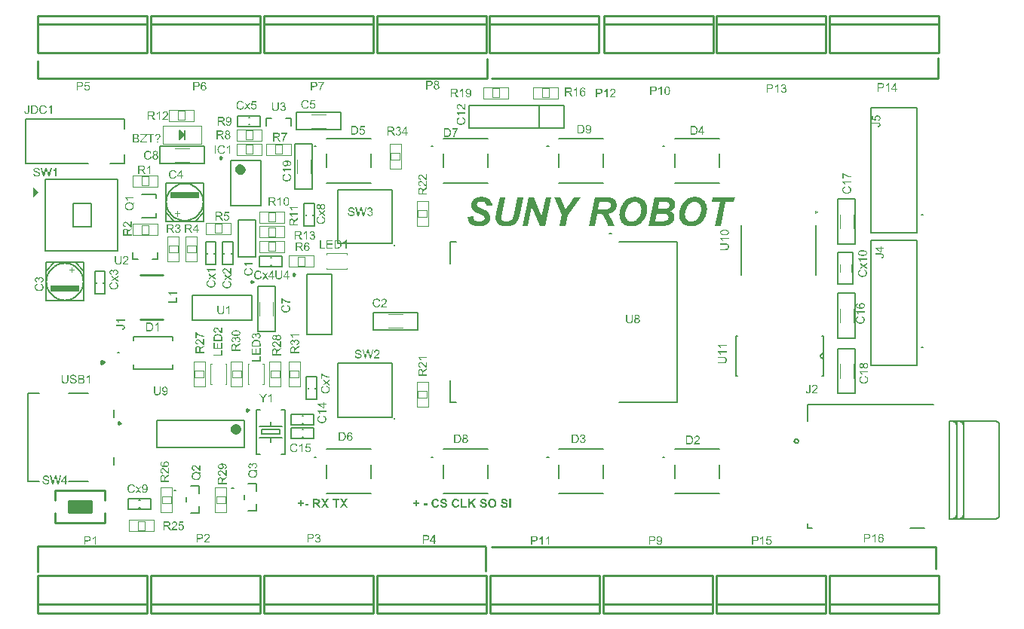
<source format=gto>
G04*
G04 #@! TF.GenerationSoftware,Altium Limited,Altium Designer,20.2.6 (244)*
G04*
G04 Layer_Color=65535*
%FSLAX24Y24*%
%MOIN*%
G70*
G04*
G04 #@! TF.SameCoordinates,3AFE1146-FA95-4E81-A996-3AB7B898703E*
G04*
G04*
G04 #@! TF.FilePolarity,Positive*
G04*
G01*
G75*
%ADD10C,0.0079*%
%ADD11C,0.0050*%
%ADD12C,0.0098*%
%ADD13C,0.0000*%
%ADD14C,0.0060*%
%ADD15C,0.0079*%
%ADD16C,0.0236*%
%ADD17C,0.0120*%
%ADD18C,0.0039*%
%ADD19C,0.0100*%
%ADD20C,0.0040*%
%ADD21C,0.0080*%
%ADD22C,0.0070*%
%ADD23R,0.1270X0.0276*%
%ADD24R,0.1000X0.0500*%
G36*
X385Y19510D02*
X635Y19260D01*
X385Y19010D01*
Y19510D01*
D02*
G37*
G36*
X34751Y10483D02*
Y10483D01*
Y10481D01*
Y10479D01*
Y10475D01*
X34750Y10471D01*
Y10467D01*
X34750Y10456D01*
X34748Y10444D01*
X34746Y10432D01*
X34743Y10420D01*
X34739Y10410D01*
X34739Y10409D01*
X34737Y10406D01*
X34734Y10401D01*
X34731Y10395D01*
X34725Y10388D01*
X34719Y10382D01*
X34711Y10376D01*
X34702Y10370D01*
X34701Y10369D01*
X34698Y10368D01*
X34693Y10366D01*
X34686Y10364D01*
X34677Y10361D01*
X34667Y10359D01*
X34656Y10357D01*
X34644Y10357D01*
X34639D01*
X34636Y10357D01*
X34632Y10358D01*
X34626Y10358D01*
X34615Y10360D01*
X34603Y10364D01*
X34591Y10369D01*
X34584Y10372D01*
X34579Y10376D01*
X34573Y10380D01*
X34568Y10385D01*
Y10386D01*
X34566Y10386D01*
X34565Y10388D01*
X34564Y10390D01*
X34561Y10394D01*
X34560Y10397D01*
X34557Y10402D01*
X34554Y10406D01*
X34552Y10412D01*
X34550Y10418D01*
X34547Y10425D01*
X34546Y10433D01*
X34544Y10441D01*
X34543Y10451D01*
X34542Y10460D01*
Y10470D01*
X34587Y10477D01*
Y10476D01*
Y10475D01*
Y10473D01*
X34588Y10470D01*
Y10466D01*
X34588Y10462D01*
X34590Y10453D01*
X34592Y10443D01*
X34595Y10433D01*
X34599Y10424D01*
X34601Y10420D01*
X34603Y10417D01*
X34604Y10416D01*
X34606Y10414D01*
X34609Y10411D01*
X34614Y10409D01*
X34619Y10406D01*
X34626Y10403D01*
X34634Y10402D01*
X34644Y10401D01*
X34647D01*
X34651Y10402D01*
X34655Y10402D01*
X34660Y10403D01*
X34666Y10405D01*
X34671Y10407D01*
X34676Y10410D01*
X34676Y10410D01*
X34678Y10411D01*
X34680Y10413D01*
X34683Y10416D01*
X34687Y10419D01*
X34690Y10423D01*
X34693Y10428D01*
X34695Y10433D01*
Y10433D01*
X34696Y10436D01*
X34697Y10439D01*
X34698Y10444D01*
X34699Y10451D01*
X34699Y10459D01*
X34701Y10469D01*
Y10481D01*
Y10742D01*
X34751D01*
Y10483D01*
D02*
G37*
G36*
X34948Y10743D02*
X34952Y10742D01*
X34958Y10742D01*
X34963Y10741D01*
X34970Y10739D01*
X34983Y10736D01*
X34998Y10731D01*
X35005Y10727D01*
X35012Y10723D01*
X35019Y10718D01*
X35025Y10713D01*
X35025Y10712D01*
X35026Y10712D01*
X35028Y10710D01*
X35030Y10708D01*
X35032Y10704D01*
X35035Y10701D01*
X35041Y10692D01*
X35047Y10681D01*
X35052Y10668D01*
X35056Y10654D01*
X35057Y10646D01*
X35057Y10638D01*
Y10637D01*
Y10634D01*
X35057Y10629D01*
X35056Y10623D01*
X35055Y10617D01*
X35053Y10609D01*
X35051Y10601D01*
X35047Y10593D01*
X35047Y10592D01*
X35046Y10589D01*
X35043Y10585D01*
X35040Y10579D01*
X35036Y10572D01*
X35031Y10564D01*
X35024Y10556D01*
X35016Y10547D01*
X35015Y10546D01*
X35012Y10542D01*
X35007Y10537D01*
X35004Y10534D01*
X35000Y10530D01*
X34995Y10525D01*
X34989Y10520D01*
X34983Y10515D01*
X34977Y10508D01*
X34970Y10502D01*
X34962Y10495D01*
X34954Y10488D01*
X34945Y10480D01*
X34944Y10479D01*
X34943Y10478D01*
X34941Y10477D01*
X34938Y10474D01*
X34931Y10468D01*
X34922Y10461D01*
X34914Y10453D01*
X34905Y10445D01*
X34897Y10438D01*
X34894Y10435D01*
X34891Y10432D01*
X34891Y10432D01*
X34890Y10430D01*
X34887Y10428D01*
X34884Y10424D01*
X34878Y10417D01*
X34872Y10407D01*
X35058D01*
Y10363D01*
X34807D01*
Y10364D01*
Y10366D01*
Y10369D01*
X34808Y10373D01*
X34808Y10378D01*
X34809Y10383D01*
X34811Y10389D01*
X34812Y10395D01*
Y10395D01*
X34813Y10396D01*
X34814Y10399D01*
X34816Y10404D01*
X34820Y10411D01*
X34824Y10418D01*
X34830Y10427D01*
X34835Y10436D01*
X34843Y10445D01*
Y10445D01*
X34844Y10446D01*
X34847Y10449D01*
X34852Y10455D01*
X34858Y10462D01*
X34867Y10470D01*
X34877Y10479D01*
X34890Y10490D01*
X34904Y10502D01*
X34905Y10503D01*
X34907Y10505D01*
X34910Y10507D01*
X34914Y10511D01*
X34919Y10515D01*
X34925Y10520D01*
X34937Y10531D01*
X34951Y10545D01*
X34965Y10558D01*
X34972Y10564D01*
X34978Y10570D01*
X34983Y10577D01*
X34987Y10583D01*
Y10583D01*
X34989Y10584D01*
X34990Y10585D01*
X34991Y10588D01*
X34994Y10593D01*
X34998Y10601D01*
X35002Y10610D01*
X35006Y10619D01*
X35008Y10629D01*
X35009Y10639D01*
Y10640D01*
Y10640D01*
X35009Y10644D01*
X35008Y10649D01*
X35007Y10655D01*
X35004Y10663D01*
X35001Y10670D01*
X34996Y10678D01*
X34989Y10686D01*
X34988Y10686D01*
X34986Y10689D01*
X34981Y10691D01*
X34975Y10695D01*
X34968Y10699D01*
X34959Y10702D01*
X34949Y10704D01*
X34937Y10705D01*
X34934D01*
X34932Y10704D01*
X34926Y10704D01*
X34918Y10702D01*
X34910Y10699D01*
X34901Y10696D01*
X34892Y10691D01*
X34884Y10684D01*
X34883Y10683D01*
X34881Y10680D01*
X34877Y10676D01*
X34874Y10670D01*
X34870Y10661D01*
X34867Y10652D01*
X34865Y10641D01*
X34864Y10629D01*
X34816Y10634D01*
Y10634D01*
Y10636D01*
X34816Y10639D01*
X34817Y10642D01*
X34818Y10647D01*
X34819Y10652D01*
X34822Y10664D01*
X34827Y10677D01*
X34833Y10690D01*
X34842Y10704D01*
X34846Y10709D01*
X34852Y10715D01*
X34853Y10716D01*
X34854Y10716D01*
X34856Y10718D01*
X34858Y10720D01*
X34861Y10721D01*
X34865Y10724D01*
X34870Y10727D01*
X34875Y10729D01*
X34881Y10732D01*
X34887Y10735D01*
X34895Y10737D01*
X34902Y10739D01*
X34920Y10742D01*
X34929Y10743D01*
X34939Y10743D01*
X34944D01*
X34948Y10743D01*
D02*
G37*
G36*
X21222Y5697D02*
X21229Y5697D01*
X21236Y5696D01*
X21244Y5695D01*
X21252Y5694D01*
X21269Y5690D01*
X21287Y5684D01*
X21296Y5681D01*
X21304Y5676D01*
X21313Y5671D01*
X21320Y5666D01*
X21320Y5665D01*
X21321Y5664D01*
X21323Y5662D01*
X21325Y5660D01*
X21328Y5657D01*
X21331Y5653D01*
X21335Y5648D01*
X21338Y5643D01*
X21342Y5637D01*
X21345Y5631D01*
X21351Y5616D01*
X21353Y5608D01*
X21356Y5600D01*
X21358Y5590D01*
X21358Y5581D01*
X21280Y5578D01*
Y5578D01*
Y5579D01*
X21279Y5583D01*
X21278Y5588D01*
X21276Y5594D01*
X21273Y5601D01*
X21269Y5608D01*
X21265Y5615D01*
X21259Y5620D01*
X21258Y5621D01*
X21256Y5622D01*
X21252Y5624D01*
X21247Y5627D01*
X21240Y5629D01*
X21232Y5631D01*
X21222Y5633D01*
X21210Y5633D01*
X21205D01*
X21198Y5633D01*
X21191Y5632D01*
X21183Y5630D01*
X21174Y5628D01*
X21165Y5624D01*
X21158Y5619D01*
X21157Y5619D01*
X21156Y5618D01*
X21154Y5616D01*
X21152Y5613D01*
X21149Y5609D01*
X21148Y5605D01*
X21146Y5601D01*
X21146Y5595D01*
Y5595D01*
Y5593D01*
X21146Y5591D01*
X21147Y5587D01*
X21149Y5584D01*
X21151Y5580D01*
X21153Y5576D01*
X21157Y5572D01*
X21158Y5571D01*
X21160Y5570D01*
X21165Y5567D01*
X21167Y5566D01*
X21172Y5564D01*
X21176Y5562D01*
X21181Y5560D01*
X21186Y5558D01*
X21193Y5556D01*
X21200Y5554D01*
X21208Y5552D01*
X21218Y5549D01*
X21228Y5546D01*
X21228D01*
X21230Y5546D01*
X21233Y5545D01*
X21237Y5544D01*
X21242Y5543D01*
X21247Y5541D01*
X21259Y5538D01*
X21273Y5533D01*
X21287Y5529D01*
X21300Y5524D01*
X21306Y5522D01*
X21311Y5519D01*
X21312D01*
X21313Y5518D01*
X21316Y5516D01*
X21321Y5513D01*
X21327Y5509D01*
X21334Y5503D01*
X21341Y5497D01*
X21347Y5488D01*
X21353Y5480D01*
X21354Y5478D01*
X21356Y5476D01*
X21359Y5470D01*
X21362Y5463D01*
X21364Y5454D01*
X21367Y5443D01*
X21369Y5432D01*
X21369Y5419D01*
Y5418D01*
Y5417D01*
Y5415D01*
Y5413D01*
X21368Y5406D01*
X21367Y5398D01*
X21365Y5389D01*
X21362Y5378D01*
X21357Y5367D01*
X21351Y5356D01*
Y5356D01*
X21350Y5355D01*
X21347Y5351D01*
X21343Y5346D01*
X21337Y5340D01*
X21330Y5333D01*
X21321Y5326D01*
X21311Y5319D01*
X21299Y5313D01*
X21298D01*
X21297Y5313D01*
X21295Y5312D01*
X21293Y5311D01*
X21289Y5311D01*
X21286Y5309D01*
X21281Y5308D01*
X21276Y5307D01*
X21263Y5304D01*
X21249Y5302D01*
X21234Y5301D01*
X21215Y5300D01*
X21208D01*
X21203Y5301D01*
X21197Y5301D01*
X21190Y5302D01*
X21183Y5303D01*
X21174Y5304D01*
X21156Y5308D01*
X21146Y5311D01*
X21137Y5314D01*
X21128Y5318D01*
X21119Y5322D01*
X21111Y5328D01*
X21103Y5333D01*
X21103Y5334D01*
X21101Y5335D01*
X21100Y5337D01*
X21097Y5340D01*
X21094Y5343D01*
X21090Y5347D01*
X21087Y5353D01*
X21083Y5358D01*
X21079Y5365D01*
X21074Y5372D01*
X21071Y5380D01*
X21067Y5389D01*
X21064Y5398D01*
X21061Y5409D01*
X21059Y5420D01*
X21057Y5432D01*
X21132Y5439D01*
Y5439D01*
X21133Y5437D01*
Y5436D01*
X21134Y5433D01*
X21135Y5426D01*
X21138Y5418D01*
X21142Y5409D01*
X21146Y5399D01*
X21152Y5391D01*
X21159Y5383D01*
X21160Y5382D01*
X21163Y5380D01*
X21168Y5378D01*
X21174Y5374D01*
X21183Y5371D01*
X21192Y5368D01*
X21203Y5366D01*
X21216Y5366D01*
X21222D01*
X21229Y5366D01*
X21237Y5367D01*
X21246Y5370D01*
X21256Y5372D01*
X21265Y5376D01*
X21272Y5381D01*
X21273Y5382D01*
X21275Y5384D01*
X21278Y5387D01*
X21282Y5392D01*
X21286Y5397D01*
X21289Y5404D01*
X21291Y5411D01*
X21291Y5418D01*
Y5419D01*
Y5421D01*
X21291Y5423D01*
X21290Y5426D01*
X21288Y5433D01*
X21286Y5437D01*
X21283Y5441D01*
X21283Y5442D01*
X21282Y5443D01*
X21280Y5444D01*
X21277Y5447D01*
X21273Y5450D01*
X21268Y5452D01*
X21262Y5455D01*
X21255Y5458D01*
X21255D01*
X21252Y5459D01*
X21248Y5460D01*
X21242Y5462D01*
X21239Y5463D01*
X21234Y5464D01*
X21229Y5466D01*
X21224Y5467D01*
X21217Y5469D01*
X21210Y5471D01*
X21203Y5473D01*
X21194Y5475D01*
X21193D01*
X21191Y5476D01*
X21188Y5477D01*
X21184Y5478D01*
X21179Y5479D01*
X21173Y5481D01*
X21160Y5485D01*
X21145Y5491D01*
X21131Y5497D01*
X21118Y5505D01*
X21112Y5509D01*
X21107Y5513D01*
X21106Y5514D01*
X21105Y5515D01*
X21103Y5516D01*
X21101Y5519D01*
X21098Y5522D01*
X21096Y5525D01*
X21093Y5530D01*
X21089Y5535D01*
X21083Y5546D01*
X21077Y5559D01*
X21075Y5566D01*
X21073Y5574D01*
X21072Y5582D01*
X21072Y5590D01*
Y5591D01*
Y5591D01*
Y5593D01*
Y5595D01*
X21073Y5601D01*
X21074Y5608D01*
X21076Y5616D01*
X21079Y5626D01*
X21083Y5635D01*
X21088Y5645D01*
Y5646D01*
X21088Y5646D01*
X21091Y5649D01*
X21095Y5654D01*
X21100Y5660D01*
X21107Y5666D01*
X21115Y5673D01*
X21124Y5679D01*
X21135Y5684D01*
X21136D01*
X21136Y5685D01*
X21139Y5686D01*
X21141Y5687D01*
X21144Y5687D01*
X21148Y5688D01*
X21156Y5691D01*
X21167Y5694D01*
X21180Y5695D01*
X21195Y5697D01*
X21211Y5698D01*
X21218D01*
X21222Y5697D01*
D02*
G37*
G36*
X20298D02*
X20305Y5697D01*
X20312Y5696D01*
X20319Y5695D01*
X20327Y5694D01*
X20345Y5690D01*
X20363Y5684D01*
X20372Y5681D01*
X20380Y5676D01*
X20388Y5671D01*
X20395Y5666D01*
X20396Y5665D01*
X20397Y5664D01*
X20399Y5662D01*
X20401Y5660D01*
X20404Y5657D01*
X20407Y5653D01*
X20410Y5648D01*
X20414Y5643D01*
X20417Y5637D01*
X20420Y5631D01*
X20427Y5616D01*
X20429Y5608D01*
X20432Y5600D01*
X20433Y5590D01*
X20434Y5581D01*
X20356Y5578D01*
Y5578D01*
Y5579D01*
X20355Y5583D01*
X20354Y5588D01*
X20351Y5594D01*
X20348Y5601D01*
X20345Y5608D01*
X20340Y5615D01*
X20334Y5620D01*
X20334Y5621D01*
X20331Y5622D01*
X20328Y5624D01*
X20323Y5627D01*
X20316Y5629D01*
X20308Y5631D01*
X20298Y5633D01*
X20286Y5633D01*
X20281D01*
X20274Y5633D01*
X20267Y5632D01*
X20258Y5630D01*
X20250Y5628D01*
X20241Y5624D01*
X20233Y5619D01*
X20233Y5619D01*
X20231Y5618D01*
X20230Y5616D01*
X20227Y5613D01*
X20225Y5609D01*
X20223Y5605D01*
X20222Y5601D01*
X20222Y5595D01*
Y5595D01*
Y5593D01*
X20222Y5591D01*
X20223Y5587D01*
X20224Y5584D01*
X20226Y5580D01*
X20229Y5576D01*
X20233Y5572D01*
X20233Y5571D01*
X20236Y5570D01*
X20240Y5567D01*
X20243Y5566D01*
X20247Y5564D01*
X20251Y5562D01*
X20257Y5560D01*
X20262Y5558D01*
X20269Y5556D01*
X20276Y5554D01*
X20284Y5552D01*
X20293Y5549D01*
X20303Y5546D01*
X20304D01*
X20306Y5546D01*
X20309Y5545D01*
X20313Y5544D01*
X20317Y5543D01*
X20323Y5541D01*
X20335Y5538D01*
X20349Y5533D01*
X20363Y5529D01*
X20376Y5524D01*
X20382Y5522D01*
X20387Y5519D01*
X20388D01*
X20388Y5518D01*
X20392Y5516D01*
X20396Y5513D01*
X20402Y5509D01*
X20409Y5503D01*
X20416Y5497D01*
X20423Y5488D01*
X20429Y5480D01*
X20430Y5478D01*
X20432Y5476D01*
X20434Y5470D01*
X20437Y5463D01*
X20440Y5454D01*
X20443Y5443D01*
X20444Y5432D01*
X20445Y5419D01*
Y5418D01*
Y5417D01*
Y5415D01*
Y5413D01*
X20444Y5406D01*
X20443Y5398D01*
X20440Y5389D01*
X20437Y5378D01*
X20433Y5367D01*
X20426Y5356D01*
Y5356D01*
X20426Y5355D01*
X20423Y5351D01*
X20419Y5346D01*
X20413Y5340D01*
X20406Y5333D01*
X20396Y5326D01*
X20386Y5319D01*
X20374Y5313D01*
X20374D01*
X20372Y5313D01*
X20371Y5312D01*
X20368Y5311D01*
X20365Y5311D01*
X20361Y5309D01*
X20357Y5308D01*
X20351Y5307D01*
X20339Y5304D01*
X20325Y5302D01*
X20309Y5301D01*
X20291Y5300D01*
X20284D01*
X20279Y5301D01*
X20273Y5301D01*
X20266Y5302D01*
X20258Y5303D01*
X20250Y5304D01*
X20231Y5308D01*
X20222Y5311D01*
X20213Y5314D01*
X20204Y5318D01*
X20195Y5322D01*
X20186Y5328D01*
X20179Y5333D01*
X20178Y5334D01*
X20177Y5335D01*
X20175Y5337D01*
X20172Y5340D01*
X20169Y5343D01*
X20166Y5347D01*
X20162Y5353D01*
X20158Y5358D01*
X20154Y5365D01*
X20150Y5372D01*
X20147Y5380D01*
X20143Y5389D01*
X20140Y5398D01*
X20137Y5409D01*
X20134Y5420D01*
X20133Y5432D01*
X20208Y5439D01*
Y5439D01*
X20209Y5437D01*
Y5436D01*
X20209Y5433D01*
X20211Y5426D01*
X20214Y5418D01*
X20217Y5409D01*
X20222Y5399D01*
X20228Y5391D01*
X20235Y5383D01*
X20236Y5382D01*
X20239Y5380D01*
X20244Y5378D01*
X20250Y5374D01*
X20258Y5371D01*
X20268Y5368D01*
X20279Y5366D01*
X20292Y5366D01*
X20298D01*
X20305Y5366D01*
X20313Y5367D01*
X20322Y5370D01*
X20331Y5372D01*
X20340Y5376D01*
X20348Y5381D01*
X20348Y5382D01*
X20351Y5384D01*
X20354Y5387D01*
X20358Y5392D01*
X20361Y5397D01*
X20364Y5404D01*
X20367Y5411D01*
X20367Y5418D01*
Y5419D01*
Y5421D01*
X20367Y5423D01*
X20366Y5426D01*
X20364Y5433D01*
X20362Y5437D01*
X20359Y5441D01*
X20358Y5442D01*
X20357Y5443D01*
X20355Y5444D01*
X20353Y5447D01*
X20348Y5450D01*
X20344Y5452D01*
X20338Y5455D01*
X20331Y5458D01*
X20330D01*
X20328Y5459D01*
X20324Y5460D01*
X20318Y5462D01*
X20315Y5463D01*
X20310Y5464D01*
X20305Y5466D01*
X20299Y5467D01*
X20293Y5469D01*
X20286Y5471D01*
X20278Y5473D01*
X20269Y5475D01*
X20269D01*
X20267Y5476D01*
X20264Y5477D01*
X20260Y5478D01*
X20254Y5479D01*
X20248Y5481D01*
X20236Y5485D01*
X20221Y5491D01*
X20206Y5497D01*
X20193Y5505D01*
X20188Y5509D01*
X20182Y5513D01*
X20182Y5514D01*
X20181Y5515D01*
X20179Y5516D01*
X20177Y5519D01*
X20174Y5522D01*
X20171Y5525D01*
X20168Y5530D01*
X20165Y5535D01*
X20158Y5546D01*
X20152Y5559D01*
X20151Y5566D01*
X20149Y5574D01*
X20148Y5582D01*
X20147Y5590D01*
Y5591D01*
Y5591D01*
Y5593D01*
Y5595D01*
X20148Y5601D01*
X20150Y5608D01*
X20151Y5616D01*
X20154Y5626D01*
X20158Y5635D01*
X20164Y5645D01*
Y5646D01*
X20164Y5646D01*
X20167Y5649D01*
X20171Y5654D01*
X20176Y5660D01*
X20182Y5666D01*
X20191Y5673D01*
X20200Y5679D01*
X20211Y5684D01*
X20212D01*
X20212Y5685D01*
X20215Y5686D01*
X20217Y5687D01*
X20220Y5687D01*
X20223Y5688D01*
X20232Y5691D01*
X20243Y5694D01*
X20256Y5695D01*
X20271Y5697D01*
X20286Y5698D01*
X20293D01*
X20298Y5697D01*
D02*
G37*
G36*
X18540D02*
X18546Y5697D01*
X18553Y5696D01*
X18561Y5695D01*
X18569Y5694D01*
X18586Y5690D01*
X18605Y5684D01*
X18613Y5681D01*
X18622Y5676D01*
X18630Y5671D01*
X18637Y5666D01*
X18637Y5665D01*
X18639Y5664D01*
X18640Y5662D01*
X18643Y5660D01*
X18646Y5657D01*
X18648Y5653D01*
X18652Y5648D01*
X18655Y5643D01*
X18659Y5637D01*
X18662Y5631D01*
X18668Y5616D01*
X18671Y5608D01*
X18673Y5600D01*
X18675Y5590D01*
X18675Y5581D01*
X18598Y5578D01*
Y5578D01*
Y5579D01*
X18596Y5583D01*
X18595Y5588D01*
X18593Y5594D01*
X18590Y5601D01*
X18586Y5608D01*
X18582Y5615D01*
X18576Y5620D01*
X18575Y5621D01*
X18573Y5622D01*
X18569Y5624D01*
X18564Y5627D01*
X18557Y5629D01*
X18549Y5631D01*
X18539Y5633D01*
X18527Y5633D01*
X18522D01*
X18516Y5633D01*
X18508Y5632D01*
X18500Y5630D01*
X18491Y5628D01*
X18482Y5624D01*
X18475Y5619D01*
X18474Y5619D01*
X18473Y5618D01*
X18471Y5616D01*
X18469Y5613D01*
X18467Y5609D01*
X18465Y5605D01*
X18464Y5601D01*
X18463Y5595D01*
Y5595D01*
Y5593D01*
X18464Y5591D01*
X18464Y5587D01*
X18466Y5584D01*
X18468Y5580D01*
X18471Y5576D01*
X18474Y5572D01*
X18475Y5571D01*
X18477Y5570D01*
X18482Y5567D01*
X18485Y5566D01*
X18489Y5564D01*
X18493Y5562D01*
X18498Y5560D01*
X18503Y5558D01*
X18510Y5556D01*
X18517Y5554D01*
X18526Y5552D01*
X18535Y5549D01*
X18545Y5546D01*
X18546D01*
X18547Y5546D01*
X18550Y5545D01*
X18554Y5544D01*
X18559Y5543D01*
X18564Y5541D01*
X18577Y5538D01*
X18591Y5533D01*
X18604Y5529D01*
X18617Y5524D01*
X18623Y5522D01*
X18629Y5519D01*
X18629D01*
X18630Y5518D01*
X18633Y5516D01*
X18638Y5513D01*
X18644Y5509D01*
X18651Y5503D01*
X18658Y5497D01*
X18664Y5488D01*
X18671Y5480D01*
X18671Y5478D01*
X18673Y5476D01*
X18676Y5470D01*
X18679Y5463D01*
X18681Y5454D01*
X18684Y5443D01*
X18686Y5432D01*
X18686Y5419D01*
Y5418D01*
Y5417D01*
Y5415D01*
Y5413D01*
X18685Y5406D01*
X18684Y5398D01*
X18682Y5389D01*
X18679Y5378D01*
X18674Y5367D01*
X18668Y5356D01*
Y5356D01*
X18667Y5355D01*
X18664Y5351D01*
X18660Y5346D01*
X18654Y5340D01*
X18647Y5333D01*
X18638Y5326D01*
X18628Y5319D01*
X18616Y5313D01*
X18615D01*
X18614Y5313D01*
X18612Y5312D01*
X18610Y5311D01*
X18606Y5311D01*
X18603Y5309D01*
X18598Y5308D01*
X18593Y5307D01*
X18581Y5304D01*
X18567Y5302D01*
X18551Y5301D01*
X18533Y5300D01*
X18526D01*
X18520Y5301D01*
X18514Y5301D01*
X18507Y5302D01*
X18500Y5303D01*
X18491Y5304D01*
X18473Y5308D01*
X18464Y5311D01*
X18454Y5314D01*
X18445Y5318D01*
X18437Y5322D01*
X18428Y5328D01*
X18420Y5333D01*
X18420Y5334D01*
X18419Y5335D01*
X18417Y5337D01*
X18414Y5340D01*
X18411Y5343D01*
X18407Y5347D01*
X18404Y5353D01*
X18400Y5358D01*
X18396Y5365D01*
X18392Y5372D01*
X18388Y5380D01*
X18384Y5389D01*
X18381Y5398D01*
X18378Y5409D01*
X18376Y5420D01*
X18374Y5432D01*
X18450Y5439D01*
Y5439D01*
X18450Y5437D01*
Y5436D01*
X18451Y5433D01*
X18452Y5426D01*
X18455Y5418D01*
X18459Y5409D01*
X18464Y5399D01*
X18469Y5391D01*
X18476Y5383D01*
X18478Y5382D01*
X18481Y5380D01*
X18485Y5378D01*
X18492Y5374D01*
X18500Y5371D01*
X18509Y5368D01*
X18520Y5366D01*
X18533Y5366D01*
X18540D01*
X18546Y5366D01*
X18554Y5367D01*
X18564Y5370D01*
X18573Y5372D01*
X18582Y5376D01*
X18589Y5381D01*
X18590Y5382D01*
X18592Y5384D01*
X18595Y5387D01*
X18599Y5392D01*
X18603Y5397D01*
X18606Y5404D01*
X18608Y5411D01*
X18609Y5418D01*
Y5419D01*
Y5421D01*
X18608Y5423D01*
X18608Y5426D01*
X18605Y5433D01*
X18603Y5437D01*
X18600Y5441D01*
X18600Y5442D01*
X18599Y5443D01*
X18597Y5444D01*
X18594Y5447D01*
X18590Y5450D01*
X18585Y5452D01*
X18579Y5455D01*
X18572Y5458D01*
X18572D01*
X18569Y5459D01*
X18565Y5460D01*
X18560Y5462D01*
X18556Y5463D01*
X18551Y5464D01*
X18547Y5466D01*
X18541Y5467D01*
X18534Y5469D01*
X18527Y5471D01*
X18520Y5473D01*
X18511Y5475D01*
X18510D01*
X18508Y5476D01*
X18505Y5477D01*
X18501Y5478D01*
X18496Y5479D01*
X18490Y5481D01*
X18477Y5485D01*
X18462Y5491D01*
X18448Y5497D01*
X18435Y5505D01*
X18429Y5509D01*
X18424Y5513D01*
X18423Y5514D01*
X18422Y5515D01*
X18420Y5516D01*
X18419Y5519D01*
X18416Y5522D01*
X18413Y5525D01*
X18410Y5530D01*
X18406Y5535D01*
X18400Y5546D01*
X18394Y5559D01*
X18392Y5566D01*
X18390Y5574D01*
X18389Y5582D01*
X18389Y5590D01*
Y5591D01*
Y5591D01*
Y5593D01*
Y5595D01*
X18390Y5601D01*
X18391Y5608D01*
X18393Y5616D01*
X18396Y5626D01*
X18400Y5635D01*
X18405Y5645D01*
Y5646D01*
X18406Y5646D01*
X18408Y5649D01*
X18412Y5654D01*
X18417Y5660D01*
X18424Y5666D01*
X18432Y5673D01*
X18441Y5679D01*
X18452Y5684D01*
X18453D01*
X18454Y5685D01*
X18456Y5686D01*
X18458Y5687D01*
X18461Y5687D01*
X18465Y5688D01*
X18474Y5691D01*
X18485Y5694D01*
X18498Y5695D01*
X18512Y5697D01*
X18528Y5698D01*
X18535D01*
X18540Y5697D01*
D02*
G37*
G36*
X19079D02*
X19085Y5697D01*
X19092Y5695D01*
X19099Y5694D01*
X19108Y5693D01*
X19117Y5690D01*
X19126Y5687D01*
X19136Y5684D01*
X19145Y5680D01*
X19154Y5675D01*
X19164Y5670D01*
X19173Y5663D01*
X19181Y5656D01*
X19182D01*
X19183Y5655D01*
X19185Y5651D01*
X19190Y5646D01*
X19196Y5638D01*
X19202Y5628D01*
X19209Y5616D01*
X19216Y5602D01*
X19221Y5585D01*
X19145Y5567D01*
Y5568D01*
X19144Y5569D01*
X19143Y5572D01*
X19141Y5577D01*
X19138Y5584D01*
X19135Y5592D01*
X19129Y5600D01*
X19123Y5607D01*
X19116Y5614D01*
X19115Y5615D01*
X19112Y5617D01*
X19108Y5620D01*
X19101Y5623D01*
X19094Y5626D01*
X19084Y5629D01*
X19074Y5631D01*
X19063Y5632D01*
X19059D01*
X19056Y5631D01*
X19053Y5631D01*
X19049Y5630D01*
X19039Y5628D01*
X19028Y5624D01*
X19016Y5619D01*
X19011Y5615D01*
X19005Y5611D01*
X18999Y5606D01*
X18994Y5601D01*
Y5600D01*
X18993Y5600D01*
X18992Y5597D01*
X18990Y5595D01*
X18988Y5591D01*
X18986Y5587D01*
X18984Y5583D01*
X18981Y5577D01*
X18978Y5570D01*
X18976Y5563D01*
X18974Y5555D01*
X18972Y5546D01*
X18970Y5536D01*
X18969Y5525D01*
X18968Y5514D01*
X18968Y5501D01*
Y5501D01*
Y5498D01*
Y5494D01*
X18968Y5490D01*
Y5483D01*
X18969Y5477D01*
X18970Y5469D01*
X18971Y5461D01*
X18974Y5444D01*
X18979Y5426D01*
X18982Y5418D01*
X18985Y5411D01*
X18989Y5404D01*
X18994Y5397D01*
X18994Y5397D01*
X18995Y5396D01*
X18998Y5392D01*
X19004Y5388D01*
X19012Y5382D01*
X19022Y5376D01*
X19033Y5371D01*
X19047Y5368D01*
X19054Y5367D01*
X19061Y5367D01*
X19064D01*
X19067Y5367D01*
X19073Y5368D01*
X19080Y5369D01*
X19088Y5371D01*
X19097Y5375D01*
X19106Y5380D01*
X19115Y5386D01*
X19116Y5387D01*
X19118Y5390D01*
X19122Y5395D01*
X19127Y5401D01*
X19132Y5410D01*
X19138Y5421D01*
X19143Y5433D01*
X19147Y5449D01*
X19222Y5425D01*
Y5425D01*
X19222Y5422D01*
X19221Y5419D01*
X19219Y5415D01*
X19217Y5409D01*
X19215Y5404D01*
X19212Y5397D01*
X19208Y5390D01*
X19201Y5374D01*
X19191Y5358D01*
X19178Y5344D01*
X19172Y5337D01*
X19164Y5331D01*
X19164Y5330D01*
X19163Y5330D01*
X19160Y5328D01*
X19157Y5326D01*
X19153Y5324D01*
X19149Y5322D01*
X19143Y5319D01*
X19136Y5316D01*
X19129Y5313D01*
X19122Y5310D01*
X19114Y5308D01*
X19105Y5305D01*
X19095Y5304D01*
X19085Y5302D01*
X19074Y5301D01*
X19063Y5301D01*
X19059D01*
X19055Y5301D01*
X19050D01*
X19043Y5302D01*
X19036Y5304D01*
X19028Y5305D01*
X19018Y5307D01*
X19008Y5310D01*
X18998Y5313D01*
X18988Y5318D01*
X18977Y5323D01*
X18967Y5329D01*
X18956Y5336D01*
X18946Y5343D01*
X18937Y5353D01*
X18936Y5353D01*
X18935Y5355D01*
X18932Y5358D01*
X18929Y5362D01*
X18926Y5367D01*
X18921Y5374D01*
X18917Y5381D01*
X18912Y5390D01*
X18908Y5399D01*
X18904Y5411D01*
X18899Y5422D01*
X18895Y5435D01*
X18892Y5449D01*
X18890Y5463D01*
X18888Y5479D01*
X18888Y5495D01*
Y5497D01*
Y5499D01*
X18888Y5505D01*
Y5511D01*
X18889Y5519D01*
X18890Y5529D01*
X18892Y5539D01*
X18894Y5550D01*
X18896Y5562D01*
X18900Y5574D01*
X18904Y5587D01*
X18908Y5599D01*
X18914Y5611D01*
X18920Y5623D01*
X18928Y5634D01*
X18937Y5645D01*
X18937Y5645D01*
X18939Y5647D01*
X18942Y5649D01*
X18946Y5653D01*
X18951Y5657D01*
X18957Y5662D01*
X18964Y5666D01*
X18972Y5671D01*
X18981Y5676D01*
X18991Y5681D01*
X19001Y5686D01*
X19013Y5690D01*
X19025Y5693D01*
X19039Y5695D01*
X19053Y5697D01*
X19067Y5698D01*
X19074D01*
X19079Y5697D01*
D02*
G37*
G36*
X18185D02*
X18190Y5697D01*
X18197Y5695D01*
X18205Y5694D01*
X18213Y5693D01*
X18223Y5690D01*
X18231Y5687D01*
X18241Y5684D01*
X18251Y5680D01*
X18260Y5675D01*
X18269Y5670D01*
X18278Y5663D01*
X18287Y5656D01*
X18288D01*
X18288Y5655D01*
X18291Y5651D01*
X18296Y5646D01*
X18302Y5638D01*
X18308Y5628D01*
X18315Y5616D01*
X18321Y5602D01*
X18327Y5585D01*
X18250Y5567D01*
Y5568D01*
X18249Y5569D01*
X18249Y5572D01*
X18247Y5577D01*
X18244Y5584D01*
X18240Y5592D01*
X18235Y5600D01*
X18229Y5607D01*
X18221Y5614D01*
X18220Y5615D01*
X18217Y5617D01*
X18213Y5620D01*
X18207Y5623D01*
X18199Y5626D01*
X18190Y5629D01*
X18180Y5631D01*
X18169Y5632D01*
X18165D01*
X18162Y5631D01*
X18158Y5631D01*
X18154Y5630D01*
X18144Y5628D01*
X18133Y5624D01*
X18121Y5619D01*
X18116Y5615D01*
X18110Y5611D01*
X18105Y5606D01*
X18100Y5601D01*
Y5600D01*
X18099Y5600D01*
X18097Y5597D01*
X18096Y5595D01*
X18094Y5591D01*
X18092Y5587D01*
X18089Y5583D01*
X18087Y5577D01*
X18084Y5570D01*
X18082Y5563D01*
X18079Y5555D01*
X18077Y5546D01*
X18076Y5536D01*
X18075Y5525D01*
X18074Y5514D01*
X18073Y5501D01*
Y5501D01*
Y5498D01*
Y5494D01*
X18074Y5490D01*
Y5483D01*
X18075Y5477D01*
X18076Y5469D01*
X18077Y5461D01*
X18080Y5444D01*
X18085Y5426D01*
X18087Y5418D01*
X18091Y5411D01*
X18094Y5404D01*
X18099Y5397D01*
X18100Y5397D01*
X18100Y5396D01*
X18104Y5392D01*
X18110Y5388D01*
X18117Y5382D01*
X18127Y5376D01*
X18139Y5371D01*
X18152Y5368D01*
X18159Y5367D01*
X18167Y5367D01*
X18170D01*
X18172Y5367D01*
X18178Y5368D01*
X18185Y5369D01*
X18194Y5371D01*
X18203Y5375D01*
X18211Y5380D01*
X18220Y5386D01*
X18221Y5387D01*
X18224Y5390D01*
X18228Y5395D01*
X18233Y5401D01*
X18238Y5410D01*
X18243Y5421D01*
X18248Y5433D01*
X18252Y5449D01*
X18328Y5425D01*
Y5425D01*
X18327Y5422D01*
X18326Y5419D01*
X18324Y5415D01*
X18323Y5409D01*
X18320Y5404D01*
X18317Y5397D01*
X18314Y5390D01*
X18306Y5374D01*
X18296Y5358D01*
X18284Y5344D01*
X18278Y5337D01*
X18270Y5331D01*
X18269Y5330D01*
X18268Y5330D01*
X18266Y5328D01*
X18263Y5326D01*
X18259Y5324D01*
X18254Y5322D01*
X18248Y5319D01*
X18242Y5316D01*
X18235Y5313D01*
X18227Y5310D01*
X18219Y5308D01*
X18210Y5305D01*
X18200Y5304D01*
X18190Y5302D01*
X18179Y5301D01*
X18168Y5301D01*
X18165D01*
X18161Y5301D01*
X18155D01*
X18149Y5302D01*
X18141Y5304D01*
X18133Y5305D01*
X18124Y5307D01*
X18114Y5310D01*
X18104Y5313D01*
X18093Y5318D01*
X18083Y5323D01*
X18072Y5329D01*
X18062Y5336D01*
X18052Y5343D01*
X18042Y5353D01*
X18042Y5353D01*
X18040Y5355D01*
X18038Y5358D01*
X18035Y5362D01*
X18031Y5367D01*
X18027Y5374D01*
X18023Y5381D01*
X18018Y5390D01*
X18013Y5399D01*
X18009Y5411D01*
X18005Y5422D01*
X18001Y5435D01*
X17998Y5449D01*
X17996Y5463D01*
X17994Y5479D01*
X17993Y5495D01*
Y5497D01*
Y5499D01*
X17994Y5505D01*
Y5511D01*
X17995Y5519D01*
X17996Y5529D01*
X17997Y5539D01*
X18000Y5550D01*
X18002Y5562D01*
X18006Y5574D01*
X18009Y5587D01*
X18014Y5599D01*
X18020Y5611D01*
X18026Y5623D01*
X18034Y5634D01*
X18042Y5645D01*
X18043Y5645D01*
X18045Y5647D01*
X18048Y5649D01*
X18051Y5653D01*
X18056Y5657D01*
X18062Y5662D01*
X18069Y5666D01*
X18077Y5671D01*
X18086Y5676D01*
X18096Y5681D01*
X18107Y5686D01*
X18118Y5690D01*
X18131Y5693D01*
X18144Y5695D01*
X18158Y5697D01*
X18173Y5698D01*
X18180D01*
X18185Y5697D01*
D02*
G37*
G36*
X19811Y5542D02*
X19964Y5307D01*
X19864D01*
X19758Y5487D01*
X19696Y5423D01*
Y5307D01*
X19618D01*
Y5691D01*
X19696D01*
Y5521D01*
X19852Y5691D01*
X19956D01*
X19811Y5542D01*
D02*
G37*
G36*
X17815Y5409D02*
X17670D01*
Y5483D01*
X17815D01*
Y5409D01*
D02*
G37*
G36*
X17368Y5529D02*
X17469D01*
Y5461D01*
X17368D01*
Y5362D01*
X17301D01*
Y5461D01*
X17200D01*
Y5529D01*
X17301D01*
Y5629D01*
X17368D01*
Y5529D01*
D02*
G37*
G36*
X21511Y5307D02*
X21433D01*
Y5691D01*
X21511D01*
Y5307D01*
D02*
G37*
G36*
X19369Y5372D02*
X19561D01*
Y5307D01*
X19291D01*
Y5688D01*
X19369D01*
Y5372D01*
D02*
G37*
G36*
X20689Y5697D02*
X20695D01*
X20702Y5696D01*
X20710Y5695D01*
X20719Y5693D01*
X20729Y5691D01*
X20740Y5688D01*
X20751Y5685D01*
X20763Y5680D01*
X20774Y5676D01*
X20785Y5669D01*
X20796Y5662D01*
X20807Y5654D01*
X20816Y5645D01*
X20817Y5644D01*
X20819Y5642D01*
X20821Y5639D01*
X20825Y5635D01*
X20828Y5629D01*
X20833Y5623D01*
X20837Y5615D01*
X20842Y5607D01*
X20847Y5597D01*
X20852Y5585D01*
X20856Y5574D01*
X20859Y5561D01*
X20863Y5547D01*
X20865Y5532D01*
X20867Y5515D01*
X20867Y5498D01*
Y5497D01*
Y5494D01*
X20867Y5490D01*
Y5483D01*
X20866Y5475D01*
X20864Y5466D01*
X20863Y5456D01*
X20861Y5445D01*
X20859Y5433D01*
X20855Y5422D01*
X20851Y5409D01*
X20846Y5397D01*
X20840Y5385D01*
X20833Y5374D01*
X20825Y5363D01*
X20816Y5352D01*
X20816Y5351D01*
X20814Y5350D01*
X20811Y5347D01*
X20807Y5344D01*
X20802Y5340D01*
X20796Y5336D01*
X20789Y5331D01*
X20781Y5326D01*
X20771Y5321D01*
X20761Y5316D01*
X20750Y5312D01*
X20738Y5308D01*
X20725Y5305D01*
X20712Y5302D01*
X20697Y5301D01*
X20681Y5300D01*
X20678D01*
X20673Y5301D01*
X20667D01*
X20660Y5302D01*
X20652Y5303D01*
X20642Y5304D01*
X20632Y5306D01*
X20622Y5309D01*
X20611Y5313D01*
X20599Y5317D01*
X20588Y5322D01*
X20577Y5328D01*
X20566Y5335D01*
X20556Y5343D01*
X20546Y5352D01*
X20545Y5353D01*
X20543Y5354D01*
X20541Y5357D01*
X20538Y5361D01*
X20534Y5367D01*
X20530Y5373D01*
X20525Y5381D01*
X20520Y5390D01*
X20516Y5399D01*
X20511Y5410D01*
X20507Y5422D01*
X20503Y5435D01*
X20500Y5449D01*
X20498Y5463D01*
X20496Y5479D01*
X20495Y5496D01*
Y5497D01*
Y5499D01*
Y5502D01*
Y5506D01*
X20496Y5511D01*
X20496Y5517D01*
Y5523D01*
X20498Y5530D01*
X20499Y5546D01*
X20502Y5563D01*
X20506Y5579D01*
X20512Y5595D01*
Y5595D01*
X20513Y5596D01*
X20515Y5600D01*
X20518Y5605D01*
X20522Y5612D01*
X20527Y5621D01*
X20533Y5629D01*
X20540Y5639D01*
X20548Y5647D01*
X20549Y5649D01*
X20552Y5652D01*
X20557Y5656D01*
X20563Y5660D01*
X20570Y5666D01*
X20578Y5672D01*
X20588Y5677D01*
X20598Y5682D01*
X20598D01*
X20599Y5683D01*
X20601Y5684D01*
X20604Y5684D01*
X20608Y5686D01*
X20612Y5687D01*
X20616Y5688D01*
X20622Y5690D01*
X20634Y5693D01*
X20648Y5695D01*
X20664Y5697D01*
X20681Y5698D01*
X20684D01*
X20689Y5697D01*
D02*
G37*
G36*
X14166Y5500D02*
X14298Y5300D01*
X14204D01*
X14119Y5430D01*
X14034Y5300D01*
X13941D01*
X14074Y5500D01*
X13953Y5684D01*
X14044D01*
X14119Y5569D01*
X14195Y5684D01*
X14286D01*
X14166Y5500D01*
D02*
G37*
G36*
X13331D02*
X13463Y5300D01*
X13369D01*
X13285Y5430D01*
X13199Y5300D01*
X13106D01*
X13239Y5500D01*
X13118Y5684D01*
X13209D01*
X13285Y5569D01*
X13361Y5684D01*
X13451D01*
X13331Y5500D01*
D02*
G37*
G36*
X12566Y5402D02*
X12421D01*
Y5476D01*
X12566D01*
Y5402D01*
D02*
G37*
G36*
X12268Y5522D02*
X12369D01*
Y5454D01*
X12268D01*
Y5355D01*
X12201D01*
Y5454D01*
X12100D01*
Y5522D01*
X12201D01*
Y5622D01*
X12268D01*
Y5522D01*
D02*
G37*
G36*
X13929Y5619D02*
X13816D01*
Y5300D01*
X13739D01*
Y5619D01*
X13626D01*
Y5684D01*
X13929D01*
Y5619D01*
D02*
G37*
G36*
X12935Y5684D02*
X12948D01*
X12954Y5683D01*
X12969Y5682D01*
X12983Y5680D01*
X12997Y5677D01*
X13004Y5676D01*
X13009Y5674D01*
X13010D01*
X13010Y5673D01*
X13014Y5672D01*
X13019Y5669D01*
X13025Y5665D01*
X13032Y5660D01*
X13040Y5653D01*
X13047Y5646D01*
X13054Y5636D01*
X13055Y5635D01*
X13057Y5632D01*
X13059Y5626D01*
X13063Y5619D01*
X13066Y5610D01*
X13069Y5600D01*
X13071Y5588D01*
X13071Y5576D01*
Y5576D01*
Y5574D01*
Y5572D01*
X13071Y5569D01*
Y5565D01*
X13070Y5561D01*
X13068Y5551D01*
X13065Y5540D01*
X13060Y5528D01*
X13054Y5516D01*
X13050Y5510D01*
X13045Y5505D01*
Y5504D01*
X13044Y5504D01*
X13042Y5502D01*
X13041Y5500D01*
X13038Y5498D01*
X13035Y5495D01*
X13031Y5492D01*
X13027Y5490D01*
X13021Y5487D01*
X13016Y5484D01*
X13010Y5481D01*
X13003Y5478D01*
X12996Y5475D01*
X12987Y5473D01*
X12979Y5471D01*
X12970Y5469D01*
X12970D01*
X12971Y5468D01*
X12974Y5467D01*
X12979Y5464D01*
X12985Y5460D01*
X12991Y5455D01*
X12998Y5449D01*
X13005Y5443D01*
X13011Y5437D01*
X13012Y5436D01*
X13014Y5433D01*
X13018Y5429D01*
X13023Y5423D01*
X13030Y5414D01*
X13037Y5404D01*
X13041Y5397D01*
X13045Y5390D01*
X13050Y5383D01*
X13055Y5375D01*
X13102Y5300D01*
X13009D01*
X12954Y5383D01*
X12954Y5384D01*
X12953Y5385D01*
X12951Y5387D01*
X12949Y5390D01*
X12947Y5394D01*
X12944Y5398D01*
X12938Y5407D01*
X12931Y5417D01*
X12924Y5426D01*
X12918Y5434D01*
X12915Y5437D01*
X12913Y5440D01*
X12913Y5440D01*
X12911Y5442D01*
X12909Y5444D01*
X12906Y5446D01*
X12899Y5452D01*
X12894Y5454D01*
X12890Y5456D01*
X12889D01*
X12887Y5456D01*
X12884Y5457D01*
X12880Y5458D01*
X12875Y5459D01*
X12869Y5460D01*
X12860Y5460D01*
X12836D01*
Y5300D01*
X12758D01*
Y5684D01*
X12930D01*
X12935Y5684D01*
D02*
G37*
G36*
X20240Y19055D02*
X20259Y19053D01*
X20280Y19051D01*
X20303Y19047D01*
X20328Y19044D01*
X20384Y19032D01*
X20442Y19013D01*
X20469Y19001D01*
X20496Y18986D01*
X20523Y18970D01*
X20546Y18951D01*
X20548Y18949D01*
X20551Y18947D01*
X20557Y18940D01*
X20565Y18932D01*
X20574Y18922D01*
X20586Y18909D01*
X20598Y18894D01*
X20609Y18878D01*
X20621Y18859D01*
X20632Y18838D01*
X20644Y18815D01*
X20655Y18790D01*
X20672Y18734D01*
X20678Y18705D01*
X20682Y18673D01*
X20434Y18663D01*
Y18665D01*
Y18667D01*
X20432Y18678D01*
X20428Y18694D01*
X20423Y18715D01*
X20413Y18736D01*
X20401Y18759D01*
X20386Y18782D01*
X20367Y18801D01*
X20365Y18803D01*
X20357Y18809D01*
X20344Y18817D01*
X20325Y18826D01*
X20302Y18836D01*
X20275Y18844D01*
X20240Y18849D01*
X20202Y18851D01*
X20184D01*
X20165Y18849D01*
X20142Y18847D01*
X20117Y18842D01*
X20092Y18836D01*
X20067Y18826D01*
X20048Y18813D01*
X20046Y18811D01*
X20040Y18805D01*
X20032Y18797D01*
X20025Y18786D01*
X20017Y18772D01*
X20009Y18757D01*
X20004Y18738D01*
X20002Y18717D01*
Y18715D01*
Y18707D01*
X20004Y18698D01*
X20007Y18686D01*
X20011Y18671D01*
X20019Y18655D01*
X20029Y18642D01*
X20042Y18626D01*
X20044Y18625D01*
X20052Y18621D01*
X20063Y18611D01*
X20082Y18601D01*
X20107Y18586D01*
X20123Y18578D01*
X20140Y18571D01*
X20159Y18561D01*
X20180Y18550D01*
X20204Y18540D01*
X20230Y18528D01*
X20232Y18526D01*
X20240Y18525D01*
X20252Y18519D01*
X20265Y18513D01*
X20282Y18505D01*
X20302Y18496D01*
X20346Y18475D01*
X20394Y18450D01*
X20438Y18425D01*
X20459Y18411D01*
X20478Y18398D01*
X20494Y18386D01*
X20507Y18375D01*
X20509D01*
X20511Y18371D01*
X20521Y18359D01*
X20536Y18340D01*
X20553Y18315D01*
X20569Y18282D01*
X20584Y18246D01*
X20594Y18202D01*
X20598Y18179D01*
Y18154D01*
Y18152D01*
Y18146D01*
Y18138D01*
X20596Y18125D01*
X20594Y18111D01*
X20590Y18094D01*
X20586Y18075D01*
X20580Y18056D01*
X20574Y18033D01*
X20565Y18009D01*
X20555Y17986D01*
X20542Y17961D01*
X20526Y17938D01*
X20509Y17913D01*
X20488Y17890D01*
X20465Y17867D01*
X20463Y17865D01*
X20459Y17861D01*
X20451Y17856D01*
X20440Y17850D01*
X20426Y17840D01*
X20411Y17831D01*
X20392Y17819D01*
X20369Y17810D01*
X20344Y17798D01*
X20317Y17787D01*
X20286Y17777D01*
X20253Y17769D01*
X20217Y17762D01*
X20180Y17756D01*
X20138Y17752D01*
X20096Y17750D01*
X20069D01*
X20054Y17752D01*
X20038Y17754D01*
X20019D01*
X20000Y17758D01*
X19956Y17763D01*
X19908Y17773D01*
X19859Y17787D01*
X19813Y17804D01*
X19811D01*
X19808Y17806D01*
X19802Y17810D01*
X19794Y17813D01*
X19773Y17827D01*
X19748Y17842D01*
X19719Y17865D01*
X19692Y17890D01*
X19665Y17921D01*
X19644Y17956D01*
Y17958D01*
X19642Y17960D01*
X19640Y17965D01*
X19637Y17973D01*
X19629Y17994D01*
X19621Y18021D01*
X19612Y18054D01*
X19606Y18092D01*
X19600Y18134D01*
Y18181D01*
X19848Y18194D01*
Y18192D01*
Y18188D01*
Y18182D01*
X19850Y18175D01*
X19852Y18154D01*
X19854Y18129D01*
X19859Y18104D01*
X19867Y18077D01*
X19877Y18054D01*
X19888Y18034D01*
X19890Y18033D01*
X19900Y18025D01*
X19913Y18013D01*
X19936Y18002D01*
X19948Y17994D01*
X19963Y17988D01*
X19981Y17983D01*
X20000Y17979D01*
X20021Y17973D01*
X20044Y17971D01*
X20071Y17967D01*
X20119D01*
X20142Y17969D01*
X20169Y17973D01*
X20200Y17979D01*
X20230Y17986D01*
X20259Y17996D01*
X20284Y18011D01*
X20286Y18013D01*
X20294Y18019D01*
X20303Y18029D01*
X20313Y18042D01*
X20325Y18059D01*
X20332Y18079D01*
X20340Y18100D01*
X20342Y18123D01*
Y18125D01*
Y18132D01*
X20340Y18142D01*
X20336Y18156D01*
X20330Y18171D01*
X20321Y18186D01*
X20309Y18202D01*
X20294Y18217D01*
X20292Y18219D01*
X20286Y18223D01*
X20277Y18231D01*
X20259Y18240D01*
X20248Y18246D01*
X20236Y18252D01*
X20221Y18259D01*
X20204Y18269D01*
X20184Y18277D01*
X20163Y18286D01*
X20140Y18298D01*
X20113Y18309D01*
X20111D01*
X20107Y18311D01*
X20100Y18315D01*
X20090Y18321D01*
X20077Y18325D01*
X20063Y18332D01*
X20032Y18346D01*
X19996Y18363D01*
X19961Y18380D01*
X19927Y18398D01*
X19898Y18415D01*
X19894Y18417D01*
X19886Y18423D01*
X19875Y18432D01*
X19859Y18446D01*
X19842Y18461D01*
X19825Y18480D01*
X19808Y18501D01*
X19792Y18526D01*
X19790Y18530D01*
X19786Y18538D01*
X19781Y18553D01*
X19773Y18573D01*
X19765Y18596D01*
X19760Y18623D01*
X19756Y18653D01*
X19754Y18686D01*
Y18688D01*
Y18694D01*
Y18701D01*
X19756Y18713D01*
X19758Y18726D01*
X19760Y18742D01*
X19769Y18778D01*
X19783Y18821D01*
X19792Y18844D01*
X19802Y18865D01*
X19815Y18888D01*
X19831Y18909D01*
X19848Y18930D01*
X19869Y18951D01*
X19871Y18953D01*
X19875Y18955D01*
X19881Y18961D01*
X19890Y18969D01*
X19902Y18976D01*
X19917Y18984D01*
X19934Y18994D01*
X19954Y19005D01*
X19977Y19015D01*
X20002Y19024D01*
X20029Y19032D01*
X20059Y19040D01*
X20092Y19047D01*
X20127Y19053D01*
X20163Y19055D01*
X20204Y19057D01*
X20225D01*
X20240Y19055D01*
D02*
G37*
G36*
X24013Y18240D02*
X23915Y17773D01*
X23657D01*
X23759Y18265D01*
X23411Y19036D01*
X23688D01*
X23846Y18678D01*
Y18676D01*
X23848Y18673D01*
X23851Y18667D01*
X23855Y18657D01*
X23865Y18634D01*
X23876Y18607D01*
X23888Y18576D01*
X23901Y18546D01*
X23911Y18517D01*
X23921Y18494D01*
X23923Y18496D01*
X23926Y18503D01*
X23932Y18515D01*
X23942Y18530D01*
X23951Y18548D01*
X23965Y18567D01*
X23994Y18611D01*
X24113Y18778D01*
X24292Y19036D01*
X24593D01*
X24013Y18240D01*
D02*
G37*
G36*
X23015Y17773D02*
X22775D01*
X22433Y18623D01*
X22256Y17773D01*
X22016D01*
X22277Y19036D01*
X22520D01*
X22862Y18190D01*
X23037Y19036D01*
X23279D01*
X23015Y17773D01*
D02*
G37*
G36*
X21906Y18319D02*
Y18317D01*
X21904Y18309D01*
X21903Y18300D01*
X21899Y18284D01*
X21893Y18267D01*
X21887Y18246D01*
X21881Y18225D01*
X21876Y18200D01*
X21858Y18148D01*
X21839Y18096D01*
X21820Y18044D01*
X21808Y18019D01*
X21797Y17998D01*
Y17996D01*
X21795Y17994D01*
X21791Y17988D01*
X21785Y17981D01*
X21770Y17960D01*
X21751Y17935D01*
X21724Y17906D01*
X21693Y17877D01*
X21655Y17846D01*
X21610Y17819D01*
X21608D01*
X21605Y17815D01*
X21597Y17813D01*
X21587Y17808D01*
X21576Y17804D01*
X21560Y17798D01*
X21543Y17790D01*
X21524Y17785D01*
X21503Y17779D01*
X21478Y17771D01*
X21453Y17765D01*
X21424Y17762D01*
X21364Y17754D01*
X21295Y17750D01*
X21274D01*
X21257Y17752D01*
X21239Y17754D01*
X21216Y17756D01*
X21191Y17760D01*
X21166Y17763D01*
X21109Y17777D01*
X21051Y17796D01*
X21022Y17808D01*
X20995Y17823D01*
X20968Y17838D01*
X20945Y17858D01*
X20943Y17860D01*
X20940Y17863D01*
X20934Y17869D01*
X20926Y17877D01*
X20917Y17888D01*
X20907Y17900D01*
X20895Y17915D01*
X20886Y17933D01*
X20874Y17952D01*
X20863Y17973D01*
X20844Y18021D01*
X20836Y18048D01*
X20830Y18075D01*
X20826Y18106D01*
X20824Y18136D01*
Y18138D01*
Y18142D01*
X20826Y18150D01*
Y18159D01*
Y18171D01*
X20828Y18184D01*
X20832Y18213D01*
Y18215D01*
X20834Y18219D01*
Y18229D01*
X20838Y18242D01*
X20842Y18263D01*
X20844Y18277D01*
X20847Y18290D01*
X20851Y18307D01*
X20855Y18325D01*
X20859Y18346D01*
X20865Y18369D01*
X21011Y19036D01*
X21270D01*
X21120Y18348D01*
X21082Y18181D01*
Y18179D01*
Y18177D01*
X21080Y18165D01*
X21078Y18148D01*
X21074Y18125D01*
Y18121D01*
X21076Y18113D01*
X21078Y18100D01*
X21082Y18084D01*
X21090Y18067D01*
X21099Y18048D01*
X21115Y18029D01*
X21134Y18011D01*
X21136Y18009D01*
X21145Y18004D01*
X21159Y17998D01*
X21178Y17990D01*
X21203Y17981D01*
X21232Y17975D01*
X21266Y17969D01*
X21307Y17967D01*
X21324D01*
X21343Y17969D01*
X21366Y17971D01*
X21393Y17975D01*
X21420Y17983D01*
X21449Y17990D01*
X21474Y18002D01*
X21478Y18004D01*
X21485Y18008D01*
X21497Y18017D01*
X21512Y18029D01*
X21530Y18042D01*
X21547Y18059D01*
X21562Y18081D01*
X21578Y18106D01*
X21580Y18109D01*
X21583Y18119D01*
X21591Y18136D01*
X21595Y18148D01*
X21601Y18161D01*
X21607Y18177D01*
X21612Y18196D01*
X21618Y18215D01*
X21626Y18236D01*
X21632Y18259D01*
X21639Y18286D01*
X21645Y18313D01*
X21653Y18344D01*
X21795Y19036D01*
X22054D01*
X21906Y18319D01*
D02*
G37*
G36*
X31366Y18824D02*
X30999D01*
X30780Y17773D01*
X30521D01*
X30742Y18824D01*
X30373D01*
X30415Y19036D01*
X31409D01*
X31366Y18824D01*
D02*
G37*
G36*
X28360Y19034D02*
X28393D01*
X28426Y19032D01*
X28455Y19030D01*
X28468Y19028D01*
X28480Y19026D01*
X28483D01*
X28495Y19024D01*
X28512Y19020D01*
X28533Y19015D01*
X28558Y19007D01*
X28585Y18999D01*
X28612Y18988D01*
X28637Y18974D01*
X28641Y18972D01*
X28649Y18967D01*
X28660Y18959D01*
X28674Y18947D01*
X28689Y18932D01*
X28706Y18915D01*
X28722Y18894D01*
X28735Y18871D01*
X28737Y18869D01*
X28741Y18859D01*
X28747Y18846D01*
X28753Y18828D01*
X28758Y18807D01*
X28764Y18784D01*
X28768Y18757D01*
X28770Y18728D01*
Y18726D01*
Y18724D01*
Y18719D01*
Y18711D01*
X28766Y18692D01*
X28762Y18667D01*
X28754Y18638D01*
X28745Y18607D01*
X28730Y18576D01*
X28710Y18546D01*
X28708Y18542D01*
X28699Y18532D01*
X28685Y18519D01*
X28666Y18501D01*
X28641Y18484D01*
X28610Y18463D01*
X28574Y18446D01*
X28532Y18428D01*
X28533D01*
X28535Y18427D01*
X28547Y18423D01*
X28564Y18417D01*
X28587Y18407D01*
X28610Y18394D01*
X28635Y18377D01*
X28660Y18357D01*
X28681Y18332D01*
X28683Y18329D01*
X28691Y18321D01*
X28699Y18307D01*
X28710Y18288D01*
X28720Y18265D01*
X28730Y18240D01*
X28735Y18209D01*
X28737Y18179D01*
Y18177D01*
Y18173D01*
Y18167D01*
Y18159D01*
X28735Y18150D01*
X28733Y18138D01*
X28730Y18109D01*
X28722Y18077D01*
X28710Y18040D01*
X28693Y18002D01*
X28672Y17963D01*
Y17961D01*
X28668Y17960D01*
X28660Y17946D01*
X28645Y17929D01*
X28626Y17908D01*
X28599Y17883D01*
X28568Y17860D01*
X28533Y17836D01*
X28493Y17817D01*
X28491D01*
X28487Y17815D01*
X28482Y17813D01*
X28472Y17810D01*
X28460Y17808D01*
X28447Y17804D01*
X28430Y17800D01*
X28412Y17796D01*
X28391Y17790D01*
X28368Y17787D01*
X28343Y17783D01*
X28314Y17781D01*
X28286Y17777D01*
X28253Y17775D01*
X28220Y17773D01*
X27590D01*
X27851Y19036D01*
X28332D01*
X28360Y19034D01*
D02*
G37*
G36*
X25825D02*
X25858Y19032D01*
X25895Y19028D01*
X25931Y19022D01*
X25968Y19015D01*
X26000Y19005D01*
X26004Y19003D01*
X26014Y18999D01*
X26029Y18992D01*
X26046Y18980D01*
X26068Y18967D01*
X26089Y18947D01*
X26112Y18924D01*
X26131Y18896D01*
X26133Y18892D01*
X26139Y18882D01*
X26146Y18865D01*
X26156Y18842D01*
X26166Y18815D01*
X26173Y18782D01*
X26179Y18744D01*
X26181Y18703D01*
Y18701D01*
Y18696D01*
Y18688D01*
X26179Y18676D01*
Y18663D01*
X26175Y18648D01*
X26169Y18611D01*
X26158Y18569D01*
X26141Y18525D01*
X26129Y18501D01*
X26117Y18480D01*
X26102Y18459D01*
X26085Y18438D01*
X26083Y18436D01*
X26081Y18434D01*
X26075Y18428D01*
X26068Y18421D01*
X26056Y18413D01*
X26044Y18403D01*
X26029Y18394D01*
X26012Y18382D01*
X25993Y18373D01*
X25971Y18361D01*
X25946Y18350D01*
X25921Y18340D01*
X25893Y18330D01*
X25862Y18323D01*
X25829Y18315D01*
X25793Y18309D01*
X25795Y18307D01*
X25800Y18302D01*
X25810Y18290D01*
X25823Y18277D01*
X25837Y18259D01*
X25854Y18240D01*
X25870Y18217D01*
X25887Y18190D01*
X25889Y18188D01*
X25891Y18182D01*
X25896Y18175D01*
X25902Y18163D01*
X25910Y18148D01*
X25920Y18129D01*
X25931Y18107D01*
X25945Y18083D01*
X25958Y18054D01*
X25971Y18023D01*
X25989Y17988D01*
X26006Y17952D01*
X26023Y17911D01*
X26043Y17869D01*
X26062Y17823D01*
X26081Y17773D01*
X25802D01*
Y17775D01*
X25800Y17779D01*
X25798Y17785D01*
X25795Y17792D01*
X25791Y17804D01*
X25787Y17819D01*
X25779Y17835D01*
X25773Y17854D01*
X25764Y17877D01*
X25754Y17900D01*
X25745Y17929D01*
X25731Y17958D01*
X25718Y17990D01*
X25704Y18027D01*
X25687Y18065D01*
X25670Y18106D01*
Y18107D01*
X25668Y18111D01*
X25664Y18117D01*
X25660Y18125D01*
X25650Y18146D01*
X25635Y18173D01*
X25618Y18200D01*
X25599Y18227D01*
X25577Y18252D01*
X25556Y18271D01*
X25554Y18273D01*
X25549Y18275D01*
X25539Y18279D01*
X25526Y18284D01*
X25508Y18288D01*
X25485Y18292D01*
X25458Y18294D01*
X25426Y18296D01*
X25320D01*
X25210Y17773D01*
X24953D01*
X25214Y19036D01*
X25812D01*
X25825Y19034D01*
D02*
G37*
G36*
X29689Y19055D02*
X29708Y19053D01*
X29731Y19049D01*
X29758Y19045D01*
X29785Y19040D01*
X29814Y19032D01*
X29844Y19020D01*
X29875Y19009D01*
X29908Y18995D01*
X29938Y18978D01*
X29969Y18959D01*
X29998Y18936D01*
X30027Y18911D01*
X30029Y18909D01*
X30033Y18905D01*
X30040Y18896D01*
X30050Y18884D01*
X30061Y18871D01*
X30073Y18851D01*
X30086Y18832D01*
X30100Y18807D01*
X30113Y18782D01*
X30127Y18753D01*
X30138Y18721D01*
X30150Y18686D01*
X30159Y18649D01*
X30167Y18611D01*
X30171Y18569D01*
X30173Y18525D01*
Y18523D01*
Y18515D01*
Y18505D01*
X30171Y18490D01*
Y18473D01*
X30167Y18452D01*
X30165Y18428D01*
X30161Y18402D01*
X30156Y18373D01*
X30150Y18342D01*
X30133Y18277D01*
X30123Y18242D01*
X30110Y18207D01*
X30096Y18171D01*
X30079Y18136D01*
X30077Y18134D01*
X30075Y18129D01*
X30069Y18119D01*
X30061Y18106D01*
X30052Y18090D01*
X30040Y18073D01*
X30027Y18052D01*
X30011Y18031D01*
X29975Y17984D01*
X29931Y17936D01*
X29881Y17890D01*
X29852Y17869D01*
X29823Y17850D01*
X29821Y17848D01*
X29815Y17846D01*
X29808Y17840D01*
X29794Y17835D01*
X29779Y17827D01*
X29762Y17819D01*
X29740Y17810D01*
X29717Y17800D01*
X29692Y17790D01*
X29664Y17781D01*
X29633Y17773D01*
X29602Y17765D01*
X29533Y17754D01*
X29496Y17752D01*
X29460Y17750D01*
X29443D01*
X29431Y17752D01*
X29416D01*
X29398Y17754D01*
X29377Y17756D01*
X29356Y17760D01*
X29310Y17769D01*
X29260Y17783D01*
X29210Y17802D01*
X29162Y17829D01*
X29160Y17831D01*
X29156Y17833D01*
X29150Y17836D01*
X29143Y17844D01*
X29122Y17861D01*
X29097Y17885D01*
X29068Y17913D01*
X29041Y17946D01*
X29014Y17984D01*
X28993Y18027D01*
Y18029D01*
X28991Y18033D01*
X28989Y18038D01*
X28985Y18048D01*
X28981Y18058D01*
X28977Y18071D01*
X28970Y18102D01*
X28960Y18138D01*
X28952Y18179D01*
X28947Y18223D01*
X28945Y18267D01*
Y18269D01*
Y18273D01*
Y18279D01*
Y18286D01*
X28947Y18296D01*
Y18309D01*
X28949Y18338D01*
X28952Y18375D01*
X28958Y18413D01*
X28966Y18457D01*
X28977Y18503D01*
Y18505D01*
X28979Y18511D01*
X28981Y18519D01*
X28985Y18530D01*
X28991Y18546D01*
X28997Y18563D01*
X29002Y18580D01*
X29010Y18601D01*
X29029Y18646D01*
X29052Y18696D01*
X29079Y18744D01*
X29110Y18792D01*
X29112Y18794D01*
X29114Y18797D01*
X29120Y18803D01*
X29125Y18813D01*
X29147Y18834D01*
X29172Y18863D01*
X29204Y18894D01*
X29245Y18926D01*
X29289Y18957D01*
X29337Y18986D01*
X29339D01*
X29343Y18990D01*
X29350Y18992D01*
X29362Y18997D01*
X29375Y19003D01*
X29391Y19009D01*
X29408Y19015D01*
X29427Y19022D01*
X29450Y19028D01*
X29473Y19034D01*
X29527Y19045D01*
X29587Y19053D01*
X29650Y19057D01*
X29673D01*
X29689Y19055D01*
D02*
G37*
G36*
X27046D02*
X27065Y19053D01*
X27088Y19049D01*
X27115Y19045D01*
X27142Y19040D01*
X27171Y19032D01*
X27202Y19020D01*
X27232Y19009D01*
X27265Y18995D01*
X27296Y18978D01*
X27326Y18959D01*
X27355Y18936D01*
X27384Y18911D01*
X27386Y18909D01*
X27390Y18905D01*
X27398Y18896D01*
X27407Y18884D01*
X27419Y18871D01*
X27430Y18851D01*
X27444Y18832D01*
X27457Y18807D01*
X27471Y18782D01*
X27484Y18753D01*
X27496Y18721D01*
X27507Y18686D01*
X27517Y18649D01*
X27524Y18611D01*
X27528Y18569D01*
X27530Y18525D01*
Y18523D01*
Y18515D01*
Y18505D01*
X27528Y18490D01*
Y18473D01*
X27524Y18452D01*
X27522Y18428D01*
X27519Y18402D01*
X27513Y18373D01*
X27507Y18342D01*
X27490Y18277D01*
X27480Y18242D01*
X27467Y18207D01*
X27453Y18171D01*
X27436Y18136D01*
X27434Y18134D01*
X27432Y18129D01*
X27426Y18119D01*
X27419Y18106D01*
X27409Y18090D01*
X27398Y18073D01*
X27384Y18052D01*
X27369Y18031D01*
X27332Y17984D01*
X27288Y17936D01*
X27238Y17890D01*
X27209Y17869D01*
X27180Y17850D01*
X27178Y17848D01*
X27173Y17846D01*
X27165Y17840D01*
X27152Y17835D01*
X27136Y17827D01*
X27119Y17819D01*
X27098Y17810D01*
X27075Y17800D01*
X27050Y17790D01*
X27021Y17781D01*
X26990Y17773D01*
X26959Y17765D01*
X26890Y17754D01*
X26854Y17752D01*
X26817Y17750D01*
X26800D01*
X26788Y17752D01*
X26773D01*
X26756Y17754D01*
X26734Y17756D01*
X26713Y17760D01*
X26667Y17769D01*
X26617Y17783D01*
X26567Y17802D01*
X26519Y17829D01*
X26517Y17831D01*
X26513Y17833D01*
X26508Y17836D01*
X26500Y17844D01*
X26479Y17861D01*
X26454Y17885D01*
X26425Y17913D01*
X26398Y17946D01*
X26371Y17984D01*
X26350Y18027D01*
Y18029D01*
X26348Y18033D01*
X26346Y18038D01*
X26342Y18048D01*
X26339Y18058D01*
X26335Y18071D01*
X26327Y18102D01*
X26317Y18138D01*
X26310Y18179D01*
X26304Y18223D01*
X26302Y18267D01*
Y18269D01*
Y18273D01*
Y18279D01*
Y18286D01*
X26304Y18296D01*
Y18309D01*
X26306Y18338D01*
X26310Y18375D01*
X26315Y18413D01*
X26323Y18457D01*
X26335Y18503D01*
Y18505D01*
X26337Y18511D01*
X26339Y18519D01*
X26342Y18530D01*
X26348Y18546D01*
X26354Y18563D01*
X26360Y18580D01*
X26367Y18601D01*
X26387Y18646D01*
X26410Y18696D01*
X26437Y18744D01*
X26467Y18792D01*
X26469Y18794D01*
X26471Y18797D01*
X26477Y18803D01*
X26483Y18813D01*
X26504Y18834D01*
X26529Y18863D01*
X26561Y18894D01*
X26602Y18926D01*
X26646Y18957D01*
X26694Y18986D01*
X26696D01*
X26700Y18990D01*
X26708Y18992D01*
X26719Y18997D01*
X26733Y19003D01*
X26748Y19009D01*
X26765Y19015D01*
X26784Y19022D01*
X26807Y19028D01*
X26831Y19034D01*
X26884Y19045D01*
X26944Y19053D01*
X27007Y19057D01*
X27030D01*
X27046Y19055D01*
D02*
G37*
G36*
X6793Y18327D02*
X6896D01*
Y18283D01*
X6793D01*
Y18180D01*
X6750D01*
Y18283D01*
X6646D01*
Y18327D01*
X6750D01*
Y18430D01*
X6793D01*
Y18327D01*
D02*
G37*
G36*
X2121Y15837D02*
X2224D01*
Y15793D01*
X2121D01*
Y15690D01*
X2078D01*
Y15793D01*
X1974D01*
Y15837D01*
X2078D01*
Y15940D01*
X2121D01*
Y15837D01*
D02*
G37*
G36*
X12424Y23345D02*
X12429Y23344D01*
X12435Y23344D01*
X12441Y23343D01*
X12448Y23342D01*
X12463Y23339D01*
X12479Y23333D01*
X12487Y23330D01*
X12495Y23326D01*
X12502Y23321D01*
X12510Y23316D01*
X12511Y23316D01*
X12512Y23315D01*
X12513Y23313D01*
X12516Y23311D01*
X12519Y23308D01*
X12523Y23304D01*
X12527Y23300D01*
X12531Y23295D01*
X12536Y23290D01*
X12540Y23284D01*
X12545Y23277D01*
X12549Y23270D01*
X12553Y23262D01*
X12557Y23253D01*
X12564Y23235D01*
X12515Y23223D01*
Y23224D01*
X12514Y23225D01*
X12513Y23227D01*
X12512Y23230D01*
X12511Y23234D01*
X12509Y23238D01*
X12505Y23246D01*
X12500Y23256D01*
X12493Y23267D01*
X12485Y23276D01*
X12476Y23284D01*
X12475Y23284D01*
X12471Y23287D01*
X12466Y23290D01*
X12459Y23294D01*
X12450Y23297D01*
X12439Y23300D01*
X12427Y23302D01*
X12413Y23303D01*
X12409D01*
X12406Y23302D01*
X12402D01*
X12398Y23302D01*
X12388Y23300D01*
X12376Y23298D01*
X12364Y23294D01*
X12352Y23289D01*
X12341Y23282D01*
X12340D01*
X12339Y23280D01*
X12336Y23278D01*
X12331Y23273D01*
X12325Y23267D01*
X12318Y23259D01*
X12311Y23249D01*
X12305Y23238D01*
X12300Y23225D01*
Y23225D01*
X12299Y23223D01*
X12299Y23222D01*
X12298Y23219D01*
X12297Y23216D01*
X12296Y23212D01*
X12294Y23203D01*
X12292Y23192D01*
X12290Y23180D01*
X12289Y23166D01*
X12288Y23153D01*
Y23152D01*
Y23150D01*
Y23148D01*
Y23145D01*
X12289Y23140D01*
Y23135D01*
X12289Y23130D01*
X12290Y23124D01*
X12292Y23111D01*
X12294Y23097D01*
X12297Y23082D01*
X12302Y23068D01*
Y23068D01*
X12303Y23067D01*
X12304Y23065D01*
X12305Y23063D01*
X12308Y23056D01*
X12312Y23048D01*
X12319Y23039D01*
X12326Y23030D01*
X12335Y23022D01*
X12345Y23014D01*
X12346D01*
X12346Y23014D01*
X12348Y23013D01*
X12350Y23011D01*
X12357Y23009D01*
X12365Y23006D01*
X12374Y23003D01*
X12385Y23000D01*
X12397Y22998D01*
X12410Y22997D01*
X12414D01*
X12417Y22998D01*
X12420D01*
X12425Y22998D01*
X12435Y23000D01*
X12445Y23003D01*
X12458Y23007D01*
X12469Y23013D01*
X12481Y23021D01*
X12481Y23022D01*
X12482Y23022D01*
X12485Y23026D01*
X12490Y23032D01*
X12497Y23039D01*
X12503Y23049D01*
X12510Y23062D01*
X12516Y23077D01*
X12520Y23093D01*
X12570Y23081D01*
Y23080D01*
X12570Y23078D01*
X12569Y23075D01*
X12568Y23070D01*
X12565Y23066D01*
X12563Y23059D01*
X12561Y23053D01*
X12557Y23046D01*
X12550Y23030D01*
X12539Y23015D01*
X12528Y23000D01*
X12521Y22993D01*
X12513Y22987D01*
X12513Y22986D01*
X12512Y22986D01*
X12509Y22984D01*
X12506Y22982D01*
X12502Y22979D01*
X12497Y22976D01*
X12492Y22973D01*
X12486Y22971D01*
X12479Y22968D01*
X12471Y22965D01*
X12463Y22962D01*
X12454Y22960D01*
X12435Y22956D01*
X12425Y22955D01*
X12414Y22954D01*
X12408D01*
X12403Y22955D01*
X12398D01*
X12392Y22956D01*
X12386Y22957D01*
X12379Y22957D01*
X12363Y22961D01*
X12346Y22965D01*
X12330Y22971D01*
X12322Y22975D01*
X12314Y22979D01*
X12314Y22980D01*
X12312Y22980D01*
X12311Y22982D01*
X12308Y22984D01*
X12301Y22990D01*
X12293Y22998D01*
X12283Y23007D01*
X12274Y23020D01*
X12264Y23035D01*
X12256Y23051D01*
Y23052D01*
X12255Y23054D01*
X12254Y23056D01*
X12253Y23059D01*
X12251Y23064D01*
X12250Y23069D01*
X12248Y23075D01*
X12246Y23082D01*
X12244Y23089D01*
X12243Y23097D01*
X12239Y23114D01*
X12237Y23132D01*
X12236Y23153D01*
Y23153D01*
Y23155D01*
Y23158D01*
X12237Y23162D01*
Y23168D01*
X12238Y23174D01*
X12238Y23180D01*
X12239Y23188D01*
X12242Y23204D01*
X12246Y23221D01*
X12251Y23239D01*
X12259Y23256D01*
Y23256D01*
X12260Y23257D01*
X12261Y23260D01*
X12263Y23263D01*
X12265Y23267D01*
X12268Y23271D01*
X12276Y23280D01*
X12284Y23291D01*
X12295Y23302D01*
X12308Y23313D01*
X12323Y23323D01*
X12323D01*
X12325Y23324D01*
X12327Y23325D01*
X12330Y23326D01*
X12334Y23328D01*
X12338Y23330D01*
X12344Y23332D01*
X12350Y23334D01*
X12356Y23336D01*
X12363Y23338D01*
X12379Y23342D01*
X12396Y23344D01*
X12414Y23346D01*
X12420D01*
X12424Y23345D01*
D02*
G37*
G36*
X12846Y23289D02*
X12695D01*
X12674Y23187D01*
X12675Y23188D01*
X12676Y23188D01*
X12678Y23189D01*
X12680Y23191D01*
X12683Y23193D01*
X12687Y23195D01*
X12696Y23199D01*
X12706Y23204D01*
X12718Y23207D01*
X12732Y23210D01*
X12746Y23211D01*
X12750D01*
X12754Y23211D01*
X12758Y23210D01*
X12763Y23210D01*
X12769Y23208D01*
X12774Y23207D01*
X12788Y23203D01*
X12795Y23200D01*
X12801Y23197D01*
X12809Y23193D01*
X12816Y23188D01*
X12823Y23183D01*
X12829Y23177D01*
X12830Y23176D01*
X12831Y23175D01*
X12833Y23173D01*
X12834Y23170D01*
X12837Y23167D01*
X12840Y23163D01*
X12843Y23158D01*
X12846Y23153D01*
X12850Y23147D01*
X12853Y23140D01*
X12856Y23133D01*
X12858Y23126D01*
X12860Y23117D01*
X12862Y23108D01*
X12863Y23098D01*
X12864Y23089D01*
Y23088D01*
Y23086D01*
Y23083D01*
X12863Y23080D01*
X12862Y23075D01*
X12862Y23070D01*
X12861Y23064D01*
X12860Y23058D01*
X12856Y23044D01*
X12851Y23030D01*
X12847Y23022D01*
X12843Y23014D01*
X12839Y23007D01*
X12834Y23000D01*
X12833Y22999D01*
X12832Y22998D01*
X12830Y22996D01*
X12827Y22993D01*
X12823Y22990D01*
X12819Y22986D01*
X12814Y22982D01*
X12807Y22977D01*
X12801Y22973D01*
X12793Y22969D01*
X12785Y22965D01*
X12776Y22961D01*
X12766Y22958D01*
X12757Y22956D01*
X12746Y22955D01*
X12734Y22954D01*
X12729D01*
X12725Y22955D01*
X12721Y22956D01*
X12716Y22956D01*
X12710Y22957D01*
X12704Y22958D01*
X12691Y22961D01*
X12677Y22967D01*
X12670Y22970D01*
X12663Y22974D01*
X12656Y22978D01*
X12650Y22983D01*
X12649Y22984D01*
X12649Y22984D01*
X12647Y22986D01*
X12645Y22988D01*
X12642Y22991D01*
X12640Y22995D01*
X12637Y22999D01*
X12633Y23003D01*
X12627Y23014D01*
X12621Y23028D01*
X12616Y23043D01*
X12614Y23051D01*
X12613Y23060D01*
X12662Y23063D01*
Y23063D01*
Y23062D01*
X12663Y23060D01*
X12663Y23058D01*
X12665Y23051D01*
X12667Y23043D01*
X12670Y23035D01*
X12675Y23026D01*
X12680Y23017D01*
X12687Y23010D01*
X12688Y23009D01*
X12690Y23007D01*
X12694Y23005D01*
X12700Y23001D01*
X12707Y22998D01*
X12715Y22995D01*
X12724Y22993D01*
X12734Y22992D01*
X12737D01*
X12740Y22993D01*
X12746Y22994D01*
X12754Y22995D01*
X12763Y22999D01*
X12773Y23003D01*
X12782Y23009D01*
X12786Y23013D01*
X12791Y23017D01*
Y23018D01*
X12792Y23018D01*
X12795Y23022D01*
X12799Y23028D01*
X12803Y23035D01*
X12807Y23045D01*
X12811Y23056D01*
X12813Y23070D01*
X12814Y23085D01*
Y23085D01*
Y23086D01*
Y23089D01*
X12814Y23091D01*
Y23094D01*
X12813Y23098D01*
X12811Y23108D01*
X12809Y23117D01*
X12805Y23128D01*
X12799Y23138D01*
X12792Y23147D01*
X12790Y23149D01*
X12788Y23151D01*
X12783Y23155D01*
X12776Y23159D01*
X12768Y23163D01*
X12758Y23167D01*
X12746Y23169D01*
X12733Y23170D01*
X12729D01*
X12725Y23170D01*
X12720Y23169D01*
X12713Y23168D01*
X12706Y23166D01*
X12699Y23163D01*
X12693Y23159D01*
X12692Y23159D01*
X12690Y23158D01*
X12686Y23155D01*
X12682Y23153D01*
X12678Y23149D01*
X12674Y23144D01*
X12669Y23139D01*
X12665Y23133D01*
X12621Y23139D01*
X12658Y23333D01*
X12846D01*
Y23289D01*
D02*
G37*
G36*
X6576Y20245D02*
X6581Y20244D01*
X6587Y20244D01*
X6593Y20243D01*
X6600Y20242D01*
X6615Y20239D01*
X6631Y20233D01*
X6639Y20230D01*
X6647Y20226D01*
X6654Y20221D01*
X6662Y20216D01*
X6663Y20216D01*
X6664Y20215D01*
X6665Y20213D01*
X6668Y20211D01*
X6671Y20208D01*
X6675Y20204D01*
X6679Y20200D01*
X6683Y20195D01*
X6688Y20190D01*
X6692Y20184D01*
X6697Y20177D01*
X6701Y20170D01*
X6705Y20162D01*
X6709Y20153D01*
X6716Y20135D01*
X6667Y20123D01*
Y20124D01*
X6666Y20125D01*
X6665Y20127D01*
X6664Y20130D01*
X6663Y20134D01*
X6661Y20138D01*
X6657Y20146D01*
X6652Y20156D01*
X6645Y20167D01*
X6637Y20176D01*
X6628Y20184D01*
X6627Y20185D01*
X6623Y20187D01*
X6618Y20190D01*
X6611Y20194D01*
X6602Y20197D01*
X6591Y20200D01*
X6579Y20202D01*
X6565Y20203D01*
X6561D01*
X6558Y20202D01*
X6554D01*
X6550Y20202D01*
X6540Y20200D01*
X6528Y20198D01*
X6516Y20194D01*
X6504Y20189D01*
X6493Y20182D01*
X6492D01*
X6491Y20180D01*
X6488Y20178D01*
X6483Y20173D01*
X6477Y20167D01*
X6470Y20159D01*
X6463Y20149D01*
X6457Y20138D01*
X6452Y20125D01*
Y20125D01*
X6451Y20123D01*
X6451Y20122D01*
X6450Y20119D01*
X6449Y20116D01*
X6448Y20112D01*
X6446Y20103D01*
X6444Y20092D01*
X6442Y20080D01*
X6441Y20066D01*
X6440Y20053D01*
Y20052D01*
Y20050D01*
Y20048D01*
Y20045D01*
X6441Y20041D01*
Y20035D01*
X6441Y20030D01*
X6442Y20024D01*
X6444Y20011D01*
X6446Y19997D01*
X6449Y19982D01*
X6454Y19969D01*
Y19968D01*
X6455Y19967D01*
X6456Y19965D01*
X6457Y19963D01*
X6460Y19956D01*
X6464Y19948D01*
X6471Y19939D01*
X6478Y19930D01*
X6487Y19922D01*
X6497Y19914D01*
X6498D01*
X6498Y19914D01*
X6500Y19913D01*
X6502Y19911D01*
X6509Y19909D01*
X6517Y19906D01*
X6526Y19903D01*
X6537Y19900D01*
X6549Y19898D01*
X6562Y19897D01*
X6566D01*
X6569Y19898D01*
X6572D01*
X6577Y19898D01*
X6587Y19900D01*
X6597Y19903D01*
X6610Y19907D01*
X6621Y19913D01*
X6633Y19921D01*
X6633Y19922D01*
X6634Y19922D01*
X6637Y19926D01*
X6642Y19932D01*
X6649Y19939D01*
X6655Y19949D01*
X6662Y19962D01*
X6668Y19977D01*
X6672Y19993D01*
X6722Y19981D01*
Y19980D01*
X6722Y19978D01*
X6721Y19975D01*
X6720Y19970D01*
X6717Y19966D01*
X6715Y19959D01*
X6713Y19953D01*
X6709Y19946D01*
X6702Y19930D01*
X6691Y19915D01*
X6680Y19900D01*
X6673Y19893D01*
X6665Y19887D01*
X6665Y19886D01*
X6664Y19886D01*
X6661Y19884D01*
X6658Y19882D01*
X6654Y19879D01*
X6649Y19876D01*
X6644Y19873D01*
X6638Y19871D01*
X6631Y19868D01*
X6623Y19865D01*
X6615Y19862D01*
X6606Y19860D01*
X6587Y19856D01*
X6577Y19855D01*
X6566Y19854D01*
X6560D01*
X6555Y19855D01*
X6550D01*
X6544Y19856D01*
X6538Y19857D01*
X6531Y19857D01*
X6515Y19861D01*
X6498Y19865D01*
X6482Y19871D01*
X6474Y19875D01*
X6466Y19879D01*
X6466Y19880D01*
X6464Y19880D01*
X6463Y19882D01*
X6460Y19884D01*
X6453Y19890D01*
X6445Y19898D01*
X6435Y19907D01*
X6426Y19920D01*
X6416Y19935D01*
X6408Y19951D01*
Y19952D01*
X6407Y19954D01*
X6406Y19956D01*
X6405Y19959D01*
X6403Y19964D01*
X6402Y19969D01*
X6400Y19975D01*
X6398Y19982D01*
X6396Y19989D01*
X6395Y19997D01*
X6391Y20014D01*
X6389Y20032D01*
X6388Y20053D01*
Y20053D01*
Y20055D01*
Y20058D01*
X6389Y20062D01*
Y20068D01*
X6390Y20074D01*
X6390Y20080D01*
X6391Y20088D01*
X6394Y20104D01*
X6398Y20121D01*
X6403Y20139D01*
X6411Y20156D01*
Y20156D01*
X6412Y20157D01*
X6413Y20160D01*
X6415Y20163D01*
X6417Y20167D01*
X6420Y20171D01*
X6428Y20180D01*
X6436Y20191D01*
X6447Y20202D01*
X6460Y20213D01*
X6475Y20223D01*
X6475D01*
X6477Y20224D01*
X6479Y20225D01*
X6482Y20226D01*
X6486Y20228D01*
X6490Y20230D01*
X6496Y20232D01*
X6502Y20234D01*
X6508Y20236D01*
X6515Y20238D01*
X6531Y20242D01*
X6548Y20244D01*
X6566Y20246D01*
X6572D01*
X6576Y20245D01*
D02*
G37*
G36*
X6960Y19994D02*
X7012D01*
Y19951D01*
X6960D01*
Y19861D01*
X6914D01*
Y19951D01*
X6750D01*
Y19994D01*
X6922Y20239D01*
X6960D01*
Y19994D01*
D02*
G37*
G36*
X4437Y13577D02*
X4141D01*
X4141Y13576D01*
X4144Y13574D01*
X4147Y13570D01*
X4151Y13564D01*
X4156Y13558D01*
X4161Y13551D01*
X4167Y13542D01*
X4173Y13532D01*
Y13532D01*
X4174Y13531D01*
X4176Y13528D01*
X4179Y13522D01*
X4182Y13516D01*
X4186Y13509D01*
X4190Y13501D01*
X4194Y13492D01*
X4197Y13484D01*
X4152D01*
Y13484D01*
X4151Y13486D01*
X4150Y13488D01*
X4148Y13490D01*
X4147Y13494D01*
X4145Y13498D01*
X4140Y13507D01*
X4133Y13517D01*
X4126Y13529D01*
X4117Y13540D01*
X4108Y13551D01*
X4107Y13552D01*
X4107Y13552D01*
X4103Y13556D01*
X4098Y13561D01*
X4092Y13567D01*
X4084Y13574D01*
X4075Y13581D01*
X4066Y13587D01*
X4057Y13593D01*
Y13623D01*
X4437D01*
Y13577D01*
D02*
G37*
G36*
X4329Y13385D02*
X4333D01*
X4344Y13384D01*
X4356Y13382D01*
X4368Y13381D01*
X4380Y13378D01*
X4390Y13374D01*
X4391Y13373D01*
X4394Y13371D01*
X4399Y13369D01*
X4405Y13365D01*
X4412Y13360D01*
X4418Y13354D01*
X4424Y13346D01*
X4430Y13337D01*
X4431Y13336D01*
X4432Y13332D01*
X4434Y13327D01*
X4436Y13320D01*
X4439Y13312D01*
X4441Y13302D01*
X4443Y13290D01*
X4443Y13278D01*
Y13274D01*
X4443Y13270D01*
X4442Y13266D01*
X4442Y13261D01*
X4440Y13250D01*
X4436Y13238D01*
X4431Y13225D01*
X4428Y13219D01*
X4424Y13213D01*
X4420Y13207D01*
X4415Y13202D01*
X4414D01*
X4414Y13201D01*
X4412Y13200D01*
X4410Y13198D01*
X4406Y13196D01*
X4403Y13194D01*
X4398Y13191D01*
X4394Y13189D01*
X4388Y13187D01*
X4382Y13184D01*
X4375Y13182D01*
X4367Y13180D01*
X4359Y13179D01*
X4349Y13177D01*
X4340Y13177D01*
X4330D01*
X4323Y13222D01*
X4324D01*
X4325D01*
X4327D01*
X4330Y13222D01*
X4334D01*
X4338Y13223D01*
X4347Y13225D01*
X4357Y13226D01*
X4367Y13229D01*
X4376Y13233D01*
X4380Y13236D01*
X4383Y13238D01*
X4384Y13238D01*
X4386Y13241D01*
X4389Y13244D01*
X4391Y13248D01*
X4394Y13254D01*
X4397Y13261D01*
X4398Y13269D01*
X4399Y13278D01*
Y13282D01*
X4398Y13285D01*
X4398Y13289D01*
X4397Y13294D01*
X4395Y13300D01*
X4393Y13305D01*
X4390Y13310D01*
X4390Y13311D01*
X4389Y13313D01*
X4387Y13315D01*
X4384Y13318D01*
X4381Y13321D01*
X4377Y13324D01*
X4372Y13327D01*
X4367Y13329D01*
X4367D01*
X4364Y13331D01*
X4361Y13331D01*
X4356Y13332D01*
X4349Y13333D01*
X4341Y13334D01*
X4331Y13335D01*
X4319D01*
X4058D01*
Y13385D01*
X4317D01*
X4317D01*
X4319D01*
X4321D01*
X4325D01*
X4329Y13385D01*
D02*
G37*
G36*
X5919Y13110D02*
X5872D01*
Y13406D01*
X5871Y13405D01*
X5869Y13403D01*
X5865Y13400D01*
X5860Y13396D01*
X5854Y13391D01*
X5846Y13386D01*
X5837Y13379D01*
X5828Y13374D01*
X5827D01*
X5827Y13373D01*
X5823Y13371D01*
X5818Y13368D01*
X5812Y13365D01*
X5804Y13360D01*
X5796Y13357D01*
X5787Y13353D01*
X5779Y13350D01*
Y13395D01*
X5780D01*
X5781Y13396D01*
X5783Y13397D01*
X5786Y13398D01*
X5789Y13400D01*
X5793Y13402D01*
X5802Y13407D01*
X5813Y13413D01*
X5824Y13421D01*
X5836Y13430D01*
X5847Y13439D01*
X5847Y13439D01*
X5848Y13440D01*
X5851Y13443D01*
X5857Y13449D01*
X5863Y13455D01*
X5870Y13463D01*
X5877Y13472D01*
X5883Y13481D01*
X5888Y13490D01*
X5919D01*
Y13110D01*
D02*
G37*
G36*
X5536Y13488D02*
X5547Y13487D01*
X5558Y13486D01*
X5569Y13484D01*
X5578Y13483D01*
X5579D01*
X5580Y13482D01*
X5581D01*
X5583Y13481D01*
X5590Y13479D01*
X5597Y13476D01*
X5606Y13473D01*
X5615Y13468D01*
X5624Y13462D01*
X5634Y13456D01*
X5634D01*
X5635Y13454D01*
X5639Y13451D01*
X5644Y13445D01*
X5650Y13438D01*
X5658Y13428D01*
X5665Y13418D01*
X5672Y13405D01*
X5679Y13390D01*
Y13390D01*
X5679Y13389D01*
X5680Y13386D01*
X5681Y13384D01*
X5682Y13380D01*
X5683Y13375D01*
X5685Y13370D01*
X5686Y13365D01*
X5687Y13358D01*
X5689Y13351D01*
X5691Y13336D01*
X5693Y13320D01*
X5693Y13301D01*
Y13301D01*
Y13299D01*
Y13297D01*
Y13294D01*
X5693Y13290D01*
Y13286D01*
X5692Y13275D01*
X5691Y13264D01*
X5689Y13250D01*
X5687Y13237D01*
X5683Y13225D01*
Y13224D01*
X5683Y13223D01*
X5682Y13221D01*
X5681Y13219D01*
X5679Y13213D01*
X5676Y13205D01*
X5673Y13196D01*
X5668Y13187D01*
X5663Y13178D01*
X5657Y13169D01*
X5657Y13168D01*
X5654Y13166D01*
X5651Y13162D01*
X5647Y13157D01*
X5642Y13151D01*
X5636Y13146D01*
X5630Y13140D01*
X5623Y13135D01*
X5622Y13134D01*
X5619Y13133D01*
X5615Y13131D01*
X5610Y13128D01*
X5604Y13125D01*
X5596Y13122D01*
X5587Y13119D01*
X5578Y13116D01*
X5577D01*
X5573Y13115D01*
X5568Y13115D01*
X5560Y13113D01*
X5552Y13112D01*
X5541Y13111D01*
X5530Y13111D01*
X5517Y13110D01*
X5381D01*
Y13488D01*
X5526D01*
X5536Y13488D01*
D02*
G37*
G36*
X4036Y15844D02*
X4040Y15843D01*
X4045Y15843D01*
X4051Y15841D01*
X4056Y15840D01*
X4070Y15836D01*
X4077Y15833D01*
X4084Y15829D01*
X4091Y15825D01*
X4098Y15820D01*
X4105Y15814D01*
X4112Y15808D01*
X4112Y15808D01*
X4113Y15806D01*
X4114Y15805D01*
X4117Y15802D01*
X4120Y15798D01*
X4123Y15794D01*
X4125Y15789D01*
X4128Y15783D01*
X4132Y15777D01*
X4135Y15770D01*
X4137Y15763D01*
X4140Y15755D01*
X4143Y15746D01*
X4144Y15737D01*
X4145Y15727D01*
X4146Y15717D01*
Y15712D01*
X4145Y15709D01*
X4144Y15704D01*
X4144Y15700D01*
X4143Y15694D01*
X4142Y15688D01*
X4139Y15675D01*
X4133Y15661D01*
X4130Y15654D01*
X4126Y15648D01*
X4121Y15641D01*
X4116Y15635D01*
X4116Y15634D01*
X4115Y15634D01*
X4113Y15632D01*
X4111Y15630D01*
X4108Y15627D01*
X4104Y15624D01*
X4100Y15621D01*
X4095Y15618D01*
X4084Y15611D01*
X4071Y15605D01*
X4056Y15600D01*
X4048Y15598D01*
X4039Y15597D01*
X4033Y15644D01*
X4033D01*
X4034Y15645D01*
X4037D01*
X4039Y15646D01*
X4046Y15647D01*
X4055Y15650D01*
X4064Y15654D01*
X4074Y15658D01*
X4082Y15664D01*
X4090Y15670D01*
X4090Y15672D01*
X4093Y15674D01*
X4095Y15678D01*
X4098Y15684D01*
X4101Y15690D01*
X4104Y15698D01*
X4106Y15707D01*
X4107Y15717D01*
Y15721D01*
X4106Y15723D01*
X4106Y15729D01*
X4104Y15736D01*
X4101Y15745D01*
X4098Y15755D01*
X4092Y15764D01*
X4084Y15772D01*
X4083Y15774D01*
X4080Y15776D01*
X4076Y15779D01*
X4069Y15784D01*
X4061Y15788D01*
X4051Y15791D01*
X4040Y15794D01*
X4028Y15795D01*
X4027D01*
X4027D01*
X4025D01*
X4023Y15794D01*
X4017Y15794D01*
X4010Y15792D01*
X4002Y15790D01*
X3992Y15786D01*
X3984Y15780D01*
X3976Y15774D01*
X3974Y15772D01*
X3972Y15770D01*
X3969Y15765D01*
X3965Y15759D01*
X3961Y15752D01*
X3958Y15742D01*
X3956Y15733D01*
X3955Y15721D01*
Y15716D01*
X3955Y15712D01*
X3956Y15707D01*
X3957Y15702D01*
X3958Y15695D01*
X3959Y15688D01*
X3919Y15693D01*
Y15696D01*
X3919Y15699D01*
Y15706D01*
X3919Y15711D01*
X3917Y15719D01*
X3916Y15727D01*
X3913Y15736D01*
X3909Y15745D01*
X3904Y15754D01*
X3904Y15755D01*
X3901Y15758D01*
X3897Y15761D01*
X3892Y15766D01*
X3886Y15771D01*
X3878Y15774D01*
X3868Y15777D01*
X3856Y15778D01*
X3856D01*
X3855D01*
X3852D01*
X3848Y15777D01*
X3841Y15776D01*
X3835Y15774D01*
X3828Y15771D01*
X3821Y15767D01*
X3814Y15761D01*
X3814Y15760D01*
X3811Y15758D01*
X3809Y15754D01*
X3806Y15749D01*
X3802Y15742D01*
X3800Y15735D01*
X3798Y15726D01*
X3797Y15717D01*
Y15712D01*
X3798Y15707D01*
X3799Y15701D01*
X3801Y15693D01*
X3805Y15686D01*
X3809Y15678D01*
X3814Y15671D01*
X3815Y15670D01*
X3817Y15668D01*
X3821Y15665D01*
X3827Y15662D01*
X3834Y15658D01*
X3843Y15654D01*
X3853Y15651D01*
X3865Y15649D01*
X3857Y15602D01*
X3856D01*
X3855Y15602D01*
X3852Y15603D01*
X3849Y15604D01*
X3845Y15605D01*
X3841Y15606D01*
X3830Y15610D01*
X3819Y15615D01*
X3807Y15621D01*
X3795Y15630D01*
X3785Y15640D01*
X3784Y15640D01*
X3784Y15641D01*
X3783Y15643D01*
X3781Y15646D01*
X3779Y15649D01*
X3777Y15652D01*
X3772Y15661D01*
X3767Y15672D01*
X3763Y15685D01*
X3760Y15699D01*
X3759Y15707D01*
Y15721D01*
X3760Y15726D01*
X3761Y15734D01*
X3763Y15742D01*
X3765Y15752D01*
X3768Y15762D01*
X3773Y15772D01*
Y15772D01*
X3773Y15773D01*
X3775Y15776D01*
X3778Y15781D01*
X3782Y15787D01*
X3787Y15793D01*
X3794Y15800D01*
X3801Y15806D01*
X3809Y15812D01*
X3810Y15813D01*
X3813Y15814D01*
X3818Y15817D01*
X3824Y15819D01*
X3831Y15821D01*
X3839Y15824D01*
X3848Y15825D01*
X3858Y15826D01*
X3859D01*
X3862D01*
X3866Y15825D01*
X3872Y15824D01*
X3879Y15822D01*
X3886Y15820D01*
X3894Y15817D01*
X3902Y15813D01*
X3903Y15812D01*
X3905Y15810D01*
X3909Y15807D01*
X3913Y15803D01*
X3919Y15797D01*
X3924Y15791D01*
X3930Y15783D01*
X3934Y15774D01*
Y15774D01*
X3935Y15775D01*
Y15777D01*
X3936Y15779D01*
X3938Y15785D01*
X3941Y15793D01*
X3945Y15801D01*
X3951Y15809D01*
X3958Y15818D01*
X3966Y15825D01*
X3968Y15826D01*
X3971Y15828D01*
X3976Y15831D01*
X3983Y15835D01*
X3992Y15839D01*
X4002Y15841D01*
X4014Y15844D01*
X4027Y15844D01*
X4028D01*
X4030D01*
X4032D01*
X4036Y15844D01*
D02*
G37*
G36*
X4139Y15513D02*
X4055Y15457D01*
X4034Y15444D01*
X4139Y15370D01*
Y15314D01*
X3998Y15414D01*
X3865Y15321D01*
Y15378D01*
X3930Y15422D01*
X3931Y15422D01*
X3933Y15424D01*
X3936Y15426D01*
X3940Y15429D01*
X3950Y15435D01*
X3960Y15441D01*
X3959Y15441D01*
X3957Y15442D01*
X3954Y15445D01*
X3950Y15448D01*
X3946Y15451D01*
X3940Y15454D01*
X3930Y15461D01*
X3865Y15507D01*
Y15564D01*
X3998Y15471D01*
X4139Y15570D01*
Y15513D01*
D02*
G37*
G36*
X4022Y15289D02*
X4025Y15288D01*
X4030Y15287D01*
X4034Y15285D01*
X4041Y15282D01*
X4047Y15280D01*
X4054Y15276D01*
X4070Y15269D01*
X4085Y15259D01*
X4100Y15247D01*
X4107Y15240D01*
X4113Y15233D01*
X4114Y15232D01*
X4114Y15231D01*
X4116Y15229D01*
X4118Y15225D01*
X4121Y15221D01*
X4124Y15217D01*
X4127Y15211D01*
X4129Y15205D01*
X4132Y15198D01*
X4135Y15191D01*
X4138Y15182D01*
X4140Y15173D01*
X4144Y15154D01*
X4145Y15144D01*
X4146Y15133D01*
Y15127D01*
X4145Y15123D01*
Y15117D01*
X4144Y15112D01*
X4143Y15105D01*
X4143Y15098D01*
X4139Y15082D01*
X4135Y15065D01*
X4129Y15049D01*
X4125Y15041D01*
X4121Y15033D01*
X4120Y15033D01*
X4120Y15032D01*
X4118Y15030D01*
X4116Y15027D01*
X4110Y15020D01*
X4102Y15012D01*
X4093Y15002D01*
X4080Y14993D01*
X4065Y14983D01*
X4049Y14975D01*
X4048D01*
X4046Y14975D01*
X4044Y14973D01*
X4041Y14972D01*
X4036Y14971D01*
X4031Y14969D01*
X4025Y14967D01*
X4018Y14965D01*
X4011Y14964D01*
X4003Y14962D01*
X3986Y14958D01*
X3968Y14956D01*
X3947Y14956D01*
X3947D01*
X3945D01*
X3942D01*
X3938Y14956D01*
X3932D01*
X3926Y14957D01*
X3920Y14957D01*
X3912Y14958D01*
X3896Y14961D01*
X3879Y14965D01*
X3861Y14971D01*
X3844Y14978D01*
X3844D01*
X3843Y14979D01*
X3840Y14980D01*
X3837Y14982D01*
X3833Y14984D01*
X3829Y14987D01*
X3820Y14995D01*
X3809Y15003D01*
X3798Y15014D01*
X3787Y15028D01*
X3777Y15042D01*
Y15043D01*
X3776Y15044D01*
X3775Y15046D01*
X3774Y15050D01*
X3772Y15053D01*
X3770Y15058D01*
X3768Y15063D01*
X3766Y15069D01*
X3764Y15075D01*
X3762Y15082D01*
X3758Y15098D01*
X3756Y15115D01*
X3754Y15134D01*
Y15139D01*
X3755Y15143D01*
X3756Y15148D01*
X3756Y15154D01*
X3757Y15160D01*
X3758Y15167D01*
X3761Y15182D01*
X3767Y15198D01*
X3770Y15206D01*
X3774Y15214D01*
X3779Y15222D01*
X3784Y15229D01*
X3784Y15230D01*
X3785Y15231D01*
X3787Y15233D01*
X3789Y15236D01*
X3792Y15238D01*
X3796Y15242D01*
X3800Y15246D01*
X3805Y15251D01*
X3810Y15255D01*
X3816Y15259D01*
X3823Y15264D01*
X3830Y15268D01*
X3838Y15272D01*
X3847Y15276D01*
X3865Y15283D01*
X3877Y15234D01*
X3876D01*
X3875Y15233D01*
X3873Y15233D01*
X3870Y15232D01*
X3866Y15230D01*
X3862Y15228D01*
X3854Y15224D01*
X3844Y15219D01*
X3833Y15212D01*
X3824Y15204D01*
X3816Y15195D01*
X3816Y15194D01*
X3813Y15191D01*
X3810Y15185D01*
X3806Y15178D01*
X3803Y15169D01*
X3800Y15158D01*
X3798Y15146D01*
X3797Y15132D01*
Y15128D01*
X3798Y15126D01*
Y15122D01*
X3798Y15117D01*
X3800Y15107D01*
X3802Y15096D01*
X3806Y15083D01*
X3811Y15071D01*
X3818Y15060D01*
Y15059D01*
X3820Y15059D01*
X3822Y15055D01*
X3827Y15050D01*
X3833Y15044D01*
X3841Y15037D01*
X3851Y15030D01*
X3862Y15024D01*
X3875Y15019D01*
X3875D01*
X3877Y15018D01*
X3878Y15018D01*
X3881Y15017D01*
X3884Y15016D01*
X3888Y15016D01*
X3897Y15013D01*
X3908Y15011D01*
X3920Y15009D01*
X3934Y15008D01*
X3947Y15007D01*
X3948D01*
X3950D01*
X3952D01*
X3955D01*
X3959Y15008D01*
X3965D01*
X3970Y15009D01*
X3976Y15009D01*
X3989Y15011D01*
X4003Y15013D01*
X4018Y15017D01*
X4031Y15021D01*
X4032D01*
X4033Y15022D01*
X4035Y15023D01*
X4037Y15024D01*
X4044Y15027D01*
X4052Y15032D01*
X4061Y15038D01*
X4070Y15045D01*
X4078Y15054D01*
X4086Y15064D01*
Y15065D01*
X4086Y15066D01*
X4087Y15067D01*
X4089Y15070D01*
X4091Y15076D01*
X4094Y15084D01*
X4097Y15093D01*
X4100Y15104D01*
X4102Y15116D01*
X4103Y15129D01*
Y15133D01*
X4102Y15136D01*
Y15139D01*
X4102Y15144D01*
X4100Y15154D01*
X4097Y15165D01*
X4093Y15177D01*
X4087Y15188D01*
X4079Y15200D01*
X4078Y15200D01*
X4078Y15201D01*
X4074Y15204D01*
X4068Y15210D01*
X4061Y15216D01*
X4051Y15222D01*
X4038Y15229D01*
X4023Y15235D01*
X4007Y15240D01*
X4019Y15290D01*
X4020D01*
X4022Y15289D01*
D02*
G37*
G36*
X9139Y15642D02*
X9139D01*
X9136D01*
X9133D01*
X9129Y15643D01*
X9124Y15643D01*
X9119Y15644D01*
X9113Y15646D01*
X9108Y15647D01*
X9107D01*
X9106Y15648D01*
X9103Y15649D01*
X9098Y15651D01*
X9091Y15655D01*
X9084Y15659D01*
X9075Y15665D01*
X9067Y15670D01*
X9057Y15678D01*
X9057D01*
X9056Y15679D01*
X9053Y15682D01*
X9048Y15686D01*
X9041Y15693D01*
X9033Y15702D01*
X9023Y15712D01*
X9012Y15725D01*
X9000Y15739D01*
X8999Y15739D01*
X8998Y15742D01*
X8995Y15745D01*
X8991Y15749D01*
X8987Y15754D01*
X8982Y15760D01*
X8971Y15772D01*
X8958Y15786D01*
X8945Y15800D01*
X8938Y15807D01*
X8932Y15813D01*
X8926Y15818D01*
X8920Y15822D01*
X8919D01*
X8919Y15824D01*
X8917Y15825D01*
X8915Y15826D01*
X8909Y15829D01*
X8901Y15833D01*
X8893Y15837D01*
X8883Y15841D01*
X8873Y15843D01*
X8863Y15844D01*
X8863D01*
X8862D01*
X8859Y15844D01*
X8854Y15843D01*
X8847Y15842D01*
X8840Y15839D01*
X8832Y15836D01*
X8824Y15831D01*
X8817Y15824D01*
X8816Y15823D01*
X8814Y15821D01*
X8811Y15816D01*
X8807Y15810D01*
X8803Y15803D01*
X8801Y15794D01*
X8798Y15784D01*
X8798Y15772D01*
Y15769D01*
X8798Y15767D01*
X8799Y15761D01*
X8800Y15753D01*
X8803Y15745D01*
X8806Y15735D01*
X8811Y15727D01*
X8818Y15719D01*
X8820Y15718D01*
X8822Y15716D01*
X8826Y15712D01*
X8833Y15709D01*
X8841Y15705D01*
X8850Y15702D01*
X8861Y15700D01*
X8874Y15699D01*
X8868Y15651D01*
X8868D01*
X8866D01*
X8863Y15651D01*
X8860Y15652D01*
X8855Y15653D01*
X8850Y15654D01*
X8839Y15657D01*
X8825Y15662D01*
X8812Y15668D01*
X8799Y15677D01*
X8793Y15681D01*
X8787Y15687D01*
X8787Y15688D01*
X8786Y15689D01*
X8784Y15690D01*
X8783Y15693D01*
X8781Y15696D01*
X8778Y15700D01*
X8776Y15705D01*
X8773Y15710D01*
X8771Y15716D01*
X8768Y15722D01*
X8765Y15730D01*
X8764Y15737D01*
X8760Y15754D01*
X8760Y15764D01*
X8759Y15773D01*
Y15779D01*
X8760Y15783D01*
X8760Y15787D01*
X8761Y15792D01*
X8761Y15798D01*
X8763Y15805D01*
X8767Y15818D01*
X8772Y15833D01*
X8775Y15840D01*
X8779Y15847D01*
X8784Y15853D01*
X8790Y15860D01*
X8790Y15860D01*
X8791Y15861D01*
X8792Y15863D01*
X8795Y15865D01*
X8798Y15867D01*
X8802Y15870D01*
X8810Y15876D01*
X8821Y15882D01*
X8834Y15887D01*
X8848Y15891D01*
X8856Y15891D01*
X8864Y15892D01*
X8866D01*
X8868D01*
X8873Y15891D01*
X8879Y15891D01*
X8886Y15890D01*
X8893Y15888D01*
X8901Y15886D01*
X8909Y15882D01*
X8911Y15882D01*
X8913Y15881D01*
X8917Y15878D01*
X8923Y15875D01*
X8930Y15871D01*
X8938Y15866D01*
X8946Y15859D01*
X8955Y15851D01*
X8957Y15850D01*
X8960Y15847D01*
X8965Y15842D01*
X8969Y15839D01*
X8973Y15834D01*
X8977Y15830D01*
X8983Y15824D01*
X8988Y15818D01*
X8994Y15812D01*
X9000Y15805D01*
X9007Y15797D01*
X9014Y15789D01*
X9022Y15780D01*
X9023Y15779D01*
X9024Y15778D01*
X9026Y15776D01*
X9028Y15773D01*
X9034Y15766D01*
X9041Y15757D01*
X9049Y15749D01*
X9057Y15739D01*
X9064Y15732D01*
X9067Y15729D01*
X9070Y15726D01*
X9071Y15726D01*
X9072Y15724D01*
X9075Y15722D01*
X9078Y15719D01*
X9086Y15713D01*
X9095Y15707D01*
Y15893D01*
X9139D01*
Y15642D01*
D02*
G37*
G36*
Y15565D02*
X9055Y15508D01*
X9034Y15496D01*
X9139Y15422D01*
Y15366D01*
X8998Y15465D01*
X8865Y15373D01*
Y15430D01*
X8930Y15473D01*
X8931Y15474D01*
X8933Y15476D01*
X8936Y15477D01*
X8940Y15480D01*
X8950Y15487D01*
X8960Y15492D01*
X8960Y15493D01*
X8957Y15494D01*
X8954Y15496D01*
X8950Y15499D01*
X8946Y15503D01*
X8940Y15506D01*
X8930Y15513D01*
X8865Y15559D01*
Y15616D01*
X8998Y15522D01*
X9139Y15622D01*
Y15565D01*
D02*
G37*
G36*
X9022Y15341D02*
X9025Y15340D01*
X9030Y15339D01*
X9034Y15336D01*
X9041Y15334D01*
X9047Y15332D01*
X9054Y15328D01*
X9070Y15321D01*
X9085Y15310D01*
X9100Y15299D01*
X9107Y15292D01*
X9113Y15284D01*
X9114Y15284D01*
X9114Y15283D01*
X9116Y15280D01*
X9118Y15277D01*
X9121Y15273D01*
X9124Y15268D01*
X9127Y15263D01*
X9129Y15257D01*
X9132Y15250D01*
X9135Y15242D01*
X9138Y15234D01*
X9140Y15225D01*
X9144Y15206D01*
X9145Y15196D01*
X9146Y15185D01*
Y15179D01*
X9145Y15174D01*
Y15169D01*
X9144Y15163D01*
X9143Y15157D01*
X9143Y15150D01*
X9139Y15133D01*
X9135Y15117D01*
X9129Y15101D01*
X9125Y15093D01*
X9121Y15085D01*
X9120Y15085D01*
X9120Y15083D01*
X9118Y15082D01*
X9116Y15079D01*
X9110Y15072D01*
X9102Y15064D01*
X9093Y15054D01*
X9080Y15045D01*
X9065Y15035D01*
X9049Y15027D01*
X9048D01*
X9046Y15026D01*
X9044Y15025D01*
X9041Y15024D01*
X9036Y15022D01*
X9031Y15021D01*
X9025Y15019D01*
X9018Y15017D01*
X9011Y15015D01*
X9003Y15014D01*
X8986Y15010D01*
X8968Y15008D01*
X8947Y15007D01*
X8947D01*
X8945D01*
X8942D01*
X8938Y15008D01*
X8932D01*
X8926Y15008D01*
X8920Y15009D01*
X8912Y15010D01*
X8896Y15013D01*
X8879Y15017D01*
X8861Y15022D01*
X8844Y15030D01*
X8844D01*
X8843Y15031D01*
X8840Y15032D01*
X8837Y15034D01*
X8833Y15036D01*
X8829Y15039D01*
X8820Y15047D01*
X8809Y15055D01*
X8798Y15066D01*
X8787Y15079D01*
X8777Y15094D01*
Y15094D01*
X8776Y15095D01*
X8775Y15098D01*
X8774Y15101D01*
X8772Y15105D01*
X8770Y15109D01*
X8768Y15115D01*
X8766Y15121D01*
X8764Y15127D01*
X8762Y15134D01*
X8758Y15150D01*
X8756Y15167D01*
X8754Y15185D01*
Y15191D01*
X8755Y15195D01*
X8756Y15200D01*
X8756Y15205D01*
X8757Y15212D01*
X8758Y15219D01*
X8761Y15234D01*
X8767Y15250D01*
X8770Y15258D01*
X8774Y15266D01*
X8779Y15273D01*
X8784Y15281D01*
X8784Y15282D01*
X8785Y15283D01*
X8787Y15284D01*
X8789Y15287D01*
X8792Y15290D01*
X8796Y15294D01*
X8800Y15298D01*
X8805Y15302D01*
X8810Y15307D01*
X8816Y15311D01*
X8823Y15316D01*
X8830Y15320D01*
X8838Y15324D01*
X8847Y15328D01*
X8865Y15335D01*
X8877Y15286D01*
X8876D01*
X8875Y15285D01*
X8873Y15284D01*
X8870Y15283D01*
X8866Y15282D01*
X8862Y15280D01*
X8854Y15276D01*
X8844Y15271D01*
X8833Y15264D01*
X8824Y15256D01*
X8816Y15247D01*
X8816Y15246D01*
X8813Y15242D01*
X8810Y15237D01*
X8806Y15230D01*
X8803Y15221D01*
X8800Y15210D01*
X8798Y15198D01*
X8797Y15184D01*
Y15180D01*
X8798Y15177D01*
Y15173D01*
X8798Y15169D01*
X8800Y15159D01*
X8802Y15147D01*
X8806Y15135D01*
X8811Y15123D01*
X8818Y15112D01*
Y15111D01*
X8820Y15110D01*
X8822Y15107D01*
X8827Y15102D01*
X8833Y15095D01*
X8841Y15089D01*
X8851Y15082D01*
X8862Y15076D01*
X8875Y15071D01*
X8875D01*
X8877Y15070D01*
X8878Y15070D01*
X8881Y15069D01*
X8884Y15068D01*
X8888Y15067D01*
X8897Y15065D01*
X8908Y15063D01*
X8920Y15061D01*
X8934Y15060D01*
X8947Y15059D01*
X8948D01*
X8950D01*
X8952D01*
X8955D01*
X8960Y15060D01*
X8965D01*
X8970Y15060D01*
X8976Y15061D01*
X8989Y15063D01*
X9003Y15065D01*
X9018Y15068D01*
X9032Y15073D01*
X9032D01*
X9033Y15074D01*
X9035Y15075D01*
X9037Y15076D01*
X9044Y15079D01*
X9052Y15083D01*
X9061Y15090D01*
X9070Y15097D01*
X9078Y15106D01*
X9086Y15116D01*
Y15117D01*
X9086Y15117D01*
X9087Y15119D01*
X9089Y15121D01*
X9091Y15128D01*
X9094Y15136D01*
X9097Y15145D01*
X9100Y15156D01*
X9102Y15168D01*
X9103Y15181D01*
Y15185D01*
X9102Y15188D01*
Y15191D01*
X9102Y15196D01*
X9100Y15205D01*
X9097Y15216D01*
X9093Y15229D01*
X9087Y15240D01*
X9079Y15252D01*
X9078Y15252D01*
X9078Y15253D01*
X9074Y15256D01*
X9068Y15261D01*
X9061Y15268D01*
X9051Y15274D01*
X9038Y15281D01*
X9023Y15287D01*
X9007Y15291D01*
X9019Y15341D01*
X9020D01*
X9022Y15341D01*
D02*
G37*
G36*
X8439Y15811D02*
X8143D01*
X8144Y15811D01*
X8146Y15809D01*
X8149Y15805D01*
X8153Y15799D01*
X8158Y15793D01*
X8163Y15786D01*
X8170Y15777D01*
X8175Y15767D01*
Y15767D01*
X8176Y15766D01*
X8178Y15762D01*
X8181Y15757D01*
X8185Y15751D01*
X8189Y15743D01*
X8192Y15735D01*
X8196Y15727D01*
X8200Y15719D01*
X8154D01*
Y15719D01*
X8154Y15720D01*
X8152Y15723D01*
X8151Y15725D01*
X8149Y15728D01*
X8147Y15733D01*
X8142Y15742D01*
X8136Y15752D01*
X8128Y15764D01*
X8120Y15775D01*
X8110Y15786D01*
X8110Y15787D01*
X8109Y15787D01*
X8106Y15791D01*
X8101Y15796D01*
X8094Y15802D01*
X8086Y15809D01*
X8077Y15816D01*
X8068Y15822D01*
X8059Y15828D01*
Y15858D01*
X8439D01*
Y15811D01*
D02*
G37*
G36*
Y15599D02*
X8355Y15543D01*
X8334Y15530D01*
X8439Y15457D01*
Y15400D01*
X8298Y15500D01*
X8165Y15408D01*
Y15465D01*
X8230Y15508D01*
X8231Y15508D01*
X8233Y15510D01*
X8236Y15512D01*
X8240Y15515D01*
X8250Y15521D01*
X8260Y15527D01*
X8260Y15527D01*
X8257Y15529D01*
X8254Y15531D01*
X8250Y15534D01*
X8246Y15537D01*
X8240Y15541D01*
X8230Y15548D01*
X8165Y15594D01*
Y15650D01*
X8298Y15557D01*
X8439Y15656D01*
Y15599D01*
D02*
G37*
G36*
X8322Y15375D02*
X8325Y15374D01*
X8330Y15373D01*
X8334Y15371D01*
X8341Y15368D01*
X8347Y15366D01*
X8354Y15363D01*
X8370Y15355D01*
X8385Y15345D01*
X8400Y15333D01*
X8407Y15326D01*
X8413Y15319D01*
X8414Y15318D01*
X8414Y15317D01*
X8416Y15315D01*
X8418Y15311D01*
X8421Y15307D01*
X8424Y15303D01*
X8427Y15298D01*
X8429Y15291D01*
X8432Y15284D01*
X8435Y15277D01*
X8438Y15268D01*
X8440Y15260D01*
X8444Y15241D01*
X8445Y15230D01*
X8446Y15219D01*
Y15214D01*
X8445Y15209D01*
Y15204D01*
X8444Y15198D01*
X8443Y15191D01*
X8443Y15184D01*
X8439Y15168D01*
X8435Y15151D01*
X8429Y15135D01*
X8425Y15127D01*
X8421Y15120D01*
X8420Y15119D01*
X8420Y15118D01*
X8418Y15116D01*
X8416Y15113D01*
X8410Y15106D01*
X8402Y15098D01*
X8393Y15089D01*
X8380Y15079D01*
X8365Y15070D01*
X8349Y15061D01*
X8348D01*
X8346Y15061D01*
X8344Y15060D01*
X8341Y15059D01*
X8336Y15057D01*
X8331Y15055D01*
X8325Y15053D01*
X8318Y15052D01*
X8311Y15050D01*
X8303Y15048D01*
X8286Y15045D01*
X8268Y15042D01*
X8247Y15042D01*
X8247D01*
X8245D01*
X8242D01*
X8238Y15042D01*
X8232D01*
X8226Y15043D01*
X8220Y15044D01*
X8212Y15045D01*
X8196Y15048D01*
X8179Y15051D01*
X8161Y15057D01*
X8144Y15064D01*
X8144D01*
X8143Y15066D01*
X8140Y15067D01*
X8137Y15068D01*
X8133Y15071D01*
X8129Y15074D01*
X8120Y15081D01*
X8109Y15090D01*
X8098Y15101D01*
X8087Y15114D01*
X8077Y15128D01*
Y15129D01*
X8076Y15130D01*
X8075Y15132D01*
X8074Y15136D01*
X8072Y15139D01*
X8070Y15144D01*
X8068Y15150D01*
X8066Y15155D01*
X8064Y15162D01*
X8062Y15169D01*
X8058Y15184D01*
X8056Y15201D01*
X8054Y15220D01*
Y15226D01*
X8055Y15230D01*
X8056Y15234D01*
X8056Y15240D01*
X8057Y15246D01*
X8058Y15253D01*
X8061Y15268D01*
X8067Y15284D01*
X8070Y15292D01*
X8074Y15301D01*
X8079Y15308D01*
X8084Y15316D01*
X8084Y15316D01*
X8085Y15317D01*
X8087Y15319D01*
X8089Y15322D01*
X8092Y15325D01*
X8096Y15329D01*
X8100Y15333D01*
X8105Y15337D01*
X8110Y15341D01*
X8116Y15345D01*
X8123Y15350D01*
X8130Y15355D01*
X8138Y15359D01*
X8147Y15363D01*
X8165Y15370D01*
X8177Y15320D01*
X8176D01*
X8175Y15320D01*
X8173Y15319D01*
X8170Y15318D01*
X8166Y15316D01*
X8162Y15314D01*
X8154Y15310D01*
X8144Y15305D01*
X8133Y15298D01*
X8124Y15291D01*
X8116Y15282D01*
X8116Y15280D01*
X8113Y15277D01*
X8110Y15272D01*
X8106Y15264D01*
X8103Y15256D01*
X8100Y15245D01*
X8098Y15233D01*
X8097Y15219D01*
Y15215D01*
X8098Y15212D01*
Y15208D01*
X8098Y15204D01*
X8100Y15193D01*
X8102Y15182D01*
X8106Y15170D01*
X8111Y15158D01*
X8118Y15146D01*
Y15146D01*
X8120Y15145D01*
X8122Y15142D01*
X8127Y15136D01*
X8133Y15130D01*
X8141Y15124D01*
X8151Y15117D01*
X8162Y15110D01*
X8175Y15105D01*
X8175D01*
X8177Y15105D01*
X8178Y15104D01*
X8181Y15104D01*
X8184Y15102D01*
X8188Y15102D01*
X8197Y15100D01*
X8208Y15097D01*
X8220Y15095D01*
X8234Y15094D01*
X8247Y15094D01*
X8248D01*
X8250D01*
X8252D01*
X8255D01*
X8260Y15094D01*
X8265D01*
X8270Y15095D01*
X8276Y15095D01*
X8289Y15097D01*
X8303Y15100D01*
X8318Y15103D01*
X8332Y15108D01*
X8332D01*
X8333Y15108D01*
X8335Y15109D01*
X8337Y15110D01*
X8344Y15113D01*
X8352Y15118D01*
X8361Y15124D01*
X8370Y15132D01*
X8378Y15140D01*
X8386Y15151D01*
Y15151D01*
X8386Y15152D01*
X8387Y15154D01*
X8389Y15156D01*
X8391Y15162D01*
X8394Y15170D01*
X8397Y15180D01*
X8400Y15191D01*
X8402Y15203D01*
X8403Y15215D01*
Y15219D01*
X8402Y15222D01*
Y15226D01*
X8402Y15230D01*
X8400Y15240D01*
X8397Y15251D01*
X8393Y15263D01*
X8387Y15275D01*
X8379Y15286D01*
X8378Y15287D01*
X8378Y15287D01*
X8374Y15291D01*
X8368Y15296D01*
X8361Y15302D01*
X8351Y15309D01*
X8338Y15316D01*
X8323Y15321D01*
X8307Y15326D01*
X8319Y15376D01*
X8320D01*
X8322Y15375D01*
D02*
G37*
G36*
X4828Y18996D02*
X4532D01*
X4532Y18995D01*
X4535Y18993D01*
X4538Y18989D01*
X4542Y18984D01*
X4547Y18978D01*
X4552Y18970D01*
X4558Y18961D01*
X4564Y18952D01*
Y18951D01*
X4565Y18950D01*
X4567Y18947D01*
X4570Y18942D01*
X4573Y18935D01*
X4577Y18928D01*
X4581Y18920D01*
X4585Y18911D01*
X4588Y18903D01*
X4543D01*
Y18904D01*
X4542Y18905D01*
X4541Y18907D01*
X4539Y18910D01*
X4538Y18913D01*
X4536Y18917D01*
X4531Y18926D01*
X4524Y18937D01*
X4517Y18948D01*
X4508Y18960D01*
X4499Y18971D01*
X4499Y18971D01*
X4498Y18972D01*
X4494Y18975D01*
X4489Y18980D01*
X4483Y18987D01*
X4475Y18994D01*
X4466Y19001D01*
X4457Y19007D01*
X4448Y19012D01*
Y19043D01*
X4828D01*
Y18996D01*
D02*
G37*
G36*
X4857Y18810D02*
Y18810D01*
X4856Y18809D01*
X4855Y18806D01*
X4854Y18804D01*
X4853Y18800D01*
X4850Y18795D01*
X4848Y18791D01*
X4846Y18785D01*
X4839Y18773D01*
X4831Y18759D01*
X4822Y18744D01*
X4811Y18729D01*
Y18729D01*
X4812Y18728D01*
X4814Y18725D01*
X4815Y18722D01*
X4816Y18718D01*
X4819Y18713D01*
X4820Y18708D01*
X4823Y18702D01*
X4825Y18695D01*
X4827Y18688D01*
X4831Y18672D01*
X4833Y18655D01*
X4834Y18637D01*
Y18631D01*
X4834Y18628D01*
Y18623D01*
X4833Y18618D01*
X4832Y18612D01*
X4831Y18606D01*
X4829Y18592D01*
X4824Y18576D01*
X4818Y18560D01*
X4810Y18544D01*
X4810Y18543D01*
X4809Y18542D01*
X4807Y18540D01*
X4806Y18537D01*
X4803Y18533D01*
X4800Y18529D01*
X4792Y18520D01*
X4782Y18510D01*
X4770Y18499D01*
X4757Y18489D01*
X4740Y18480D01*
X4740D01*
X4738Y18479D01*
X4736Y18478D01*
X4732Y18476D01*
X4728Y18475D01*
X4723Y18473D01*
X4717Y18471D01*
X4711Y18469D01*
X4704Y18467D01*
X4696Y18464D01*
X4679Y18461D01*
X4660Y18459D01*
X4639Y18457D01*
X4638D01*
X4637D01*
X4633D01*
X4630Y18458D01*
X4625D01*
X4619Y18459D01*
X4613Y18459D01*
X4606Y18460D01*
X4590Y18463D01*
X4573Y18467D01*
X4555Y18472D01*
X4538Y18480D01*
X4537D01*
X4535Y18481D01*
X4533Y18482D01*
X4530Y18484D01*
X4526Y18486D01*
X4522Y18489D01*
X4512Y18497D01*
X4500Y18506D01*
X4489Y18517D01*
X4477Y18529D01*
X4467Y18544D01*
X4467Y18545D01*
X4466Y18546D01*
X4465Y18548D01*
X4463Y18552D01*
X4462Y18556D01*
X4460Y18561D01*
X4458Y18566D01*
X4455Y18572D01*
X4453Y18578D01*
X4451Y18586D01*
X4447Y18601D01*
X4444Y18619D01*
X4443Y18638D01*
Y18643D01*
X4444Y18646D01*
Y18651D01*
X4444Y18657D01*
X4446Y18662D01*
X4446Y18669D01*
X4450Y18684D01*
X4454Y18700D01*
X4460Y18716D01*
X4464Y18724D01*
X4469Y18732D01*
Y18733D01*
X4470Y18734D01*
X4471Y18736D01*
X4473Y18739D01*
X4475Y18743D01*
X4479Y18747D01*
X4486Y18756D01*
X4496Y18766D01*
X4508Y18777D01*
X4522Y18787D01*
X4538Y18796D01*
X4539D01*
X4540Y18797D01*
X4543Y18798D01*
X4546Y18800D01*
X4550Y18801D01*
X4555Y18803D01*
X4561Y18805D01*
X4568Y18808D01*
X4575Y18809D01*
X4583Y18812D01*
X4599Y18815D01*
X4618Y18817D01*
X4639Y18819D01*
X4640D01*
X4641D01*
X4644D01*
X4647D01*
X4651Y18818D01*
X4656D01*
X4661Y18817D01*
X4667Y18817D01*
X4680Y18815D01*
X4694Y18812D01*
X4709Y18809D01*
X4723Y18804D01*
X4724D01*
X4725Y18804D01*
X4727Y18802D01*
X4729Y18801D01*
X4732Y18800D01*
X4736Y18798D01*
X4745Y18793D01*
X4755Y18787D01*
X4766Y18780D01*
X4777Y18771D01*
X4788Y18761D01*
Y18762D01*
X4789Y18763D01*
X4790Y18764D01*
X4792Y18767D01*
X4793Y18770D01*
X4796Y18774D01*
X4801Y18782D01*
X4807Y18792D01*
X4812Y18803D01*
X4818Y18815D01*
X4823Y18826D01*
X4857Y18810D01*
D02*
G37*
G36*
X37881Y4143D02*
X37884D01*
X37889Y4142D01*
X37899Y4140D01*
X37911Y4137D01*
X37923Y4132D01*
X37935Y4127D01*
X37941Y4123D01*
X37947Y4118D01*
X37947D01*
X37948Y4117D01*
X37951Y4113D01*
X37956Y4108D01*
X37962Y4100D01*
X37968Y4090D01*
X37973Y4079D01*
X37978Y4065D01*
X37981Y4049D01*
X37935Y4046D01*
Y4046D01*
Y4047D01*
X37934Y4051D01*
X37932Y4055D01*
X37930Y4061D01*
X37925Y4074D01*
X37921Y4080D01*
X37917Y4085D01*
X37917Y4086D01*
X37914Y4089D01*
X37910Y4091D01*
X37905Y4095D01*
X37898Y4099D01*
X37890Y4102D01*
X37880Y4105D01*
X37871Y4105D01*
X37867D01*
X37862Y4105D01*
X37857Y4103D01*
X37851Y4102D01*
X37844Y4100D01*
X37838Y4097D01*
X37831Y4093D01*
X37830Y4092D01*
X37827Y4090D01*
X37823Y4086D01*
X37819Y4080D01*
X37813Y4074D01*
X37807Y4066D01*
X37801Y4056D01*
X37796Y4045D01*
Y4045D01*
X37796Y4044D01*
X37795Y4042D01*
X37795Y4040D01*
X37793Y4037D01*
X37792Y4033D01*
X37791Y4028D01*
X37790Y4023D01*
X37789Y4017D01*
X37788Y4011D01*
X37786Y4003D01*
X37785Y3996D01*
X37785Y3987D01*
X37784Y3978D01*
X37784Y3968D01*
Y3958D01*
X37784Y3959D01*
X37786Y3962D01*
X37790Y3966D01*
X37795Y3972D01*
X37801Y3979D01*
X37808Y3985D01*
X37816Y3991D01*
X37824Y3996D01*
X37826Y3996D01*
X37829Y3998D01*
X37834Y4000D01*
X37840Y4002D01*
X37847Y4004D01*
X37856Y4007D01*
X37865Y4008D01*
X37875Y4008D01*
X37880D01*
X37883Y4008D01*
X37887Y4007D01*
X37892Y4007D01*
X37903Y4004D01*
X37915Y4000D01*
X37922Y3998D01*
X37928Y3994D01*
X37935Y3990D01*
X37942Y3985D01*
X37948Y3980D01*
X37955Y3974D01*
X37955Y3973D01*
X37956Y3972D01*
X37958Y3970D01*
X37960Y3968D01*
X37962Y3964D01*
X37965Y3960D01*
X37968Y3955D01*
X37971Y3950D01*
X37974Y3944D01*
X37977Y3938D01*
X37980Y3930D01*
X37982Y3923D01*
X37985Y3914D01*
X37986Y3905D01*
X37987Y3896D01*
X37987Y3886D01*
Y3885D01*
Y3884D01*
Y3882D01*
Y3880D01*
X37987Y3877D01*
Y3873D01*
X37986Y3864D01*
X37983Y3854D01*
X37981Y3843D01*
X37977Y3831D01*
X37972Y3820D01*
Y3819D01*
X37971Y3818D01*
X37970Y3817D01*
X37969Y3814D01*
X37966Y3809D01*
X37961Y3802D01*
X37955Y3795D01*
X37947Y3787D01*
X37939Y3780D01*
X37929Y3773D01*
X37928Y3772D01*
X37925Y3771D01*
X37919Y3768D01*
X37912Y3765D01*
X37903Y3762D01*
X37892Y3759D01*
X37881Y3757D01*
X37869Y3757D01*
X37867D01*
X37863Y3757D01*
X37859D01*
X37854Y3758D01*
X37849Y3759D01*
X37842Y3760D01*
X37835Y3762D01*
X37828Y3764D01*
X37820Y3767D01*
X37812Y3771D01*
X37804Y3775D01*
X37796Y3780D01*
X37788Y3786D01*
X37781Y3792D01*
X37774Y3799D01*
X37773Y3800D01*
X37772Y3802D01*
X37770Y3804D01*
X37768Y3807D01*
X37765Y3812D01*
X37762Y3818D01*
X37759Y3825D01*
X37756Y3833D01*
X37752Y3842D01*
X37749Y3852D01*
X37746Y3864D01*
X37743Y3877D01*
X37741Y3890D01*
X37739Y3906D01*
X37738Y3922D01*
X37737Y3940D01*
Y3941D01*
Y3941D01*
Y3943D01*
Y3945D01*
Y3950D01*
X37738Y3958D01*
X37739Y3967D01*
X37740Y3977D01*
X37741Y3989D01*
X37743Y4001D01*
X37744Y4014D01*
X37747Y4027D01*
X37751Y4041D01*
X37755Y4053D01*
X37759Y4067D01*
X37765Y4078D01*
X37771Y4090D01*
X37778Y4099D01*
X37778Y4100D01*
X37780Y4101D01*
X37781Y4103D01*
X37784Y4106D01*
X37788Y4110D01*
X37792Y4113D01*
X37797Y4117D01*
X37803Y4121D01*
X37809Y4125D01*
X37817Y4129D01*
X37824Y4133D01*
X37833Y4136D01*
X37842Y4139D01*
X37852Y4142D01*
X37862Y4143D01*
X37873Y4143D01*
X37877D01*
X37881Y4143D01*
D02*
G37*
G36*
X37621Y3763D02*
X37574D01*
Y4059D01*
X37574Y4059D01*
X37572Y4056D01*
X37568Y4053D01*
X37562Y4049D01*
X37556Y4044D01*
X37549Y4039D01*
X37540Y4033D01*
X37530Y4027D01*
X37530D01*
X37529Y4026D01*
X37526Y4024D01*
X37520Y4021D01*
X37514Y4018D01*
X37507Y4014D01*
X37498Y4010D01*
X37490Y4006D01*
X37482Y4003D01*
Y4048D01*
X37482D01*
X37483Y4049D01*
X37486Y4050D01*
X37488Y4052D01*
X37492Y4053D01*
X37496Y4055D01*
X37505Y4060D01*
X37515Y4067D01*
X37527Y4074D01*
X37538Y4083D01*
X37549Y4092D01*
X37550Y4093D01*
X37550Y4093D01*
X37554Y4097D01*
X37559Y4102D01*
X37565Y4108D01*
X37572Y4116D01*
X37579Y4125D01*
X37585Y4134D01*
X37591Y4143D01*
X37621D01*
Y3763D01*
D02*
G37*
G36*
X37276Y4141D02*
X37285Y4140D01*
X37295Y4140D01*
X37304Y4139D01*
X37312Y4137D01*
X37314D01*
X37317Y4136D01*
X37322Y4135D01*
X37329Y4133D01*
X37336Y4131D01*
X37343Y4128D01*
X37352Y4124D01*
X37359Y4120D01*
X37360Y4119D01*
X37363Y4117D01*
X37366Y4114D01*
X37370Y4110D01*
X37375Y4105D01*
X37380Y4099D01*
X37385Y4092D01*
X37390Y4083D01*
X37390Y4082D01*
X37391Y4079D01*
X37393Y4075D01*
X37395Y4068D01*
X37398Y4061D01*
X37399Y4052D01*
X37401Y4042D01*
X37401Y4032D01*
Y4031D01*
Y4030D01*
Y4027D01*
X37401Y4024D01*
X37400Y4020D01*
X37399Y4015D01*
X37399Y4010D01*
X37397Y4004D01*
X37394Y3991D01*
X37388Y3977D01*
X37384Y3970D01*
X37380Y3964D01*
X37376Y3957D01*
X37370Y3950D01*
X37369Y3950D01*
X37368Y3949D01*
X37367Y3947D01*
X37364Y3945D01*
X37360Y3943D01*
X37356Y3940D01*
X37351Y3937D01*
X37345Y3934D01*
X37338Y3931D01*
X37330Y3928D01*
X37320Y3925D01*
X37311Y3923D01*
X37299Y3920D01*
X37287Y3919D01*
X37274Y3918D01*
X37259Y3917D01*
X37163D01*
Y3763D01*
X37113D01*
Y4142D01*
X37267D01*
X37276Y4141D01*
D02*
G37*
G36*
X33021Y3991D02*
X32870D01*
X32849Y3889D01*
X32850Y3890D01*
X32851Y3891D01*
X32853Y3892D01*
X32855Y3893D01*
X32859Y3895D01*
X32862Y3897D01*
X32871Y3902D01*
X32882Y3906D01*
X32894Y3910D01*
X32907Y3913D01*
X32921Y3914D01*
X32925D01*
X32929Y3913D01*
X32933Y3913D01*
X32938Y3912D01*
X32944Y3911D01*
X32950Y3910D01*
X32963Y3905D01*
X32970Y3903D01*
X32977Y3899D01*
X32984Y3895D01*
X32991Y3891D01*
X32998Y3885D01*
X33004Y3879D01*
X33005Y3879D01*
X33006Y3877D01*
X33008Y3876D01*
X33010Y3873D01*
X33012Y3869D01*
X33015Y3865D01*
X33018Y3861D01*
X33022Y3855D01*
X33025Y3849D01*
X33028Y3843D01*
X33031Y3835D01*
X33034Y3828D01*
X33035Y3819D01*
X33037Y3811D01*
X33038Y3801D01*
X33039Y3791D01*
Y3790D01*
Y3789D01*
Y3786D01*
X33038Y3782D01*
X33038Y3778D01*
X33037Y3773D01*
X33037Y3767D01*
X33035Y3760D01*
X33031Y3747D01*
X33026Y3732D01*
X33023Y3724D01*
X33019Y3717D01*
X33014Y3709D01*
X33009Y3702D01*
X33008Y3702D01*
X33007Y3701D01*
X33005Y3698D01*
X33002Y3695D01*
X32999Y3692D01*
X32994Y3688D01*
X32989Y3684D01*
X32982Y3680D01*
X32976Y3675D01*
X32969Y3671D01*
X32960Y3667D01*
X32951Y3664D01*
X32942Y3661D01*
X32932Y3658D01*
X32921Y3657D01*
X32909Y3657D01*
X32904D01*
X32901Y3657D01*
X32897Y3658D01*
X32891Y3658D01*
X32886Y3659D01*
X32879Y3660D01*
X32866Y3664D01*
X32852Y3669D01*
X32845Y3672D01*
X32838Y3676D01*
X32832Y3680D01*
X32825Y3686D01*
X32825Y3686D01*
X32824Y3687D01*
X32822Y3688D01*
X32820Y3691D01*
X32818Y3694D01*
X32815Y3697D01*
X32812Y3701D01*
X32809Y3706D01*
X32802Y3717D01*
X32796Y3730D01*
X32791Y3745D01*
X32789Y3754D01*
X32788Y3762D01*
X32837Y3766D01*
Y3765D01*
Y3764D01*
X32838Y3762D01*
X32838Y3760D01*
X32840Y3754D01*
X32843Y3745D01*
X32845Y3737D01*
X32850Y3728D01*
X32855Y3720D01*
X32862Y3712D01*
X32863Y3711D01*
X32866Y3709D01*
X32870Y3707D01*
X32875Y3703D01*
X32882Y3701D01*
X32890Y3698D01*
X32900Y3695D01*
X32909Y3695D01*
X32913D01*
X32915Y3695D01*
X32921Y3696D01*
X32929Y3698D01*
X32938Y3701D01*
X32948Y3705D01*
X32957Y3711D01*
X32962Y3715D01*
X32966Y3720D01*
Y3720D01*
X32967Y3721D01*
X32970Y3724D01*
X32974Y3730D01*
X32978Y3737D01*
X32982Y3747D01*
X32986Y3759D01*
X32988Y3772D01*
X32989Y3787D01*
Y3787D01*
Y3789D01*
Y3791D01*
X32989Y3793D01*
Y3797D01*
X32988Y3801D01*
X32987Y3810D01*
X32984Y3820D01*
X32980Y3830D01*
X32974Y3841D01*
X32967Y3850D01*
X32966Y3851D01*
X32963Y3853D01*
X32958Y3857D01*
X32951Y3861D01*
X32943Y3865D01*
X32933Y3869D01*
X32921Y3872D01*
X32909Y3873D01*
X32905D01*
X32901Y3872D01*
X32895Y3872D01*
X32889Y3870D01*
X32882Y3868D01*
X32875Y3865D01*
X32868Y3862D01*
X32867Y3861D01*
X32865Y3860D01*
X32861Y3858D01*
X32857Y3855D01*
X32853Y3851D01*
X32849Y3846D01*
X32844Y3841D01*
X32840Y3835D01*
X32796Y3842D01*
X32833Y4036D01*
X33021D01*
Y3991D01*
D02*
G37*
G36*
X32670Y3663D02*
X32623D01*
Y3959D01*
X32622Y3959D01*
X32620Y3956D01*
X32616Y3953D01*
X32611Y3949D01*
X32605Y3944D01*
X32597Y3939D01*
X32588Y3933D01*
X32579Y3927D01*
X32578D01*
X32578Y3926D01*
X32574Y3924D01*
X32569Y3921D01*
X32563Y3918D01*
X32555Y3914D01*
X32547Y3910D01*
X32538Y3906D01*
X32530Y3903D01*
Y3948D01*
X32531D01*
X32532Y3949D01*
X32534Y3950D01*
X32537Y3952D01*
X32540Y3953D01*
X32544Y3955D01*
X32553Y3960D01*
X32564Y3967D01*
X32575Y3974D01*
X32587Y3983D01*
X32598Y3992D01*
X32598Y3993D01*
X32599Y3993D01*
X32602Y3997D01*
X32607Y4002D01*
X32614Y4008D01*
X32621Y4016D01*
X32628Y4025D01*
X32634Y4034D01*
X32639Y4043D01*
X32670D01*
Y3663D01*
D02*
G37*
G36*
X32325Y4041D02*
X32334Y4040D01*
X32344Y4040D01*
X32353Y4039D01*
X32361Y4037D01*
X32362D01*
X32366Y4036D01*
X32371Y4035D01*
X32377Y4033D01*
X32385Y4031D01*
X32392Y4028D01*
X32400Y4024D01*
X32408Y4020D01*
X32408Y4019D01*
X32411Y4017D01*
X32415Y4014D01*
X32419Y4010D01*
X32423Y4005D01*
X32428Y3999D01*
X32434Y3992D01*
X32438Y3983D01*
X32439Y3982D01*
X32440Y3979D01*
X32442Y3975D01*
X32444Y3968D01*
X32446Y3961D01*
X32448Y3952D01*
X32449Y3942D01*
X32450Y3932D01*
Y3932D01*
Y3930D01*
Y3927D01*
X32449Y3924D01*
X32449Y3920D01*
X32448Y3915D01*
X32447Y3910D01*
X32446Y3904D01*
X32442Y3891D01*
X32436Y3877D01*
X32433Y3870D01*
X32429Y3864D01*
X32424Y3857D01*
X32419Y3850D01*
X32418Y3850D01*
X32417Y3849D01*
X32415Y3847D01*
X32413Y3845D01*
X32409Y3843D01*
X32405Y3840D01*
X32400Y3837D01*
X32393Y3834D01*
X32386Y3831D01*
X32378Y3828D01*
X32369Y3825D01*
X32359Y3823D01*
X32348Y3820D01*
X32336Y3819D01*
X32322Y3818D01*
X32308Y3817D01*
X32211D01*
Y3663D01*
X32161D01*
Y4042D01*
X32316D01*
X32325Y4041D01*
D02*
G37*
G36*
X38536Y23843D02*
X38587D01*
Y23800D01*
X38536D01*
Y23710D01*
X38489D01*
Y23800D01*
X38325D01*
Y23843D01*
X38498Y24088D01*
X38536D01*
Y23843D01*
D02*
G37*
G36*
X38222Y23710D02*
X38175D01*
Y24006D01*
X38174Y24005D01*
X38172Y24003D01*
X38168Y24000D01*
X38163Y23996D01*
X38157Y23991D01*
X38149Y23986D01*
X38140Y23979D01*
X38131Y23974D01*
X38130D01*
X38130Y23973D01*
X38126Y23971D01*
X38121Y23968D01*
X38115Y23965D01*
X38107Y23960D01*
X38099Y23957D01*
X38090Y23953D01*
X38082Y23950D01*
Y23995D01*
X38083D01*
X38084Y23996D01*
X38086Y23997D01*
X38089Y23998D01*
X38092Y24000D01*
X38096Y24002D01*
X38105Y24007D01*
X38116Y24013D01*
X38127Y24021D01*
X38139Y24030D01*
X38150Y24039D01*
X38150Y24039D01*
X38151Y24040D01*
X38154Y24043D01*
X38159Y24049D01*
X38166Y24055D01*
X38173Y24063D01*
X38180Y24072D01*
X38186Y24081D01*
X38191Y24090D01*
X38222D01*
Y23710D01*
D02*
G37*
G36*
X37877Y24088D02*
X37886Y24087D01*
X37896Y24087D01*
X37905Y24085D01*
X37913Y24084D01*
X37914D01*
X37918Y24083D01*
X37923Y24082D01*
X37929Y24080D01*
X37937Y24078D01*
X37944Y24075D01*
X37952Y24071D01*
X37960Y24066D01*
X37960Y24066D01*
X37963Y24064D01*
X37967Y24061D01*
X37971Y24057D01*
X37975Y24052D01*
X37980Y24046D01*
X37986Y24039D01*
X37990Y24030D01*
X37991Y24029D01*
X37992Y24026D01*
X37994Y24022D01*
X37996Y24015D01*
X37998Y24008D01*
X38000Y23999D01*
X38001Y23989D01*
X38002Y23979D01*
Y23978D01*
Y23977D01*
Y23974D01*
X38001Y23971D01*
X38001Y23967D01*
X38000Y23962D01*
X37999Y23956D01*
X37998Y23951D01*
X37994Y23937D01*
X37988Y23924D01*
X37985Y23917D01*
X37981Y23910D01*
X37976Y23903D01*
X37971Y23897D01*
X37970Y23897D01*
X37969Y23896D01*
X37967Y23894D01*
X37965Y23892D01*
X37961Y23890D01*
X37957Y23887D01*
X37952Y23884D01*
X37945Y23881D01*
X37938Y23878D01*
X37930Y23875D01*
X37921Y23872D01*
X37911Y23869D01*
X37900Y23867D01*
X37888Y23865D01*
X37874Y23865D01*
X37860Y23864D01*
X37763D01*
Y23710D01*
X37713D01*
Y24088D01*
X37868D01*
X37877Y24088D01*
D02*
G37*
G36*
X33569Y24043D02*
X33577Y24042D01*
X33586Y24040D01*
X33595Y24037D01*
X33605Y24034D01*
X33615Y24029D01*
X33615D01*
X33616Y24029D01*
X33619Y24027D01*
X33624Y24024D01*
X33630Y24020D01*
X33636Y24015D01*
X33643Y24009D01*
X33649Y24001D01*
X33655Y23993D01*
X33656Y23992D01*
X33658Y23989D01*
X33660Y23984D01*
X33662Y23979D01*
X33664Y23971D01*
X33667Y23963D01*
X33668Y23955D01*
X33669Y23945D01*
Y23944D01*
Y23941D01*
X33668Y23936D01*
X33667Y23930D01*
X33666Y23923D01*
X33663Y23916D01*
X33660Y23908D01*
X33656Y23900D01*
X33655Y23899D01*
X33653Y23897D01*
X33650Y23893D01*
X33646Y23889D01*
X33640Y23884D01*
X33634Y23879D01*
X33626Y23873D01*
X33617Y23868D01*
X33617D01*
X33618Y23868D01*
X33620D01*
X33622Y23866D01*
X33628Y23865D01*
X33636Y23861D01*
X33644Y23857D01*
X33652Y23851D01*
X33661Y23845D01*
X33668Y23836D01*
X33669Y23835D01*
X33671Y23831D01*
X33674Y23826D01*
X33678Y23819D01*
X33682Y23811D01*
X33685Y23800D01*
X33687Y23788D01*
X33687Y23775D01*
Y23774D01*
Y23773D01*
Y23770D01*
X33687Y23767D01*
X33686Y23762D01*
X33686Y23758D01*
X33685Y23752D01*
X33683Y23746D01*
X33679Y23733D01*
X33676Y23725D01*
X33672Y23718D01*
X33668Y23711D01*
X33663Y23705D01*
X33658Y23698D01*
X33651Y23691D01*
X33651Y23690D01*
X33649Y23689D01*
X33648Y23688D01*
X33645Y23686D01*
X33641Y23683D01*
X33637Y23680D01*
X33632Y23677D01*
X33626Y23674D01*
X33620Y23671D01*
X33613Y23668D01*
X33606Y23665D01*
X33598Y23662D01*
X33589Y23660D01*
X33580Y23658D01*
X33570Y23657D01*
X33560Y23657D01*
X33556D01*
X33552Y23657D01*
X33547Y23658D01*
X33543Y23658D01*
X33537Y23659D01*
X33531Y23660D01*
X33518Y23664D01*
X33504Y23669D01*
X33497Y23672D01*
X33491Y23676D01*
X33484Y23681D01*
X33478Y23686D01*
X33477Y23687D01*
X33477Y23687D01*
X33475Y23689D01*
X33473Y23691D01*
X33470Y23695D01*
X33467Y23698D01*
X33464Y23702D01*
X33461Y23707D01*
X33454Y23718D01*
X33448Y23732D01*
X33443Y23747D01*
X33442Y23755D01*
X33440Y23763D01*
X33487Y23770D01*
Y23769D01*
X33488Y23768D01*
Y23766D01*
X33489Y23763D01*
X33490Y23756D01*
X33493Y23748D01*
X33497Y23739D01*
X33501Y23729D01*
X33507Y23720D01*
X33514Y23713D01*
X33515Y23712D01*
X33517Y23710D01*
X33521Y23707D01*
X33527Y23704D01*
X33533Y23701D01*
X33541Y23698D01*
X33550Y23696D01*
X33560Y23695D01*
X33564D01*
X33566Y23696D01*
X33572Y23696D01*
X33579Y23698D01*
X33588Y23701D01*
X33598Y23705D01*
X33607Y23710D01*
X33615Y23718D01*
X33617Y23719D01*
X33619Y23722D01*
X33622Y23726D01*
X33627Y23733D01*
X33631Y23741D01*
X33634Y23751D01*
X33637Y23762D01*
X33638Y23774D01*
Y23775D01*
Y23775D01*
Y23777D01*
X33637Y23779D01*
X33637Y23785D01*
X33635Y23793D01*
X33633Y23801D01*
X33629Y23810D01*
X33624Y23819D01*
X33617Y23827D01*
X33615Y23828D01*
X33613Y23830D01*
X33609Y23833D01*
X33602Y23837D01*
X33595Y23841D01*
X33586Y23844D01*
X33576Y23846D01*
X33564Y23847D01*
X33559D01*
X33555Y23847D01*
X33550Y23846D01*
X33545Y23846D01*
X33538Y23845D01*
X33531Y23843D01*
X33537Y23884D01*
X33539D01*
X33542Y23883D01*
X33549D01*
X33554Y23884D01*
X33562Y23885D01*
X33570Y23887D01*
X33579Y23889D01*
X33588Y23893D01*
X33597Y23898D01*
X33598Y23899D01*
X33601Y23901D01*
X33605Y23905D01*
X33609Y23910D01*
X33614Y23917D01*
X33617Y23925D01*
X33620Y23934D01*
X33621Y23946D01*
Y23946D01*
Y23947D01*
Y23950D01*
X33620Y23955D01*
X33619Y23961D01*
X33617Y23967D01*
X33614Y23974D01*
X33610Y23982D01*
X33604Y23988D01*
X33603Y23989D01*
X33601Y23991D01*
X33597Y23994D01*
X33592Y23997D01*
X33586Y24000D01*
X33578Y24002D01*
X33569Y24005D01*
X33560Y24005D01*
X33555D01*
X33550Y24004D01*
X33544Y24003D01*
X33537Y24001D01*
X33529Y23998D01*
X33522Y23994D01*
X33514Y23988D01*
X33514Y23987D01*
X33511Y23985D01*
X33508Y23981D01*
X33505Y23975D01*
X33501Y23968D01*
X33497Y23960D01*
X33494Y23949D01*
X33492Y23937D01*
X33445Y23945D01*
Y23946D01*
X33446Y23948D01*
X33446Y23950D01*
X33447Y23953D01*
X33448Y23957D01*
X33449Y23961D01*
X33453Y23972D01*
X33458Y23983D01*
X33465Y23995D01*
X33473Y24007D01*
X33483Y24017D01*
X33484Y24018D01*
X33484Y24018D01*
X33486Y24020D01*
X33489Y24021D01*
X33492Y24023D01*
X33495Y24025D01*
X33504Y24031D01*
X33515Y24035D01*
X33528Y24039D01*
X33542Y24042D01*
X33550Y24043D01*
X33564D01*
X33569Y24043D01*
D02*
G37*
G36*
X33321Y23663D02*
X33274D01*
Y23959D01*
X33274Y23959D01*
X33272Y23956D01*
X33268Y23953D01*
X33262Y23949D01*
X33256Y23944D01*
X33249Y23939D01*
X33240Y23933D01*
X33230Y23927D01*
X33230D01*
X33229Y23926D01*
X33226Y23924D01*
X33220Y23921D01*
X33214Y23918D01*
X33207Y23914D01*
X33198Y23910D01*
X33190Y23906D01*
X33182Y23903D01*
Y23948D01*
X33182D01*
X33183Y23949D01*
X33186Y23950D01*
X33188Y23952D01*
X33192Y23953D01*
X33196Y23955D01*
X33205Y23960D01*
X33215Y23967D01*
X33227Y23974D01*
X33238Y23983D01*
X33249Y23992D01*
X33250Y23993D01*
X33250Y23993D01*
X33254Y23997D01*
X33259Y24002D01*
X33265Y24008D01*
X33272Y24016D01*
X33279Y24025D01*
X33285Y24034D01*
X33291Y24043D01*
X33321D01*
Y23663D01*
D02*
G37*
G36*
X32976Y24041D02*
X32985Y24040D01*
X32995Y24040D01*
X33004Y24039D01*
X33012Y24037D01*
X33014D01*
X33017Y24036D01*
X33022Y24035D01*
X33029Y24033D01*
X33036Y24031D01*
X33043Y24028D01*
X33052Y24024D01*
X33059Y24020D01*
X33060Y24019D01*
X33063Y24017D01*
X33066Y24014D01*
X33070Y24010D01*
X33075Y24005D01*
X33080Y23999D01*
X33085Y23992D01*
X33090Y23983D01*
X33090Y23982D01*
X33091Y23979D01*
X33093Y23975D01*
X33095Y23968D01*
X33098Y23961D01*
X33099Y23952D01*
X33101Y23942D01*
X33101Y23932D01*
Y23932D01*
Y23930D01*
Y23927D01*
X33101Y23924D01*
X33100Y23920D01*
X33099Y23915D01*
X33099Y23910D01*
X33097Y23904D01*
X33094Y23891D01*
X33088Y23877D01*
X33084Y23870D01*
X33080Y23864D01*
X33076Y23857D01*
X33070Y23850D01*
X33069Y23850D01*
X33068Y23849D01*
X33067Y23847D01*
X33064Y23845D01*
X33060Y23843D01*
X33056Y23840D01*
X33051Y23837D01*
X33045Y23834D01*
X33038Y23831D01*
X33030Y23828D01*
X33020Y23825D01*
X33011Y23823D01*
X32999Y23820D01*
X32987Y23819D01*
X32974Y23818D01*
X32959Y23817D01*
X32863D01*
Y23663D01*
X32813D01*
Y24042D01*
X32967D01*
X32976Y24041D01*
D02*
G37*
G36*
X26026Y23839D02*
X26030Y23839D01*
X26036Y23838D01*
X26041Y23838D01*
X26048Y23836D01*
X26061Y23833D01*
X26076Y23827D01*
X26083Y23824D01*
X26090Y23820D01*
X26097Y23815D01*
X26103Y23810D01*
X26103Y23809D01*
X26104Y23808D01*
X26106Y23807D01*
X26108Y23804D01*
X26110Y23801D01*
X26113Y23797D01*
X26119Y23789D01*
X26125Y23778D01*
X26130Y23765D01*
X26134Y23751D01*
X26135Y23743D01*
X26135Y23735D01*
Y23734D01*
Y23731D01*
X26135Y23726D01*
X26134Y23720D01*
X26133Y23713D01*
X26131Y23706D01*
X26129Y23698D01*
X26125Y23690D01*
X26125Y23689D01*
X26124Y23686D01*
X26121Y23682D01*
X26118Y23676D01*
X26114Y23669D01*
X26109Y23661D01*
X26102Y23653D01*
X26094Y23644D01*
X26093Y23643D01*
X26090Y23639D01*
X26085Y23634D01*
X26082Y23630D01*
X26078Y23626D01*
X26073Y23622D01*
X26067Y23617D01*
X26061Y23611D01*
X26055Y23605D01*
X26048Y23599D01*
X26040Y23592D01*
X26032Y23585D01*
X26023Y23577D01*
X26022Y23576D01*
X26021Y23575D01*
X26019Y23573D01*
X26016Y23571D01*
X26009Y23565D01*
X26000Y23558D01*
X25992Y23550D01*
X25983Y23542D01*
X25975Y23535D01*
X25972Y23532D01*
X25969Y23529D01*
X25969Y23528D01*
X25968Y23527D01*
X25965Y23524D01*
X25962Y23521D01*
X25956Y23513D01*
X25950Y23504D01*
X26136D01*
Y23460D01*
X25885D01*
Y23461D01*
Y23463D01*
Y23466D01*
X25886Y23470D01*
X25886Y23475D01*
X25887Y23480D01*
X25889Y23486D01*
X25890Y23492D01*
Y23492D01*
X25891Y23493D01*
X25892Y23496D01*
X25894Y23501D01*
X25898Y23508D01*
X25902Y23515D01*
X25908Y23524D01*
X25913Y23533D01*
X25921Y23542D01*
Y23542D01*
X25922Y23543D01*
X25925Y23546D01*
X25930Y23551D01*
X25936Y23558D01*
X25945Y23566D01*
X25955Y23576D01*
X25968Y23587D01*
X25982Y23599D01*
X25983Y23600D01*
X25985Y23602D01*
X25988Y23604D01*
X25992Y23608D01*
X25997Y23612D01*
X26003Y23617D01*
X26015Y23628D01*
X26029Y23641D01*
X26043Y23655D01*
X26050Y23661D01*
X26056Y23667D01*
X26061Y23674D01*
X26065Y23679D01*
Y23680D01*
X26067Y23681D01*
X26068Y23682D01*
X26069Y23685D01*
X26072Y23690D01*
X26076Y23698D01*
X26080Y23706D01*
X26084Y23716D01*
X26086Y23726D01*
X26087Y23736D01*
Y23736D01*
Y23737D01*
X26087Y23740D01*
X26086Y23746D01*
X26085Y23752D01*
X26082Y23759D01*
X26079Y23767D01*
X26074Y23775D01*
X26067Y23782D01*
X26066Y23783D01*
X26064Y23785D01*
X26059Y23788D01*
X26053Y23792D01*
X26046Y23796D01*
X26037Y23799D01*
X26027Y23801D01*
X26015Y23801D01*
X26012D01*
X26010Y23801D01*
X26004Y23800D01*
X25996Y23799D01*
X25988Y23796D01*
X25979Y23793D01*
X25970Y23788D01*
X25962Y23781D01*
X25961Y23780D01*
X25959Y23777D01*
X25955Y23773D01*
X25952Y23766D01*
X25948Y23758D01*
X25945Y23749D01*
X25943Y23738D01*
X25942Y23725D01*
X25894Y23731D01*
Y23731D01*
Y23733D01*
X25894Y23736D01*
X25895Y23739D01*
X25896Y23744D01*
X25897Y23749D01*
X25900Y23761D01*
X25905Y23774D01*
X25911Y23787D01*
X25920Y23800D01*
X25924Y23806D01*
X25930Y23812D01*
X25931Y23812D01*
X25932Y23813D01*
X25934Y23815D01*
X25936Y23816D01*
X25939Y23818D01*
X25943Y23821D01*
X25948Y23823D01*
X25953Y23826D01*
X25959Y23829D01*
X25965Y23831D01*
X25973Y23834D01*
X25980Y23835D01*
X25998Y23839D01*
X26007Y23839D01*
X26017Y23840D01*
X26022D01*
X26026Y23839D01*
D02*
G37*
G36*
X25773Y23460D02*
X25726D01*
Y23756D01*
X25726Y23755D01*
X25723Y23753D01*
X25719Y23750D01*
X25714Y23746D01*
X25708Y23741D01*
X25700Y23736D01*
X25692Y23729D01*
X25682Y23724D01*
X25681D01*
X25681Y23723D01*
X25677Y23721D01*
X25672Y23718D01*
X25666Y23715D01*
X25658Y23710D01*
X25650Y23707D01*
X25642Y23703D01*
X25633Y23700D01*
Y23745D01*
X25634D01*
X25635Y23746D01*
X25638Y23747D01*
X25640Y23749D01*
X25643Y23750D01*
X25647Y23752D01*
X25657Y23757D01*
X25667Y23763D01*
X25678Y23771D01*
X25690Y23780D01*
X25701Y23789D01*
X25701Y23789D01*
X25702Y23790D01*
X25705Y23793D01*
X25711Y23799D01*
X25717Y23805D01*
X25724Y23813D01*
X25731Y23822D01*
X25737Y23831D01*
X25742Y23840D01*
X25773D01*
Y23460D01*
D02*
G37*
G36*
X25428Y23838D02*
X25437Y23837D01*
X25447Y23837D01*
X25456Y23835D01*
X25464Y23834D01*
X25465D01*
X25469Y23833D01*
X25474Y23832D01*
X25480Y23830D01*
X25488Y23828D01*
X25495Y23825D01*
X25503Y23821D01*
X25511Y23816D01*
X25511Y23816D01*
X25514Y23814D01*
X25518Y23811D01*
X25522Y23807D01*
X25526Y23802D01*
X25532Y23796D01*
X25537Y23789D01*
X25541Y23780D01*
X25542Y23779D01*
X25543Y23776D01*
X25545Y23772D01*
X25547Y23765D01*
X25549Y23758D01*
X25551Y23749D01*
X25552Y23739D01*
X25553Y23729D01*
Y23728D01*
Y23727D01*
Y23724D01*
X25552Y23721D01*
X25552Y23717D01*
X25551Y23712D01*
X25551Y23706D01*
X25549Y23701D01*
X25545Y23687D01*
X25540Y23674D01*
X25536Y23667D01*
X25532Y23660D01*
X25527Y23653D01*
X25522Y23647D01*
X25521Y23647D01*
X25520Y23646D01*
X25518Y23644D01*
X25516Y23642D01*
X25512Y23640D01*
X25508Y23637D01*
X25503Y23634D01*
X25496Y23631D01*
X25489Y23628D01*
X25481Y23625D01*
X25472Y23622D01*
X25462Y23619D01*
X25451Y23617D01*
X25439Y23615D01*
X25426Y23615D01*
X25411Y23614D01*
X25314D01*
Y23460D01*
X25264D01*
Y23838D01*
X25419D01*
X25428Y23838D01*
D02*
G37*
G36*
X23201Y3660D02*
X23155D01*
Y3956D01*
X23154Y3955D01*
X23152Y3953D01*
X23148Y3950D01*
X23142Y3946D01*
X23136Y3941D01*
X23129Y3936D01*
X23120Y3929D01*
X23110Y3924D01*
X23110D01*
X23109Y3923D01*
X23106Y3921D01*
X23100Y3918D01*
X23094Y3915D01*
X23087Y3910D01*
X23078Y3907D01*
X23070Y3903D01*
X23062Y3900D01*
Y3945D01*
X23062D01*
X23064Y3946D01*
X23066Y3947D01*
X23068Y3948D01*
X23072Y3950D01*
X23076Y3952D01*
X23085Y3957D01*
X23095Y3963D01*
X23107Y3971D01*
X23118Y3980D01*
X23129Y3989D01*
X23130Y3989D01*
X23130Y3990D01*
X23134Y3993D01*
X23139Y3999D01*
X23145Y4005D01*
X23152Y4013D01*
X23159Y4022D01*
X23165Y4031D01*
X23171Y4040D01*
X23201D01*
Y3660D01*
D02*
G37*
G36*
X22907D02*
X22861D01*
Y3956D01*
X22860Y3955D01*
X22858Y3953D01*
X22854Y3950D01*
X22849Y3946D01*
X22842Y3941D01*
X22835Y3936D01*
X22826Y3929D01*
X22816Y3924D01*
X22816D01*
X22815Y3923D01*
X22812Y3921D01*
X22807Y3918D01*
X22800Y3915D01*
X22793Y3910D01*
X22785Y3907D01*
X22776Y3903D01*
X22768Y3900D01*
Y3945D01*
X22769D01*
X22770Y3946D01*
X22772Y3947D01*
X22774Y3948D01*
X22778Y3950D01*
X22782Y3952D01*
X22791Y3957D01*
X22801Y3963D01*
X22813Y3971D01*
X22824Y3980D01*
X22835Y3989D01*
X22836Y3989D01*
X22837Y3990D01*
X22840Y3993D01*
X22845Y3999D01*
X22852Y4005D01*
X22858Y4013D01*
X22865Y4022D01*
X22872Y4031D01*
X22877Y4040D01*
X22907D01*
Y3660D01*
D02*
G37*
G36*
X22562Y4038D02*
X22572Y4037D01*
X22581Y4037D01*
X22591Y4035D01*
X22599Y4034D01*
X22600D01*
X22603Y4033D01*
X22608Y4032D01*
X22615Y4030D01*
X22622Y4028D01*
X22630Y4025D01*
X22638Y4021D01*
X22645Y4016D01*
X22646Y4016D01*
X22649Y4014D01*
X22652Y4011D01*
X22656Y4007D01*
X22661Y4002D01*
X22666Y3996D01*
X22671Y3989D01*
X22676Y3980D01*
X22676Y3979D01*
X22678Y3976D01*
X22679Y3972D01*
X22682Y3965D01*
X22684Y3958D01*
X22686Y3949D01*
X22687Y3939D01*
X22687Y3929D01*
Y3928D01*
Y3927D01*
Y3924D01*
X22687Y3921D01*
X22686Y3917D01*
X22686Y3912D01*
X22685Y3906D01*
X22683Y3901D01*
X22680Y3887D01*
X22674Y3874D01*
X22671Y3867D01*
X22667Y3860D01*
X22662Y3853D01*
X22656Y3847D01*
X22656Y3847D01*
X22655Y3846D01*
X22653Y3844D01*
X22651Y3842D01*
X22647Y3840D01*
X22642Y3837D01*
X22637Y3834D01*
X22631Y3831D01*
X22624Y3828D01*
X22616Y3825D01*
X22607Y3822D01*
X22597Y3819D01*
X22585Y3817D01*
X22573Y3815D01*
X22560Y3815D01*
X22546Y3814D01*
X22449D01*
Y3660D01*
X22399D01*
Y4038D01*
X22554D01*
X22562Y4038D01*
D02*
G37*
G36*
X28172Y23563D02*
X28125D01*
Y23859D01*
X28124Y23859D01*
X28122Y23856D01*
X28118Y23853D01*
X28113Y23849D01*
X28107Y23844D01*
X28099Y23839D01*
X28091Y23833D01*
X28081Y23827D01*
X28080D01*
X28080Y23826D01*
X28076Y23824D01*
X28071Y23821D01*
X28065Y23818D01*
X28057Y23814D01*
X28049Y23810D01*
X28040Y23806D01*
X28032Y23803D01*
Y23848D01*
X28033D01*
X28034Y23849D01*
X28036Y23850D01*
X28039Y23852D01*
X28042Y23853D01*
X28046Y23855D01*
X28055Y23860D01*
X28066Y23867D01*
X28077Y23874D01*
X28089Y23883D01*
X28100Y23892D01*
X28100Y23893D01*
X28101Y23893D01*
X28104Y23897D01*
X28110Y23902D01*
X28116Y23908D01*
X28123Y23916D01*
X28130Y23925D01*
X28136Y23934D01*
X28141Y23943D01*
X28172D01*
Y23563D01*
D02*
G37*
G36*
X27827Y23941D02*
X27836Y23940D01*
X27846Y23940D01*
X27855Y23939D01*
X27863Y23937D01*
X27864D01*
X27868Y23936D01*
X27873Y23935D01*
X27879Y23933D01*
X27887Y23931D01*
X27894Y23928D01*
X27902Y23924D01*
X27910Y23920D01*
X27910Y23919D01*
X27913Y23917D01*
X27917Y23914D01*
X27921Y23910D01*
X27925Y23905D01*
X27930Y23899D01*
X27936Y23892D01*
X27940Y23883D01*
X27941Y23882D01*
X27942Y23879D01*
X27944Y23875D01*
X27946Y23868D01*
X27948Y23861D01*
X27950Y23852D01*
X27951Y23842D01*
X27952Y23832D01*
Y23832D01*
Y23830D01*
Y23827D01*
X27951Y23824D01*
X27951Y23820D01*
X27950Y23815D01*
X27949Y23810D01*
X27948Y23804D01*
X27944Y23791D01*
X27938Y23777D01*
X27935Y23770D01*
X27931Y23764D01*
X27926Y23757D01*
X27921Y23750D01*
X27920Y23750D01*
X27919Y23749D01*
X27917Y23747D01*
X27915Y23745D01*
X27911Y23743D01*
X27907Y23740D01*
X27902Y23737D01*
X27895Y23734D01*
X27888Y23731D01*
X27880Y23728D01*
X27871Y23725D01*
X27861Y23723D01*
X27850Y23720D01*
X27838Y23719D01*
X27824Y23718D01*
X27810Y23717D01*
X27713D01*
Y23563D01*
X27663D01*
Y23942D01*
X27818D01*
X27827Y23941D01*
D02*
G37*
G36*
X28425Y23943D02*
X28431Y23942D01*
X28440Y23940D01*
X28449Y23938D01*
X28458Y23935D01*
X28467Y23931D01*
X28468Y23930D01*
X28471Y23928D01*
X28475Y23925D01*
X28480Y23922D01*
X28486Y23917D01*
X28493Y23910D01*
X28499Y23904D01*
X28505Y23895D01*
X28505Y23894D01*
X28507Y23891D01*
X28510Y23886D01*
X28513Y23880D01*
X28517Y23872D01*
X28521Y23862D01*
X28525Y23851D01*
X28528Y23839D01*
Y23838D01*
X28529Y23837D01*
Y23836D01*
X28529Y23833D01*
X28531Y23830D01*
X28531Y23826D01*
X28532Y23821D01*
X28533Y23815D01*
X28533Y23809D01*
X28534Y23803D01*
X28535Y23795D01*
X28536Y23787D01*
X28536Y23779D01*
Y23770D01*
X28537Y23750D01*
Y23749D01*
Y23747D01*
Y23743D01*
Y23739D01*
X28536Y23733D01*
Y23727D01*
X28536Y23719D01*
X28535Y23711D01*
X28533Y23694D01*
X28531Y23676D01*
X28528Y23658D01*
X28525Y23650D01*
X28523Y23642D01*
Y23641D01*
X28523Y23640D01*
X28522Y23638D01*
X28521Y23635D01*
X28519Y23632D01*
X28517Y23628D01*
X28513Y23619D01*
X28507Y23609D01*
X28500Y23598D01*
X28492Y23588D01*
X28482Y23579D01*
X28482D01*
X28481Y23577D01*
X28479Y23577D01*
X28478Y23575D01*
X28471Y23572D01*
X28464Y23568D01*
X28453Y23564D01*
X28442Y23560D01*
X28429Y23558D01*
X28414Y23557D01*
X28408D01*
X28404Y23557D01*
X28400Y23558D01*
X28395Y23559D01*
X28389Y23560D01*
X28383Y23561D01*
X28369Y23566D01*
X28361Y23569D01*
X28354Y23573D01*
X28347Y23577D01*
X28340Y23583D01*
X28334Y23588D01*
X28327Y23595D01*
X28327Y23596D01*
X28326Y23598D01*
X28324Y23601D01*
X28321Y23605D01*
X28319Y23610D01*
X28316Y23616D01*
X28312Y23624D01*
X28309Y23633D01*
X28305Y23643D01*
X28302Y23654D01*
X28299Y23667D01*
X28296Y23681D01*
X28294Y23696D01*
X28292Y23712D01*
X28291Y23731D01*
X28290Y23750D01*
Y23750D01*
Y23753D01*
Y23756D01*
Y23761D01*
X28291Y23766D01*
Y23773D01*
X28292Y23780D01*
X28292Y23788D01*
X28294Y23806D01*
X28296Y23823D01*
X28299Y23841D01*
X28301Y23849D01*
X28304Y23857D01*
Y23858D01*
X28304Y23859D01*
X28305Y23861D01*
X28307Y23864D01*
X28308Y23868D01*
X28309Y23872D01*
X28314Y23881D01*
X28320Y23891D01*
X28327Y23902D01*
X28335Y23912D01*
X28345Y23921D01*
X28345D01*
X28346Y23922D01*
X28347Y23923D01*
X28350Y23924D01*
X28355Y23928D01*
X28364Y23932D01*
X28373Y23936D01*
X28385Y23940D01*
X28399Y23942D01*
X28414Y23943D01*
X28419D01*
X28425Y23943D01*
D02*
G37*
G36*
X28067Y4043D02*
X28070D01*
X28074Y4042D01*
X28083Y4041D01*
X28094Y4038D01*
X28105Y4035D01*
X28117Y4030D01*
X28128Y4023D01*
X28129D01*
X28130Y4022D01*
X28131Y4021D01*
X28134Y4020D01*
X28139Y4015D01*
X28146Y4009D01*
X28153Y4000D01*
X28161Y3991D01*
X28169Y3979D01*
X28175Y3966D01*
Y3965D01*
X28176Y3964D01*
X28177Y3962D01*
X28177Y3959D01*
X28179Y3956D01*
X28180Y3951D01*
X28181Y3945D01*
X28183Y3939D01*
X28185Y3932D01*
X28186Y3924D01*
X28188Y3915D01*
X28189Y3906D01*
X28189Y3896D01*
X28191Y3885D01*
X28191Y3873D01*
Y3860D01*
Y3859D01*
Y3857D01*
Y3853D01*
Y3848D01*
X28191Y3842D01*
Y3835D01*
X28190Y3827D01*
X28189Y3819D01*
X28187Y3800D01*
X28184Y3781D01*
X28180Y3762D01*
X28178Y3753D01*
X28175Y3744D01*
Y3744D01*
X28174Y3743D01*
X28173Y3740D01*
X28172Y3737D01*
X28170Y3733D01*
X28169Y3729D01*
X28164Y3720D01*
X28157Y3709D01*
X28149Y3698D01*
X28139Y3688D01*
X28128Y3679D01*
X28128D01*
X28127Y3677D01*
X28126Y3677D01*
X28123Y3675D01*
X28120Y3673D01*
X28116Y3672D01*
X28108Y3668D01*
X28097Y3664D01*
X28085Y3660D01*
X28070Y3658D01*
X28055Y3657D01*
X28051D01*
X28048Y3657D01*
X28044D01*
X28040Y3658D01*
X28029Y3660D01*
X28018Y3663D01*
X28006Y3667D01*
X27994Y3673D01*
X27983Y3681D01*
X27982Y3682D01*
X27982Y3682D01*
X27978Y3686D01*
X27973Y3691D01*
X27968Y3699D01*
X27962Y3709D01*
X27957Y3721D01*
X27952Y3735D01*
X27949Y3751D01*
X27994Y3754D01*
Y3754D01*
Y3753D01*
X27994Y3751D01*
X27995Y3749D01*
X27996Y3743D01*
X27998Y3737D01*
X28001Y3729D01*
X28005Y3722D01*
X28009Y3714D01*
X28015Y3709D01*
X28015Y3708D01*
X28018Y3706D01*
X28021Y3704D01*
X28026Y3702D01*
X28032Y3699D01*
X28039Y3697D01*
X28047Y3695D01*
X28056Y3695D01*
X28060D01*
X28064Y3695D01*
X28069Y3696D01*
X28075Y3697D01*
X28081Y3699D01*
X28087Y3701D01*
X28094Y3705D01*
X28094Y3705D01*
X28097Y3706D01*
X28100Y3709D01*
X28103Y3711D01*
X28108Y3715D01*
X28112Y3720D01*
X28116Y3725D01*
X28120Y3730D01*
X28121Y3731D01*
X28122Y3733D01*
X28124Y3737D01*
X28127Y3743D01*
X28129Y3749D01*
X28132Y3756D01*
X28135Y3765D01*
X28138Y3775D01*
Y3775D01*
X28138Y3776D01*
Y3778D01*
X28139Y3779D01*
X28140Y3785D01*
X28141Y3793D01*
X28142Y3801D01*
X28143Y3811D01*
X28145Y3821D01*
Y3832D01*
Y3832D01*
Y3834D01*
Y3837D01*
Y3841D01*
X28144Y3840D01*
X28142Y3838D01*
X28139Y3833D01*
X28134Y3828D01*
X28129Y3823D01*
X28122Y3816D01*
X28115Y3811D01*
X28106Y3805D01*
X28105Y3804D01*
X28102Y3802D01*
X28097Y3801D01*
X28090Y3798D01*
X28083Y3796D01*
X28074Y3794D01*
X28064Y3792D01*
X28054Y3792D01*
X28049D01*
X28046Y3792D01*
X28042Y3793D01*
X28037Y3793D01*
X28026Y3796D01*
X28014Y3800D01*
X28007Y3802D01*
X28001Y3806D01*
X27994Y3810D01*
X27987Y3815D01*
X27981Y3820D01*
X27975Y3826D01*
X27974Y3826D01*
X27973Y3827D01*
X27972Y3829D01*
X27969Y3832D01*
X27967Y3835D01*
X27964Y3839D01*
X27961Y3844D01*
X27958Y3850D01*
X27956Y3855D01*
X27953Y3862D01*
X27950Y3870D01*
X27948Y3878D01*
X27945Y3887D01*
X27943Y3895D01*
X27943Y3905D01*
X27942Y3915D01*
Y3916D01*
Y3918D01*
Y3921D01*
X27943Y3925D01*
X27943Y3930D01*
X27944Y3936D01*
X27945Y3942D01*
X27946Y3949D01*
X27950Y3963D01*
X27953Y3971D01*
X27957Y3979D01*
X27960Y3987D01*
X27965Y3994D01*
X27970Y4001D01*
X27976Y4008D01*
X27976Y4009D01*
X27977Y4010D01*
X27979Y4012D01*
X27982Y4014D01*
X27985Y4016D01*
X27989Y4019D01*
X27994Y4023D01*
X27999Y4026D01*
X28005Y4029D01*
X28011Y4032D01*
X28026Y4038D01*
X28034Y4040D01*
X28043Y4042D01*
X28052Y4043D01*
X28061Y4043D01*
X28064D01*
X28067Y4043D01*
D02*
G37*
G36*
X27772Y4041D02*
X27782Y4040D01*
X27791Y4040D01*
X27801Y4039D01*
X27809Y4037D01*
X27810D01*
X27813Y4036D01*
X27819Y4035D01*
X27825Y4033D01*
X27832Y4031D01*
X27840Y4028D01*
X27848Y4024D01*
X27855Y4020D01*
X27856Y4019D01*
X27859Y4017D01*
X27862Y4014D01*
X27866Y4010D01*
X27871Y4005D01*
X27876Y3999D01*
X27881Y3992D01*
X27886Y3983D01*
X27886Y3982D01*
X27888Y3979D01*
X27889Y3975D01*
X27892Y3968D01*
X27894Y3961D01*
X27896Y3952D01*
X27897Y3942D01*
X27897Y3932D01*
Y3932D01*
Y3930D01*
Y3927D01*
X27897Y3924D01*
X27896Y3920D01*
X27896Y3915D01*
X27895Y3910D01*
X27893Y3904D01*
X27890Y3891D01*
X27884Y3877D01*
X27881Y3870D01*
X27877Y3864D01*
X27872Y3857D01*
X27866Y3850D01*
X27866Y3850D01*
X27865Y3849D01*
X27863Y3847D01*
X27861Y3845D01*
X27857Y3843D01*
X27852Y3840D01*
X27847Y3837D01*
X27841Y3834D01*
X27834Y3831D01*
X27826Y3828D01*
X27817Y3825D01*
X27807Y3823D01*
X27795Y3820D01*
X27783Y3819D01*
X27770Y3818D01*
X27756Y3817D01*
X27659D01*
Y3663D01*
X27609D01*
Y4042D01*
X27764D01*
X27772Y4041D01*
D02*
G37*
G36*
X17922Y24191D02*
X17932Y24190D01*
X17941Y24190D01*
X17951Y24189D01*
X17959Y24187D01*
X17960D01*
X17963Y24186D01*
X17968Y24185D01*
X17975Y24183D01*
X17982Y24181D01*
X17990Y24178D01*
X17998Y24174D01*
X18005Y24170D01*
X18006Y24169D01*
X18009Y24167D01*
X18012Y24164D01*
X18016Y24160D01*
X18021Y24155D01*
X18026Y24149D01*
X18031Y24142D01*
X18036Y24133D01*
X18036Y24132D01*
X18038Y24129D01*
X18039Y24125D01*
X18042Y24118D01*
X18044Y24111D01*
X18046Y24102D01*
X18047Y24092D01*
X18047Y24082D01*
Y24081D01*
Y24080D01*
Y24077D01*
X18047Y24074D01*
X18046Y24070D01*
X18046Y24065D01*
X18045Y24060D01*
X18043Y24054D01*
X18040Y24041D01*
X18034Y24027D01*
X18031Y24020D01*
X18027Y24014D01*
X18022Y24007D01*
X18016Y24000D01*
X18016Y24000D01*
X18015Y23999D01*
X18013Y23997D01*
X18011Y23995D01*
X18007Y23993D01*
X18002Y23990D01*
X17997Y23987D01*
X17991Y23984D01*
X17984Y23981D01*
X17976Y23978D01*
X17967Y23975D01*
X17957Y23973D01*
X17945Y23970D01*
X17933Y23969D01*
X17920Y23968D01*
X17906Y23967D01*
X17809D01*
Y23813D01*
X17759D01*
Y24192D01*
X17914D01*
X17922Y24191D01*
D02*
G37*
G36*
X18223Y24193D02*
X18228D01*
X18232Y24192D01*
X18244Y24190D01*
X18256Y24186D01*
X18270Y24181D01*
X18277Y24178D01*
X18283Y24174D01*
X18289Y24170D01*
X18295Y24164D01*
X18296Y24164D01*
X18296Y24163D01*
X18298Y24162D01*
X18300Y24159D01*
X18302Y24156D01*
X18305Y24153D01*
X18311Y24145D01*
X18316Y24135D01*
X18321Y24122D01*
X18324Y24109D01*
X18325Y24102D01*
X18326Y24094D01*
Y24093D01*
Y24090D01*
X18325Y24085D01*
X18324Y24079D01*
X18322Y24071D01*
X18320Y24064D01*
X18316Y24056D01*
X18312Y24048D01*
X18311Y24048D01*
X18309Y24045D01*
X18306Y24042D01*
X18301Y24037D01*
X18296Y24033D01*
X18288Y24028D01*
X18280Y24023D01*
X18270Y24019D01*
X18270D01*
X18271Y24018D01*
X18273Y24018D01*
X18276Y24016D01*
X18282Y24014D01*
X18289Y24010D01*
X18298Y24005D01*
X18307Y23999D01*
X18315Y23990D01*
X18323Y23982D01*
X18323Y23981D01*
X18326Y23977D01*
X18328Y23972D01*
X18332Y23965D01*
X18335Y23956D01*
X18338Y23946D01*
X18341Y23934D01*
X18341Y23921D01*
Y23921D01*
Y23919D01*
Y23917D01*
X18341Y23913D01*
X18340Y23909D01*
X18339Y23904D01*
X18337Y23893D01*
X18333Y23880D01*
X18330Y23873D01*
X18327Y23866D01*
X18323Y23859D01*
X18318Y23852D01*
X18313Y23846D01*
X18307Y23840D01*
X18306Y23839D01*
X18305Y23838D01*
X18303Y23837D01*
X18300Y23834D01*
X18297Y23832D01*
X18293Y23829D01*
X18288Y23826D01*
X18282Y23823D01*
X18276Y23820D01*
X18269Y23817D01*
X18262Y23814D01*
X18254Y23812D01*
X18246Y23810D01*
X18236Y23808D01*
X18227Y23807D01*
X18216Y23807D01*
X18211D01*
X18207Y23807D01*
X18202Y23808D01*
X18197Y23808D01*
X18191Y23810D01*
X18184Y23811D01*
X18170Y23815D01*
X18162Y23818D01*
X18155Y23821D01*
X18147Y23825D01*
X18140Y23829D01*
X18133Y23834D01*
X18126Y23840D01*
X18125Y23840D01*
X18124Y23841D01*
X18123Y23843D01*
X18121Y23845D01*
X18118Y23849D01*
X18115Y23853D01*
X18112Y23857D01*
X18109Y23863D01*
X18106Y23868D01*
X18103Y23875D01*
X18097Y23889D01*
X18095Y23897D01*
X18093Y23905D01*
X18092Y23913D01*
X18092Y23923D01*
Y23923D01*
Y23924D01*
Y23926D01*
X18092Y23929D01*
Y23932D01*
X18093Y23936D01*
X18094Y23944D01*
X18096Y23954D01*
X18100Y23964D01*
X18104Y23974D01*
X18110Y23984D01*
Y23985D01*
X18111Y23985D01*
X18114Y23988D01*
X18118Y23993D01*
X18124Y23998D01*
X18132Y24004D01*
X18141Y24009D01*
X18152Y24015D01*
X18164Y24019D01*
X18163D01*
X18163Y24019D01*
X18159Y24020D01*
X18154Y24023D01*
X18148Y24026D01*
X18140Y24031D01*
X18133Y24036D01*
X18126Y24042D01*
X18121Y24049D01*
X18120Y24050D01*
X18118Y24052D01*
X18116Y24056D01*
X18114Y24062D01*
X18111Y24069D01*
X18109Y24077D01*
X18107Y24086D01*
X18107Y24095D01*
Y24096D01*
Y24097D01*
Y24099D01*
X18107Y24102D01*
X18108Y24106D01*
X18108Y24110D01*
X18110Y24120D01*
X18114Y24130D01*
X18119Y24142D01*
X18122Y24148D01*
X18126Y24154D01*
X18131Y24160D01*
X18136Y24165D01*
X18137Y24166D01*
X18137Y24166D01*
X18139Y24168D01*
X18141Y24170D01*
X18145Y24171D01*
X18148Y24174D01*
X18152Y24177D01*
X18157Y24179D01*
X18168Y24185D01*
X18182Y24189D01*
X18198Y24192D01*
X18206Y24193D01*
X18215Y24193D01*
X18220D01*
X18223Y24193D01*
D02*
G37*
G36*
X13241Y24098D02*
X13240Y24098D01*
X13239Y24097D01*
X13237Y24094D01*
X13234Y24091D01*
X13231Y24087D01*
X13227Y24083D01*
X13223Y24077D01*
X13218Y24071D01*
X13213Y24064D01*
X13207Y24056D01*
X13201Y24048D01*
X13195Y24039D01*
X13189Y24029D01*
X13182Y24019D01*
X13175Y24007D01*
X13169Y23996D01*
X13168Y23995D01*
X13167Y23993D01*
X13165Y23989D01*
X13163Y23985D01*
X13160Y23979D01*
X13156Y23972D01*
X13152Y23964D01*
X13148Y23955D01*
X13144Y23946D01*
X13140Y23936D01*
X13135Y23925D01*
X13131Y23913D01*
X13122Y23890D01*
X13114Y23864D01*
Y23864D01*
X13113Y23862D01*
X13113Y23860D01*
X13112Y23856D01*
X13110Y23852D01*
X13109Y23847D01*
X13108Y23840D01*
X13106Y23834D01*
X13105Y23826D01*
X13103Y23818D01*
X13101Y23801D01*
X13098Y23782D01*
X13097Y23761D01*
X13049D01*
Y23761D01*
Y23763D01*
Y23765D01*
X13049Y23769D01*
Y23773D01*
X13050Y23778D01*
X13051Y23784D01*
X13051Y23791D01*
X13052Y23798D01*
X13053Y23807D01*
X13055Y23816D01*
X13056Y23825D01*
X13058Y23835D01*
X13060Y23845D01*
X13066Y23869D01*
Y23869D01*
X13067Y23871D01*
X13068Y23875D01*
X13069Y23879D01*
X13071Y23885D01*
X13073Y23892D01*
X13075Y23899D01*
X13078Y23908D01*
X13082Y23916D01*
X13085Y23926D01*
X13093Y23947D01*
X13103Y23969D01*
X13114Y23991D01*
X13114Y23991D01*
X13116Y23993D01*
X13117Y23996D01*
X13120Y24000D01*
X13123Y24006D01*
X13126Y24011D01*
X13130Y24018D01*
X13134Y24025D01*
X13144Y24041D01*
X13156Y24057D01*
X13168Y24074D01*
X13181Y24090D01*
X12996D01*
Y24135D01*
X13241D01*
Y24098D01*
D02*
G37*
G36*
X12823Y24139D02*
X12832Y24138D01*
X12842Y24137D01*
X12851Y24136D01*
X12859Y24135D01*
X12860D01*
X12864Y24134D01*
X12869Y24133D01*
X12875Y24131D01*
X12883Y24129D01*
X12890Y24126D01*
X12898Y24122D01*
X12906Y24117D01*
X12907Y24117D01*
X12909Y24115D01*
X12913Y24112D01*
X12917Y24108D01*
X12921Y24103D01*
X12927Y24097D01*
X12932Y24090D01*
X12936Y24081D01*
X12937Y24080D01*
X12938Y24077D01*
X12940Y24072D01*
X12942Y24066D01*
X12945Y24059D01*
X12946Y24050D01*
X12947Y24040D01*
X12948Y24030D01*
Y24029D01*
Y24027D01*
Y24025D01*
X12947Y24022D01*
X12947Y24018D01*
X12946Y24012D01*
X12946Y24007D01*
X12944Y24002D01*
X12940Y23988D01*
X12935Y23975D01*
X12931Y23968D01*
X12927Y23961D01*
X12923Y23954D01*
X12917Y23948D01*
X12916Y23947D01*
X12915Y23947D01*
X12913Y23945D01*
X12911Y23943D01*
X12907Y23940D01*
X12903Y23938D01*
X12898Y23935D01*
X12892Y23932D01*
X12885Y23928D01*
X12877Y23926D01*
X12867Y23923D01*
X12858Y23920D01*
X12846Y23918D01*
X12834Y23916D01*
X12821Y23916D01*
X12806Y23915D01*
X12710D01*
Y23761D01*
X12659D01*
Y24139D01*
X12814D01*
X12823Y24139D01*
D02*
G37*
G36*
X7934Y24143D02*
X7937D01*
X7942Y24142D01*
X7952Y24140D01*
X7964Y24137D01*
X7976Y24132D01*
X7988Y24127D01*
X7994Y24123D01*
X8000Y24118D01*
X8000D01*
X8001Y24117D01*
X8004Y24113D01*
X8009Y24108D01*
X8015Y24100D01*
X8021Y24090D01*
X8026Y24079D01*
X8031Y24065D01*
X8034Y24049D01*
X7988Y24046D01*
Y24046D01*
Y24047D01*
X7987Y24051D01*
X7985Y24055D01*
X7984Y24061D01*
X7978Y24074D01*
X7974Y24080D01*
X7970Y24085D01*
X7970Y24086D01*
X7967Y24089D01*
X7963Y24091D01*
X7958Y24095D01*
X7951Y24099D01*
X7943Y24102D01*
X7933Y24105D01*
X7924Y24105D01*
X7920D01*
X7916Y24105D01*
X7910Y24104D01*
X7904Y24102D01*
X7897Y24100D01*
X7891Y24097D01*
X7884Y24093D01*
X7883Y24092D01*
X7880Y24090D01*
X7876Y24086D01*
X7872Y24080D01*
X7866Y24074D01*
X7860Y24066D01*
X7855Y24056D01*
X7849Y24045D01*
Y24045D01*
X7849Y24044D01*
X7848Y24042D01*
X7848Y24040D01*
X7846Y24037D01*
X7845Y24033D01*
X7844Y24028D01*
X7843Y24023D01*
X7842Y24017D01*
X7841Y24011D01*
X7840Y24003D01*
X7838Y23996D01*
X7838Y23987D01*
X7837Y23978D01*
X7837Y23968D01*
Y23958D01*
X7837Y23959D01*
X7840Y23962D01*
X7843Y23966D01*
X7848Y23972D01*
X7854Y23979D01*
X7861Y23985D01*
X7869Y23991D01*
X7878Y23996D01*
X7879Y23996D01*
X7882Y23998D01*
X7887Y24000D01*
X7893Y24002D01*
X7901Y24004D01*
X7909Y24007D01*
X7918Y24008D01*
X7928Y24008D01*
X7933D01*
X7936Y24008D01*
X7940Y24007D01*
X7945Y24007D01*
X7956Y24004D01*
X7968Y24000D01*
X7975Y23998D01*
X7981Y23994D01*
X7988Y23990D01*
X7995Y23985D01*
X8001Y23980D01*
X8008Y23974D01*
X8008Y23973D01*
X8009Y23972D01*
X8011Y23970D01*
X8013Y23968D01*
X8015Y23964D01*
X8018Y23960D01*
X8021Y23955D01*
X8024Y23950D01*
X8027Y23944D01*
X8030Y23938D01*
X8033Y23930D01*
X8035Y23923D01*
X8038Y23914D01*
X8039Y23905D01*
X8040Y23896D01*
X8041Y23886D01*
Y23885D01*
Y23884D01*
Y23882D01*
Y23880D01*
X8040Y23877D01*
Y23873D01*
X8039Y23864D01*
X8037Y23854D01*
X8034Y23843D01*
X8030Y23831D01*
X8025Y23820D01*
Y23819D01*
X8024Y23818D01*
X8023Y23817D01*
X8022Y23814D01*
X8019Y23809D01*
X8014Y23802D01*
X8008Y23795D01*
X8000Y23787D01*
X7992Y23780D01*
X7982Y23773D01*
X7981Y23772D01*
X7978Y23771D01*
X7972Y23768D01*
X7965Y23765D01*
X7956Y23762D01*
X7946Y23759D01*
X7934Y23757D01*
X7922Y23757D01*
X7920D01*
X7916Y23757D01*
X7912D01*
X7908Y23758D01*
X7902Y23759D01*
X7895Y23760D01*
X7889Y23762D01*
X7881Y23764D01*
X7873Y23767D01*
X7865Y23771D01*
X7857Y23775D01*
X7849Y23780D01*
X7841Y23786D01*
X7834Y23792D01*
X7827Y23799D01*
X7826Y23800D01*
X7825Y23802D01*
X7823Y23804D01*
X7821Y23807D01*
X7818Y23812D01*
X7815Y23818D01*
X7812Y23825D01*
X7809Y23833D01*
X7806Y23842D01*
X7802Y23852D01*
X7799Y23864D01*
X7796Y23877D01*
X7794Y23890D01*
X7792Y23906D01*
X7791Y23922D01*
X7791Y23940D01*
Y23940D01*
Y23941D01*
Y23943D01*
Y23945D01*
Y23950D01*
X7791Y23958D01*
X7792Y23967D01*
X7793Y23977D01*
X7794Y23989D01*
X7796Y24001D01*
X7798Y24014D01*
X7800Y24027D01*
X7804Y24041D01*
X7808Y24053D01*
X7812Y24067D01*
X7818Y24078D01*
X7824Y24090D01*
X7831Y24099D01*
X7832Y24100D01*
X7833Y24101D01*
X7834Y24104D01*
X7837Y24106D01*
X7841Y24110D01*
X7845Y24113D01*
X7851Y24117D01*
X7856Y24121D01*
X7863Y24125D01*
X7870Y24129D01*
X7878Y24133D01*
X7886Y24136D01*
X7895Y24139D01*
X7905Y24142D01*
X7916Y24143D01*
X7927Y24143D01*
X7931D01*
X7934Y24143D01*
D02*
G37*
G36*
X7623Y24141D02*
X7632Y24140D01*
X7642Y24140D01*
X7651Y24139D01*
X7659Y24137D01*
X7660D01*
X7664Y24136D01*
X7669Y24135D01*
X7675Y24133D01*
X7683Y24131D01*
X7690Y24128D01*
X7698Y24124D01*
X7706Y24120D01*
X7707Y24119D01*
X7709Y24117D01*
X7713Y24114D01*
X7717Y24110D01*
X7721Y24105D01*
X7727Y24099D01*
X7732Y24092D01*
X7736Y24083D01*
X7737Y24082D01*
X7738Y24079D01*
X7740Y24075D01*
X7742Y24068D01*
X7745Y24061D01*
X7746Y24052D01*
X7747Y24042D01*
X7748Y24032D01*
Y24032D01*
Y24030D01*
Y24027D01*
X7747Y24024D01*
X7747Y24020D01*
X7746Y24015D01*
X7746Y24010D01*
X7744Y24004D01*
X7740Y23991D01*
X7735Y23977D01*
X7731Y23970D01*
X7727Y23964D01*
X7723Y23957D01*
X7717Y23950D01*
X7716Y23950D01*
X7715Y23949D01*
X7713Y23947D01*
X7711Y23945D01*
X7707Y23943D01*
X7703Y23940D01*
X7698Y23937D01*
X7692Y23934D01*
X7685Y23931D01*
X7677Y23928D01*
X7667Y23925D01*
X7658Y23923D01*
X7646Y23920D01*
X7634Y23919D01*
X7621Y23918D01*
X7606Y23917D01*
X7510D01*
Y23763D01*
X7459D01*
Y24142D01*
X7614D01*
X7623Y24141D01*
D02*
G37*
G36*
X2874Y24092D02*
X2723D01*
X2703Y23990D01*
X2703Y23991D01*
X2704Y23991D01*
X2706Y23993D01*
X2708Y23994D01*
X2712Y23996D01*
X2715Y23998D01*
X2724Y24002D01*
X2735Y24007D01*
X2747Y24010D01*
X2760Y24013D01*
X2774Y24015D01*
X2779D01*
X2782Y24014D01*
X2787Y24013D01*
X2791Y24013D01*
X2797Y24012D01*
X2803Y24010D01*
X2816Y24006D01*
X2823Y24004D01*
X2830Y24000D01*
X2837Y23996D01*
X2844Y23991D01*
X2851Y23986D01*
X2857Y23980D01*
X2858Y23979D01*
X2859Y23978D01*
X2861Y23977D01*
X2863Y23974D01*
X2866Y23970D01*
X2868Y23966D01*
X2871Y23962D01*
X2875Y23956D01*
X2878Y23950D01*
X2881Y23944D01*
X2884Y23936D01*
X2887Y23929D01*
X2889Y23920D01*
X2890Y23911D01*
X2891Y23902D01*
X2892Y23892D01*
Y23891D01*
Y23890D01*
Y23887D01*
X2891Y23883D01*
X2891Y23879D01*
X2890Y23873D01*
X2890Y23868D01*
X2889Y23861D01*
X2885Y23847D01*
X2879Y23833D01*
X2876Y23825D01*
X2872Y23818D01*
X2867Y23810D01*
X2862Y23803D01*
X2862Y23803D01*
X2860Y23801D01*
X2858Y23799D01*
X2855Y23796D01*
X2852Y23793D01*
X2847Y23789D01*
X2842Y23785D01*
X2836Y23781D01*
X2829Y23776D01*
X2822Y23772D01*
X2813Y23768D01*
X2804Y23765D01*
X2795Y23762D01*
X2785Y23759D01*
X2774Y23758D01*
X2762Y23758D01*
X2757D01*
X2754Y23758D01*
X2750Y23759D01*
X2745Y23759D01*
X2739Y23760D01*
X2732Y23761D01*
X2719Y23765D01*
X2705Y23770D01*
X2698Y23773D01*
X2692Y23777D01*
X2685Y23781D01*
X2678Y23786D01*
X2678Y23787D01*
X2677Y23788D01*
X2675Y23789D01*
X2673Y23792D01*
X2671Y23794D01*
X2668Y23798D01*
X2665Y23802D01*
X2662Y23807D01*
X2655Y23818D01*
X2649Y23831D01*
X2644Y23846D01*
X2643Y23854D01*
X2641Y23863D01*
X2690Y23866D01*
Y23866D01*
Y23865D01*
X2691Y23863D01*
X2692Y23861D01*
X2693Y23854D01*
X2696Y23846D01*
X2698Y23838D01*
X2703Y23829D01*
X2708Y23820D01*
X2715Y23813D01*
X2716Y23812D01*
X2719Y23810D01*
X2723Y23808D01*
X2728Y23804D01*
X2735Y23801D01*
X2743Y23799D01*
X2753Y23796D01*
X2762Y23796D01*
X2766D01*
X2768Y23796D01*
X2775Y23797D01*
X2783Y23799D01*
X2791Y23802D01*
X2801Y23806D01*
X2810Y23812D01*
X2815Y23816D01*
X2819Y23820D01*
Y23821D01*
X2821Y23822D01*
X2823Y23825D01*
X2827Y23831D01*
X2831Y23838D01*
X2835Y23848D01*
X2839Y23860D01*
X2841Y23873D01*
X2842Y23888D01*
Y23888D01*
Y23890D01*
Y23892D01*
X2842Y23894D01*
Y23898D01*
X2841Y23902D01*
X2840Y23911D01*
X2837Y23921D01*
X2833Y23931D01*
X2828Y23941D01*
X2820Y23951D01*
X2819Y23952D01*
X2816Y23954D01*
X2811Y23958D01*
X2804Y23962D01*
X2796Y23966D01*
X2786Y23970D01*
X2775Y23972D01*
X2762Y23974D01*
X2758D01*
X2754Y23973D01*
X2748Y23972D01*
X2742Y23971D01*
X2735Y23969D01*
X2728Y23966D01*
X2721Y23963D01*
X2720Y23962D01*
X2718Y23961D01*
X2715Y23959D01*
X2711Y23956D01*
X2707Y23952D01*
X2702Y23947D01*
X2697Y23942D01*
X2693Y23936D01*
X2650Y23943D01*
X2686Y24137D01*
X2874D01*
Y24092D01*
D02*
G37*
G36*
X2472Y24142D02*
X2481Y24141D01*
X2491Y24141D01*
X2500Y24139D01*
X2508Y24138D01*
X2509D01*
X2512Y24137D01*
X2518Y24136D01*
X2524Y24134D01*
X2531Y24132D01*
X2539Y24129D01*
X2547Y24125D01*
X2555Y24121D01*
X2555Y24120D01*
X2558Y24118D01*
X2561Y24115D01*
X2565Y24111D01*
X2570Y24106D01*
X2575Y24100D01*
X2580Y24093D01*
X2585Y24084D01*
X2586Y24083D01*
X2587Y24080D01*
X2588Y24076D01*
X2591Y24069D01*
X2593Y24062D01*
X2595Y24053D01*
X2596Y24043D01*
X2597Y24033D01*
Y24032D01*
Y24031D01*
Y24028D01*
X2596Y24025D01*
X2595Y24021D01*
X2595Y24016D01*
X2594Y24010D01*
X2593Y24005D01*
X2589Y23991D01*
X2583Y23978D01*
X2580Y23971D01*
X2576Y23964D01*
X2571Y23957D01*
X2565Y23951D01*
X2565Y23951D01*
X2564Y23950D01*
X2562Y23948D01*
X2560Y23946D01*
X2556Y23944D01*
X2552Y23941D01*
X2546Y23938D01*
X2540Y23935D01*
X2533Y23932D01*
X2525Y23929D01*
X2516Y23926D01*
X2506Y23923D01*
X2495Y23921D01*
X2482Y23919D01*
X2469Y23919D01*
X2455Y23918D01*
X2358D01*
Y23764D01*
X2308D01*
Y24142D01*
X2463D01*
X2472Y24142D01*
D02*
G37*
G36*
X18139Y3844D02*
X18190D01*
Y3801D01*
X18139D01*
Y3711D01*
X18092D01*
Y3801D01*
X17928D01*
Y3844D01*
X18101Y4089D01*
X18139D01*
Y3844D01*
D02*
G37*
G36*
X17774Y4089D02*
X17783Y4088D01*
X17793Y4087D01*
X17802Y4086D01*
X17810Y4085D01*
X17811D01*
X17814Y4084D01*
X17820Y4083D01*
X17826Y4081D01*
X17833Y4079D01*
X17841Y4076D01*
X17849Y4072D01*
X17857Y4067D01*
X17857Y4067D01*
X17860Y4065D01*
X17863Y4062D01*
X17867Y4058D01*
X17872Y4053D01*
X17877Y4047D01*
X17882Y4040D01*
X17887Y4031D01*
X17888Y4030D01*
X17889Y4027D01*
X17890Y4022D01*
X17893Y4016D01*
X17895Y4009D01*
X17897Y4000D01*
X17898Y3990D01*
X17899Y3980D01*
Y3979D01*
Y3977D01*
Y3975D01*
X17898Y3972D01*
X17897Y3968D01*
X17897Y3963D01*
X17896Y3957D01*
X17895Y3952D01*
X17891Y3938D01*
X17885Y3925D01*
X17882Y3918D01*
X17878Y3911D01*
X17873Y3904D01*
X17867Y3898D01*
X17867Y3897D01*
X17866Y3897D01*
X17864Y3895D01*
X17862Y3893D01*
X17858Y3891D01*
X17854Y3888D01*
X17848Y3885D01*
X17842Y3882D01*
X17835Y3878D01*
X17827Y3876D01*
X17818Y3873D01*
X17808Y3870D01*
X17797Y3868D01*
X17785Y3866D01*
X17771Y3866D01*
X17757Y3865D01*
X17660D01*
Y3711D01*
X17610D01*
Y4089D01*
X17765D01*
X17774Y4089D01*
D02*
G37*
G36*
X12973Y4143D02*
X12980Y4142D01*
X12989Y4140D01*
X12998Y4137D01*
X13008Y4134D01*
X13018Y4129D01*
X13019D01*
X13019Y4129D01*
X13023Y4127D01*
X13027Y4124D01*
X13033Y4120D01*
X13039Y4115D01*
X13046Y4109D01*
X13053Y4101D01*
X13058Y4093D01*
X13059Y4092D01*
X13061Y4089D01*
X13063Y4085D01*
X13065Y4079D01*
X13068Y4071D01*
X13070Y4063D01*
X13072Y4055D01*
X13072Y4045D01*
Y4044D01*
Y4041D01*
X13072Y4036D01*
X13070Y4030D01*
X13069Y4023D01*
X13066Y4016D01*
X13064Y4008D01*
X13059Y4000D01*
X13058Y3999D01*
X13057Y3997D01*
X13053Y3993D01*
X13049Y3989D01*
X13043Y3984D01*
X13037Y3979D01*
X13029Y3973D01*
X13020Y3968D01*
X13020D01*
X13021Y3968D01*
X13023D01*
X13025Y3966D01*
X13031Y3965D01*
X13039Y3961D01*
X13047Y3957D01*
X13055Y3951D01*
X13064Y3945D01*
X13072Y3936D01*
X13072Y3935D01*
X13074Y3931D01*
X13077Y3926D01*
X13081Y3919D01*
X13085Y3911D01*
X13088Y3900D01*
X13090Y3888D01*
X13091Y3875D01*
Y3874D01*
Y3873D01*
Y3870D01*
X13090Y3867D01*
X13089Y3862D01*
X13089Y3858D01*
X13088Y3852D01*
X13086Y3846D01*
X13082Y3833D01*
X13079Y3825D01*
X13075Y3818D01*
X13071Y3811D01*
X13066Y3805D01*
X13061Y3798D01*
X13054Y3791D01*
X13054Y3790D01*
X13053Y3789D01*
X13051Y3788D01*
X13048Y3786D01*
X13045Y3783D01*
X13040Y3780D01*
X13035Y3777D01*
X13030Y3774D01*
X13023Y3771D01*
X13016Y3768D01*
X13009Y3765D01*
X13001Y3762D01*
X12992Y3760D01*
X12983Y3758D01*
X12973Y3757D01*
X12963Y3757D01*
X12959D01*
X12955Y3757D01*
X12951Y3758D01*
X12946Y3758D01*
X12940Y3759D01*
X12934Y3760D01*
X12921Y3764D01*
X12907Y3769D01*
X12901Y3772D01*
X12894Y3776D01*
X12887Y3781D01*
X12881Y3786D01*
X12880Y3787D01*
X12880Y3787D01*
X12878Y3789D01*
X12876Y3791D01*
X12873Y3795D01*
X12871Y3798D01*
X12867Y3802D01*
X12864Y3807D01*
X12857Y3818D01*
X12852Y3832D01*
X12846Y3847D01*
X12845Y3855D01*
X12843Y3863D01*
X12890Y3870D01*
Y3869D01*
X12891Y3868D01*
Y3866D01*
X12892Y3863D01*
X12894Y3856D01*
X12896Y3848D01*
X12900Y3839D01*
X12905Y3829D01*
X12910Y3820D01*
X12917Y3813D01*
X12918Y3812D01*
X12920Y3810D01*
X12924Y3807D01*
X12930Y3804D01*
X12936Y3801D01*
X12944Y3798D01*
X12953Y3796D01*
X12963Y3795D01*
X12967D01*
X12969Y3796D01*
X12975Y3796D01*
X12982Y3798D01*
X12992Y3801D01*
X13001Y3805D01*
X13010Y3810D01*
X13019Y3818D01*
X13020Y3819D01*
X13022Y3822D01*
X13025Y3826D01*
X13030Y3833D01*
X13034Y3841D01*
X13038Y3851D01*
X13040Y3862D01*
X13041Y3874D01*
Y3875D01*
Y3875D01*
Y3877D01*
X13040Y3879D01*
X13040Y3885D01*
X13038Y3893D01*
X13036Y3901D01*
X13032Y3910D01*
X13027Y3919D01*
X13020Y3927D01*
X13019Y3928D01*
X13016Y3930D01*
X13012Y3933D01*
X13005Y3937D01*
X12998Y3941D01*
X12989Y3944D01*
X12979Y3946D01*
X12967Y3947D01*
X12962D01*
X12958Y3947D01*
X12953Y3946D01*
X12948Y3946D01*
X12941Y3945D01*
X12934Y3943D01*
X12940Y3984D01*
X12943D01*
X12945Y3983D01*
X12952D01*
X12958Y3984D01*
X12965Y3985D01*
X12973Y3987D01*
X12982Y3989D01*
X12991Y3993D01*
X13000Y3998D01*
X13001Y3999D01*
X13004Y4001D01*
X13008Y4005D01*
X13012Y4010D01*
X13017Y4017D01*
X13020Y4025D01*
X13023Y4034D01*
X13024Y4046D01*
Y4046D01*
Y4047D01*
Y4050D01*
X13023Y4055D01*
X13022Y4061D01*
X13020Y4067D01*
X13017Y4074D01*
X13013Y4082D01*
X13007Y4088D01*
X13007Y4089D01*
X13004Y4091D01*
X13000Y4094D01*
X12995Y4097D01*
X12989Y4100D01*
X12981Y4102D01*
X12973Y4105D01*
X12963Y4105D01*
X12958D01*
X12953Y4104D01*
X12947Y4103D01*
X12940Y4101D01*
X12932Y4098D01*
X12925Y4094D01*
X12917Y4088D01*
X12917Y4087D01*
X12914Y4085D01*
X12911Y4081D01*
X12908Y4075D01*
X12904Y4068D01*
X12901Y4060D01*
X12897Y4049D01*
X12895Y4037D01*
X12848Y4045D01*
Y4046D01*
X12849Y4048D01*
X12849Y4050D01*
X12850Y4053D01*
X12851Y4057D01*
X12852Y4061D01*
X12856Y4072D01*
X12861Y4083D01*
X12868Y4095D01*
X12876Y4107D01*
X12886Y4117D01*
X12887Y4118D01*
X12887Y4118D01*
X12889Y4120D01*
X12892Y4121D01*
X12895Y4123D01*
X12898Y4125D01*
X12907Y4131D01*
X12918Y4135D01*
X12931Y4139D01*
X12945Y4142D01*
X12953Y4143D01*
X12967D01*
X12973Y4143D01*
D02*
G37*
G36*
X12673Y4141D02*
X12682Y4140D01*
X12692Y4140D01*
X12701Y4139D01*
X12709Y4137D01*
X12710D01*
X12714Y4136D01*
X12719Y4135D01*
X12725Y4133D01*
X12733Y4131D01*
X12740Y4128D01*
X12748Y4124D01*
X12756Y4120D01*
X12757Y4119D01*
X12759Y4117D01*
X12763Y4114D01*
X12767Y4110D01*
X12771Y4105D01*
X12777Y4099D01*
X12782Y4092D01*
X12786Y4083D01*
X12787Y4082D01*
X12788Y4079D01*
X12790Y4075D01*
X12792Y4068D01*
X12795Y4061D01*
X12796Y4052D01*
X12797Y4042D01*
X12798Y4032D01*
Y4031D01*
Y4030D01*
Y4027D01*
X12797Y4024D01*
X12797Y4020D01*
X12796Y4015D01*
X12796Y4010D01*
X12794Y4004D01*
X12790Y3991D01*
X12785Y3977D01*
X12781Y3970D01*
X12777Y3964D01*
X12773Y3957D01*
X12767Y3950D01*
X12766Y3950D01*
X12765Y3949D01*
X12763Y3947D01*
X12761Y3945D01*
X12757Y3943D01*
X12753Y3940D01*
X12748Y3937D01*
X12742Y3934D01*
X12735Y3931D01*
X12727Y3928D01*
X12717Y3925D01*
X12708Y3923D01*
X12696Y3920D01*
X12684Y3919D01*
X12671Y3918D01*
X12656Y3917D01*
X12560D01*
Y3763D01*
X12509D01*
Y4142D01*
X12664D01*
X12673Y4141D01*
D02*
G37*
G36*
X8079Y4139D02*
X8083Y4139D01*
X8089Y4138D01*
X8094Y4138D01*
X8101Y4136D01*
X8115Y4133D01*
X8129Y4127D01*
X8136Y4124D01*
X8143Y4120D01*
X8150Y4115D01*
X8156Y4110D01*
X8157Y4109D01*
X8157Y4108D01*
X8159Y4107D01*
X8161Y4104D01*
X8164Y4101D01*
X8166Y4097D01*
X8172Y4089D01*
X8178Y4078D01*
X8183Y4065D01*
X8187Y4051D01*
X8188Y4043D01*
X8188Y4035D01*
Y4034D01*
Y4031D01*
X8188Y4026D01*
X8187Y4020D01*
X8186Y4013D01*
X8184Y4006D01*
X8182Y3998D01*
X8178Y3990D01*
X8178Y3989D01*
X8177Y3986D01*
X8174Y3982D01*
X8171Y3976D01*
X8167Y3969D01*
X8162Y3961D01*
X8155Y3953D01*
X8147Y3944D01*
X8146Y3943D01*
X8143Y3939D01*
X8138Y3934D01*
X8135Y3930D01*
X8131Y3926D01*
X8126Y3922D01*
X8120Y3917D01*
X8115Y3911D01*
X8108Y3905D01*
X8101Y3899D01*
X8093Y3892D01*
X8085Y3885D01*
X8076Y3877D01*
X8075Y3876D01*
X8074Y3875D01*
X8072Y3873D01*
X8069Y3871D01*
X8062Y3865D01*
X8054Y3858D01*
X8045Y3850D01*
X8036Y3842D01*
X8028Y3835D01*
X8025Y3832D01*
X8022Y3829D01*
X8022Y3828D01*
X8021Y3827D01*
X8018Y3824D01*
X8015Y3821D01*
X8009Y3813D01*
X8003Y3804D01*
X8189D01*
Y3760D01*
X7938D01*
Y3760D01*
Y3763D01*
Y3766D01*
X7939Y3770D01*
X7939Y3775D01*
X7940Y3780D01*
X7942Y3786D01*
X7943Y3792D01*
Y3792D01*
X7944Y3793D01*
X7945Y3796D01*
X7948Y3801D01*
X7951Y3808D01*
X7955Y3815D01*
X7961Y3824D01*
X7967Y3832D01*
X7974Y3842D01*
Y3842D01*
X7975Y3843D01*
X7978Y3846D01*
X7983Y3851D01*
X7990Y3858D01*
X7998Y3866D01*
X8009Y3876D01*
X8021Y3887D01*
X8035Y3899D01*
X8036Y3900D01*
X8038Y3902D01*
X8041Y3904D01*
X8045Y3908D01*
X8050Y3912D01*
X8056Y3917D01*
X8068Y3928D01*
X8082Y3941D01*
X8096Y3955D01*
X8103Y3961D01*
X8109Y3967D01*
X8114Y3974D01*
X8119Y3979D01*
Y3980D01*
X8120Y3981D01*
X8121Y3982D01*
X8122Y3985D01*
X8126Y3990D01*
X8130Y3998D01*
X8134Y4006D01*
X8137Y4016D01*
X8139Y4026D01*
X8140Y4036D01*
Y4036D01*
Y4037D01*
X8140Y4040D01*
X8139Y4046D01*
X8138Y4052D01*
X8135Y4059D01*
X8132Y4067D01*
X8127Y4075D01*
X8120Y4082D01*
X8119Y4083D01*
X8117Y4085D01*
X8112Y4088D01*
X8106Y4092D01*
X8099Y4096D01*
X8090Y4099D01*
X8080Y4101D01*
X8068Y4101D01*
X8065D01*
X8063Y4101D01*
X8057Y4100D01*
X8049Y4099D01*
X8041Y4096D01*
X8032Y4093D01*
X8023Y4088D01*
X8015Y4081D01*
X8014Y4080D01*
X8012Y4077D01*
X8009Y4073D01*
X8005Y4066D01*
X8001Y4058D01*
X7998Y4049D01*
X7996Y4038D01*
X7995Y4025D01*
X7947Y4031D01*
Y4031D01*
Y4033D01*
X7948Y4036D01*
X7948Y4039D01*
X7949Y4044D01*
X7950Y4049D01*
X7953Y4061D01*
X7958Y4074D01*
X7964Y4087D01*
X7973Y4100D01*
X7977Y4106D01*
X7983Y4112D01*
X7984Y4112D01*
X7985Y4113D01*
X7987Y4115D01*
X7989Y4116D01*
X7992Y4118D01*
X7996Y4121D01*
X8001Y4123D01*
X8006Y4126D01*
X8012Y4129D01*
X8018Y4131D01*
X8026Y4134D01*
X8033Y4135D01*
X8051Y4139D01*
X8060Y4139D01*
X8070Y4140D01*
X8075D01*
X8079Y4139D01*
D02*
G37*
G36*
X7775Y4138D02*
X7784Y4137D01*
X7794Y4137D01*
X7803Y4135D01*
X7811Y4134D01*
X7812D01*
X7816Y4133D01*
X7821Y4132D01*
X7827Y4130D01*
X7835Y4128D01*
X7842Y4125D01*
X7850Y4121D01*
X7858Y4116D01*
X7858Y4116D01*
X7861Y4114D01*
X7865Y4111D01*
X7869Y4107D01*
X7873Y4102D01*
X7878Y4096D01*
X7884Y4089D01*
X7888Y4080D01*
X7889Y4079D01*
X7890Y4076D01*
X7892Y4072D01*
X7894Y4065D01*
X7896Y4058D01*
X7898Y4049D01*
X7899Y4039D01*
X7900Y4029D01*
Y4028D01*
Y4027D01*
Y4024D01*
X7899Y4021D01*
X7899Y4017D01*
X7898Y4012D01*
X7897Y4006D01*
X7896Y4001D01*
X7892Y3987D01*
X7886Y3974D01*
X7883Y3967D01*
X7879Y3960D01*
X7874Y3953D01*
X7869Y3947D01*
X7868Y3947D01*
X7867Y3946D01*
X7865Y3944D01*
X7863Y3942D01*
X7859Y3940D01*
X7855Y3937D01*
X7850Y3934D01*
X7843Y3931D01*
X7836Y3928D01*
X7828Y3925D01*
X7819Y3922D01*
X7809Y3919D01*
X7798Y3917D01*
X7786Y3915D01*
X7772Y3915D01*
X7758Y3914D01*
X7661D01*
Y3760D01*
X7611D01*
Y4138D01*
X7766D01*
X7775Y4138D01*
D02*
G37*
G36*
X3154Y3660D02*
X3108D01*
Y3956D01*
X3107Y3955D01*
X3105Y3953D01*
X3101Y3950D01*
X3096Y3946D01*
X3089Y3941D01*
X3082Y3936D01*
X3073Y3929D01*
X3063Y3924D01*
X3063D01*
X3062Y3923D01*
X3059Y3921D01*
X3054Y3918D01*
X3047Y3915D01*
X3040Y3910D01*
X3032Y3907D01*
X3023Y3903D01*
X3015Y3900D01*
Y3945D01*
X3015D01*
X3017Y3946D01*
X3019Y3947D01*
X3021Y3948D01*
X3025Y3950D01*
X3029Y3952D01*
X3038Y3957D01*
X3048Y3963D01*
X3060Y3971D01*
X3071Y3980D01*
X3082Y3989D01*
X3083Y3989D01*
X3083Y3990D01*
X3087Y3993D01*
X3092Y3999D01*
X3098Y4005D01*
X3105Y4013D01*
X3112Y4022D01*
X3119Y4031D01*
X3124Y4040D01*
X3154D01*
Y3660D01*
D02*
G37*
G36*
X2809Y4038D02*
X2819Y4037D01*
X2828Y4037D01*
X2837Y4035D01*
X2846Y4034D01*
X2847D01*
X2850Y4033D01*
X2855Y4032D01*
X2862Y4030D01*
X2869Y4028D01*
X2877Y4025D01*
X2885Y4021D01*
X2892Y4016D01*
X2893Y4016D01*
X2896Y4014D01*
X2899Y4011D01*
X2903Y4007D01*
X2908Y4002D01*
X2913Y3996D01*
X2918Y3989D01*
X2923Y3980D01*
X2923Y3979D01*
X2924Y3976D01*
X2926Y3972D01*
X2929Y3965D01*
X2931Y3958D01*
X2933Y3949D01*
X2934Y3939D01*
X2934Y3929D01*
Y3928D01*
Y3927D01*
Y3924D01*
X2934Y3921D01*
X2933Y3917D01*
X2933Y3912D01*
X2932Y3906D01*
X2930Y3901D01*
X2927Y3887D01*
X2921Y3874D01*
X2918Y3867D01*
X2914Y3860D01*
X2909Y3853D01*
X2903Y3847D01*
X2903Y3847D01*
X2901Y3846D01*
X2900Y3844D01*
X2897Y3842D01*
X2893Y3840D01*
X2889Y3837D01*
X2884Y3834D01*
X2878Y3831D01*
X2871Y3828D01*
X2863Y3825D01*
X2854Y3822D01*
X2844Y3819D01*
X2832Y3817D01*
X2820Y3815D01*
X2807Y3815D01*
X2793Y3814D01*
X2696D01*
Y3660D01*
X2646D01*
Y4038D01*
X2801D01*
X2809Y4038D01*
D02*
G37*
G36*
X31037Y12469D02*
X30741D01*
X30741Y12468D01*
X30744Y12466D01*
X30747Y12462D01*
X30751Y12457D01*
X30756Y12450D01*
X30761Y12443D01*
X30767Y12434D01*
X30773Y12424D01*
Y12424D01*
X30774Y12423D01*
X30776Y12420D01*
X30779Y12414D01*
X30782Y12408D01*
X30786Y12401D01*
X30790Y12393D01*
X30794Y12384D01*
X30797Y12376D01*
X30752D01*
Y12376D01*
X30751Y12378D01*
X30750Y12380D01*
X30748Y12382D01*
X30747Y12386D01*
X30745Y12390D01*
X30740Y12399D01*
X30733Y12409D01*
X30726Y12421D01*
X30717Y12432D01*
X30708Y12443D01*
X30707Y12444D01*
X30707Y12444D01*
X30703Y12448D01*
X30698Y12453D01*
X30692Y12459D01*
X30684Y12466D01*
X30675Y12473D01*
X30666Y12480D01*
X30657Y12485D01*
Y12515D01*
X31037D01*
Y12469D01*
D02*
G37*
G36*
Y12175D02*
X30741D01*
X30741Y12174D01*
X30744Y12172D01*
X30747Y12168D01*
X30751Y12163D01*
X30756Y12156D01*
X30761Y12149D01*
X30767Y12140D01*
X30773Y12131D01*
Y12130D01*
X30774Y12129D01*
X30776Y12126D01*
X30779Y12121D01*
X30782Y12114D01*
X30786Y12107D01*
X30790Y12099D01*
X30794Y12090D01*
X30797Y12082D01*
X30752D01*
Y12083D01*
X30751Y12084D01*
X30750Y12086D01*
X30748Y12088D01*
X30747Y12092D01*
X30745Y12096D01*
X30740Y12105D01*
X30733Y12116D01*
X30726Y12127D01*
X30717Y12139D01*
X30708Y12150D01*
X30707Y12150D01*
X30707Y12151D01*
X30703Y12154D01*
X30698Y12159D01*
X30692Y12166D01*
X30684Y12173D01*
X30675Y12179D01*
X30666Y12186D01*
X30657Y12191D01*
Y12222D01*
X31037D01*
Y12175D01*
D02*
G37*
G36*
X30892Y11981D02*
X30897D01*
X30903Y11981D01*
X30910Y11980D01*
X30925Y11978D01*
X30940Y11976D01*
X30955Y11973D01*
X30968Y11969D01*
X30968D01*
X30970Y11968D01*
X30971Y11968D01*
X30974Y11966D01*
X30979Y11963D01*
X30987Y11958D01*
X30996Y11952D01*
X31005Y11944D01*
X31014Y11934D01*
X31023Y11922D01*
Y11921D01*
X31024Y11920D01*
X31024Y11919D01*
X31026Y11916D01*
X31027Y11913D01*
X31029Y11909D01*
X31031Y11904D01*
X31033Y11898D01*
X31035Y11893D01*
X31037Y11886D01*
X31039Y11879D01*
X31040Y11871D01*
X31042Y11853D01*
X31043Y11834D01*
Y11829D01*
X31043Y11825D01*
Y11821D01*
X31042Y11815D01*
X31042Y11810D01*
X31041Y11803D01*
X31039Y11790D01*
X31036Y11775D01*
X31031Y11760D01*
X31025Y11747D01*
Y11746D01*
X31024Y11745D01*
X31024Y11744D01*
X31022Y11742D01*
X31018Y11735D01*
X31012Y11728D01*
X31004Y11720D01*
X30995Y11713D01*
X30984Y11705D01*
X30972Y11699D01*
X30972D01*
X30971Y11699D01*
X30969Y11698D01*
X30966Y11697D01*
X30963Y11696D01*
X30958Y11695D01*
X30953Y11693D01*
X30947Y11692D01*
X30941Y11690D01*
X30934Y11689D01*
X30926Y11688D01*
X30918Y11687D01*
X30908Y11686D01*
X30899Y11685D01*
X30888Y11685D01*
X30877D01*
X30658D01*
Y11735D01*
X30877D01*
X30878D01*
X30880D01*
X30882D01*
X30885D01*
X30889D01*
X30894Y11735D01*
X30905Y11736D01*
X30917Y11737D01*
X30929Y11738D01*
X30940Y11741D01*
X30945Y11742D01*
X30950Y11743D01*
X30951Y11744D01*
X30954Y11745D01*
X30958Y11747D01*
X30963Y11751D01*
X30969Y11755D01*
X30975Y11761D01*
X30981Y11767D01*
X30986Y11775D01*
X30987Y11776D01*
X30988Y11779D01*
X30990Y11784D01*
X30992Y11790D01*
X30994Y11798D01*
X30997Y11807D01*
X30998Y11818D01*
X30998Y11829D01*
Y11834D01*
X30998Y11839D01*
Y11843D01*
X30997Y11848D01*
X30995Y11860D01*
X30992Y11873D01*
X30988Y11886D01*
X30982Y11898D01*
X30978Y11904D01*
X30974Y11908D01*
X30973D01*
X30972Y11909D01*
X30971Y11911D01*
X30968Y11912D01*
X30965Y11914D01*
X30962Y11916D01*
X30957Y11918D01*
X30952Y11920D01*
X30946Y11922D01*
X30939Y11924D01*
X30931Y11927D01*
X30922Y11928D01*
X30912Y11930D01*
X30902Y11931D01*
X30890Y11932D01*
X30877D01*
X30658D01*
Y11982D01*
X30877D01*
X30878D01*
X30880D01*
X30883D01*
X30887D01*
X30892Y11981D01*
D02*
G37*
G36*
X10572Y10120D02*
Y9960D01*
X10522D01*
Y10120D01*
X10376Y10338D01*
X10436D01*
X10511Y10224D01*
Y10223D01*
X10512Y10223D01*
X10513Y10221D01*
X10515Y10219D01*
X10519Y10212D01*
X10524Y10204D01*
X10530Y10194D01*
X10536Y10183D01*
X10543Y10172D01*
X10550Y10160D01*
Y10160D01*
X10550Y10161D01*
X10552Y10163D01*
X10553Y10165D01*
X10556Y10171D01*
X10561Y10179D01*
X10567Y10189D01*
X10575Y10201D01*
X10583Y10213D01*
X10591Y10227D01*
X10664Y10338D01*
X10723D01*
X10572Y10120D01*
D02*
G37*
G36*
X10924Y9960D02*
X10878D01*
Y10256D01*
X10877Y10255D01*
X10875Y10253D01*
X10871Y10250D01*
X10865Y10246D01*
X10859Y10241D01*
X10852Y10236D01*
X10843Y10229D01*
X10833Y10224D01*
X10833D01*
X10832Y10223D01*
X10829Y10221D01*
X10823Y10218D01*
X10817Y10215D01*
X10810Y10210D01*
X10801Y10207D01*
X10793Y10203D01*
X10785Y10200D01*
Y10245D01*
X10785D01*
X10787Y10246D01*
X10789Y10247D01*
X10791Y10249D01*
X10795Y10250D01*
X10799Y10252D01*
X10808Y10257D01*
X10818Y10263D01*
X10830Y10271D01*
X10841Y10280D01*
X10852Y10289D01*
X10853Y10289D01*
X10853Y10290D01*
X10857Y10293D01*
X10862Y10299D01*
X10868Y10305D01*
X10875Y10313D01*
X10882Y10322D01*
X10888Y10331D01*
X10894Y10340D01*
X10924D01*
Y9960D01*
D02*
G37*
G36*
X2165Y11185D02*
X2170D01*
X2179Y11184D01*
X2191Y11182D01*
X2204Y11180D01*
X2216Y11176D01*
X2228Y11171D01*
X2229D01*
X2229Y11171D01*
X2231Y11170D01*
X2233Y11169D01*
X2239Y11166D01*
X2247Y11162D01*
X2255Y11156D01*
X2263Y11149D01*
X2271Y11141D01*
X2278Y11132D01*
X2278Y11131D01*
X2281Y11127D01*
X2284Y11121D01*
X2286Y11114D01*
X2290Y11106D01*
X2293Y11095D01*
X2296Y11085D01*
X2297Y11072D01*
X2249Y11069D01*
Y11070D01*
Y11071D01*
X2248Y11072D01*
X2248Y11075D01*
X2247Y11081D01*
X2244Y11089D01*
X2241Y11098D01*
X2236Y11106D01*
X2230Y11115D01*
X2223Y11123D01*
X2221Y11123D01*
X2218Y11125D01*
X2213Y11128D01*
X2206Y11132D01*
X2197Y11135D01*
X2186Y11138D01*
X2172Y11140D01*
X2157Y11141D01*
X2149D01*
X2146Y11140D01*
X2141D01*
X2132Y11139D01*
X2121Y11137D01*
X2110Y11134D01*
X2099Y11130D01*
X2095Y11127D01*
X2091Y11124D01*
X2090Y11124D01*
X2088Y11121D01*
X2084Y11118D01*
X2081Y11113D01*
X2077Y11107D01*
X2074Y11100D01*
X2072Y11093D01*
X2070Y11084D01*
Y11083D01*
Y11080D01*
X2071Y11076D01*
X2072Y11072D01*
X2074Y11067D01*
X2077Y11061D01*
X2080Y11056D01*
X2085Y11051D01*
X2085Y11050D01*
X2088Y11048D01*
X2090Y11047D01*
X2092Y11045D01*
X2096Y11044D01*
X2100Y11042D01*
X2104Y11040D01*
X2110Y11038D01*
X2115Y11036D01*
X2122Y11034D01*
X2130Y11031D01*
X2139Y11029D01*
X2149Y11026D01*
X2160Y11023D01*
X2160D01*
X2163Y11023D01*
X2165Y11022D01*
X2170Y11021D01*
X2175Y11020D01*
X2180Y11018D01*
X2193Y11015D01*
X2207Y11011D01*
X2221Y11007D01*
X2228Y11006D01*
X2233Y11003D01*
X2239Y11001D01*
X2244Y10999D01*
X2244D01*
X2246Y10999D01*
X2247Y10998D01*
X2249Y10996D01*
X2255Y10993D01*
X2262Y10989D01*
X2270Y10983D01*
X2278Y10976D01*
X2286Y10969D01*
X2292Y10961D01*
X2293Y10960D01*
X2295Y10957D01*
X2297Y10952D01*
X2300Y10945D01*
X2303Y10938D01*
X2306Y10928D01*
X2308Y10918D01*
X2308Y10907D01*
Y10907D01*
Y10906D01*
Y10904D01*
Y10902D01*
X2307Y10896D01*
X2306Y10889D01*
X2304Y10880D01*
X2301Y10870D01*
X2297Y10860D01*
X2291Y10850D01*
X2290Y10849D01*
X2288Y10845D01*
X2284Y10841D01*
X2278Y10835D01*
X2271Y10828D01*
X2263Y10821D01*
X2252Y10815D01*
X2241Y10809D01*
X2240D01*
X2239Y10808D01*
X2237Y10807D01*
X2235Y10806D01*
X2232Y10805D01*
X2229Y10804D01*
X2220Y10802D01*
X2209Y10799D01*
X2197Y10797D01*
X2183Y10795D01*
X2168Y10794D01*
X2160D01*
X2156Y10795D01*
X2151D01*
X2145Y10795D01*
X2138Y10796D01*
X2125Y10798D01*
X2111Y10801D01*
X2096Y10804D01*
X2083Y10809D01*
X2082D01*
X2081Y10809D01*
X2079Y10810D01*
X2077Y10811D01*
X2070Y10815D01*
X2063Y10820D01*
X2054Y10826D01*
X2045Y10834D01*
X2036Y10843D01*
X2028Y10854D01*
Y10854D01*
X2027Y10855D01*
X2026Y10856D01*
X2025Y10859D01*
X2023Y10862D01*
X2021Y10865D01*
X2018Y10874D01*
X2015Y10883D01*
X2011Y10896D01*
X2009Y10908D01*
X2008Y10922D01*
X2055Y10926D01*
Y10926D01*
Y10925D01*
X2055Y10922D01*
X2057Y10916D01*
X2058Y10909D01*
X2060Y10902D01*
X2062Y10894D01*
X2066Y10886D01*
X2070Y10879D01*
X2070Y10878D01*
X2072Y10876D01*
X2075Y10873D01*
X2080Y10869D01*
X2085Y10864D01*
X2091Y10859D01*
X2099Y10854D01*
X2108Y10850D01*
X2108D01*
X2109Y10849D01*
X2113Y10848D01*
X2118Y10846D01*
X2125Y10844D01*
X2133Y10842D01*
X2144Y10840D01*
X2155Y10839D01*
X2166Y10839D01*
X2171D01*
X2176Y10839D01*
X2183Y10840D01*
X2191Y10840D01*
X2199Y10842D01*
X2208Y10844D01*
X2216Y10847D01*
X2217Y10847D01*
X2220Y10848D01*
X2224Y10850D01*
X2228Y10853D01*
X2234Y10856D01*
X2239Y10860D01*
X2244Y10865D01*
X2249Y10870D01*
X2250Y10871D01*
X2251Y10873D01*
X2252Y10876D01*
X2255Y10880D01*
X2256Y10885D01*
X2258Y10890D01*
X2259Y10896D01*
X2260Y10903D01*
Y10903D01*
Y10905D01*
X2259Y10909D01*
X2259Y10913D01*
X2258Y10918D01*
X2255Y10923D01*
X2253Y10928D01*
X2250Y10934D01*
X2249Y10934D01*
X2248Y10936D01*
X2245Y10938D01*
X2242Y10942D01*
X2237Y10945D01*
X2231Y10949D01*
X2224Y10953D01*
X2216Y10956D01*
X2215Y10957D01*
X2213Y10957D01*
X2208Y10958D01*
X2205Y10960D01*
X2202Y10961D01*
X2197Y10962D01*
X2193Y10963D01*
X2187Y10965D01*
X2181Y10966D01*
X2174Y10968D01*
X2166Y10970D01*
X2157Y10972D01*
X2148Y10975D01*
X2148D01*
X2146Y10975D01*
X2143Y10976D01*
X2140Y10977D01*
X2136Y10978D01*
X2131Y10979D01*
X2120Y10982D01*
X2108Y10986D01*
X2096Y10990D01*
X2085Y10994D01*
X2080Y10996D01*
X2076Y10998D01*
X2075D01*
X2074Y10999D01*
X2071Y11001D01*
X2066Y11004D01*
X2061Y11008D01*
X2054Y11013D01*
X2047Y11019D01*
X2041Y11026D01*
X2035Y11033D01*
X2035Y11034D01*
X2033Y11037D01*
X2031Y11041D01*
X2029Y11047D01*
X2026Y11054D01*
X2024Y11062D01*
X2023Y11071D01*
X2022Y11080D01*
Y11081D01*
Y11082D01*
Y11083D01*
Y11086D01*
X2023Y11091D01*
X2024Y11098D01*
X2026Y11106D01*
X2029Y11115D01*
X2033Y11125D01*
X2038Y11134D01*
Y11135D01*
X2039Y11135D01*
X2041Y11138D01*
X2045Y11143D01*
X2050Y11148D01*
X2057Y11154D01*
X2065Y11161D01*
X2074Y11167D01*
X2085Y11172D01*
X2086D01*
X2087Y11173D01*
X2088Y11173D01*
X2091Y11174D01*
X2094Y11175D01*
X2098Y11176D01*
X2106Y11179D01*
X2116Y11181D01*
X2127Y11183D01*
X2141Y11185D01*
X2155Y11185D01*
X2161D01*
X2165Y11185D01*
D02*
G37*
G36*
X1941Y10960D02*
Y10960D01*
Y10958D01*
Y10955D01*
Y10951D01*
X1940Y10946D01*
Y10941D01*
X1940Y10934D01*
X1939Y10927D01*
X1937Y10913D01*
X1935Y10898D01*
X1932Y10883D01*
X1928Y10870D01*
Y10869D01*
X1927Y10868D01*
X1926Y10866D01*
X1925Y10864D01*
X1922Y10858D01*
X1917Y10850D01*
X1911Y10841D01*
X1903Y10832D01*
X1892Y10824D01*
X1881Y10815D01*
X1880D01*
X1879Y10814D01*
X1877Y10813D01*
X1875Y10811D01*
X1872Y10810D01*
X1868Y10809D01*
X1863Y10806D01*
X1857Y10805D01*
X1852Y10803D01*
X1845Y10801D01*
X1838Y10799D01*
X1830Y10798D01*
X1812Y10795D01*
X1793Y10794D01*
X1788D01*
X1784Y10795D01*
X1780D01*
X1774Y10795D01*
X1769Y10796D01*
X1762Y10797D01*
X1748Y10799D01*
X1734Y10802D01*
X1719Y10806D01*
X1706Y10812D01*
X1705D01*
X1704Y10813D01*
X1703Y10814D01*
X1701Y10816D01*
X1694Y10820D01*
X1687Y10826D01*
X1679Y10833D01*
X1672Y10842D01*
X1664Y10853D01*
X1658Y10865D01*
Y10866D01*
X1657Y10867D01*
X1657Y10869D01*
X1656Y10871D01*
X1655Y10875D01*
X1653Y10879D01*
X1652Y10885D01*
X1651Y10890D01*
X1649Y10897D01*
X1648Y10904D01*
X1647Y10912D01*
X1646Y10920D01*
X1645Y10929D01*
X1644Y10939D01*
X1644Y10949D01*
Y10960D01*
Y11179D01*
X1694D01*
Y10960D01*
Y10960D01*
Y10958D01*
Y10955D01*
Y10952D01*
Y10948D01*
X1694Y10943D01*
X1695Y10932D01*
X1696Y10921D01*
X1697Y10909D01*
X1700Y10897D01*
X1701Y10892D01*
X1702Y10888D01*
X1703Y10886D01*
X1704Y10883D01*
X1706Y10879D01*
X1710Y10874D01*
X1714Y10869D01*
X1720Y10862D01*
X1726Y10856D01*
X1734Y10851D01*
X1735Y10851D01*
X1738Y10850D01*
X1743Y10847D01*
X1749Y10845D01*
X1757Y10843D01*
X1766Y10841D01*
X1777Y10840D01*
X1788Y10839D01*
X1793D01*
X1797Y10840D01*
X1802D01*
X1807Y10840D01*
X1819Y10842D01*
X1832Y10845D01*
X1845Y10850D01*
X1857Y10856D01*
X1863Y10859D01*
X1867Y10864D01*
Y10864D01*
X1868Y10865D01*
X1869Y10867D01*
X1871Y10869D01*
X1873Y10872D01*
X1875Y10875D01*
X1877Y10880D01*
X1879Y10885D01*
X1881Y10892D01*
X1883Y10898D01*
X1886Y10906D01*
X1887Y10915D01*
X1888Y10925D01*
X1890Y10935D01*
X1891Y10947D01*
Y10960D01*
Y11179D01*
X1941D01*
Y10960D01*
D02*
G37*
G36*
X2885Y10801D02*
X2839D01*
Y11097D01*
X2838Y11096D01*
X2836Y11094D01*
X2832Y11091D01*
X2827Y11087D01*
X2820Y11082D01*
X2813Y11076D01*
X2804Y11070D01*
X2794Y11064D01*
X2794D01*
X2793Y11064D01*
X2790Y11061D01*
X2785Y11059D01*
X2778Y11055D01*
X2771Y11051D01*
X2763Y11048D01*
X2754Y11044D01*
X2746Y11040D01*
Y11086D01*
X2747D01*
X2748Y11086D01*
X2750Y11087D01*
X2752Y11089D01*
X2756Y11091D01*
X2760Y11093D01*
X2769Y11098D01*
X2780Y11104D01*
X2791Y11112D01*
X2803Y11120D01*
X2813Y11129D01*
X2814Y11130D01*
X2815Y11131D01*
X2818Y11134D01*
X2823Y11139D01*
X2830Y11146D01*
X2837Y11154D01*
X2843Y11162D01*
X2850Y11171D01*
X2855Y11181D01*
X2885D01*
Y10801D01*
D02*
G37*
G36*
X2527Y11178D02*
X2531D01*
X2541Y11178D01*
X2552Y11176D01*
X2564Y11174D01*
X2575Y11171D01*
X2585Y11167D01*
X2586D01*
X2587Y11167D01*
X2590Y11165D01*
X2595Y11162D01*
X2600Y11159D01*
X2607Y11154D01*
X2614Y11147D01*
X2621Y11140D01*
X2627Y11132D01*
X2627Y11131D01*
X2629Y11128D01*
X2631Y11123D01*
X2634Y11116D01*
X2637Y11109D01*
X2640Y11101D01*
X2641Y11091D01*
X2642Y11082D01*
Y11080D01*
Y11078D01*
X2641Y11073D01*
X2640Y11067D01*
X2638Y11060D01*
X2636Y11052D01*
X2633Y11044D01*
X2629Y11036D01*
X2628Y11034D01*
X2626Y11032D01*
X2623Y11028D01*
X2619Y11023D01*
X2613Y11018D01*
X2606Y11013D01*
X2598Y11007D01*
X2588Y11002D01*
X2589D01*
X2590Y11001D01*
X2592Y11000D01*
X2594Y11000D01*
X2600Y10997D01*
X2608Y10994D01*
X2616Y10988D01*
X2625Y10983D01*
X2634Y10976D01*
X2641Y10967D01*
X2642Y10966D01*
X2644Y10963D01*
X2647Y10958D01*
X2651Y10951D01*
X2655Y10942D01*
X2657Y10933D01*
X2660Y10922D01*
X2660Y10910D01*
Y10909D01*
Y10905D01*
X2660Y10900D01*
X2659Y10894D01*
X2657Y10886D01*
X2656Y10878D01*
X2653Y10869D01*
X2649Y10860D01*
X2648Y10859D01*
X2647Y10856D01*
X2644Y10852D01*
X2641Y10847D01*
X2637Y10841D01*
X2633Y10836D01*
X2627Y10830D01*
X2621Y10825D01*
X2621Y10824D01*
X2618Y10823D01*
X2615Y10821D01*
X2610Y10818D01*
X2604Y10815D01*
X2596Y10812D01*
X2588Y10809D01*
X2580Y10806D01*
X2578D01*
X2575Y10805D01*
X2570Y10805D01*
X2563Y10803D01*
X2554Y10802D01*
X2543Y10802D01*
X2532Y10801D01*
X2375D01*
Y11179D01*
X2523D01*
X2527Y11178D01*
D02*
G37*
G36*
X30967Y17600D02*
X30973D01*
X30981Y17600D01*
X30989Y17599D01*
X31006Y17598D01*
X31024Y17595D01*
X31042Y17592D01*
X31050Y17589D01*
X31058Y17587D01*
X31059D01*
X31060Y17587D01*
X31062Y17586D01*
X31065Y17585D01*
X31068Y17583D01*
X31072Y17581D01*
X31081Y17577D01*
X31091Y17571D01*
X31102Y17564D01*
X31112Y17556D01*
X31121Y17546D01*
Y17546D01*
X31123Y17545D01*
X31123Y17543D01*
X31125Y17542D01*
X31128Y17535D01*
X31132Y17528D01*
X31136Y17517D01*
X31140Y17506D01*
X31142Y17493D01*
X31143Y17478D01*
Y17473D01*
X31143Y17469D01*
X31142Y17464D01*
X31141Y17459D01*
X31140Y17453D01*
X31139Y17447D01*
X31134Y17433D01*
X31131Y17425D01*
X31127Y17418D01*
X31123Y17411D01*
X31117Y17404D01*
X31112Y17398D01*
X31105Y17391D01*
X31104Y17391D01*
X31102Y17390D01*
X31099Y17388D01*
X31095Y17386D01*
X31090Y17383D01*
X31084Y17380D01*
X31076Y17376D01*
X31067Y17373D01*
X31057Y17369D01*
X31046Y17366D01*
X31033Y17363D01*
X31019Y17360D01*
X31004Y17358D01*
X30988Y17356D01*
X30969Y17355D01*
X30950Y17354D01*
X30950D01*
X30947D01*
X30944D01*
X30939D01*
X30934Y17355D01*
X30927D01*
X30920Y17356D01*
X30912Y17356D01*
X30894Y17358D01*
X30877Y17360D01*
X30859Y17363D01*
X30851Y17365D01*
X30843Y17368D01*
X30842D01*
X30841Y17368D01*
X30839Y17369D01*
X30836Y17371D01*
X30832Y17372D01*
X30828Y17373D01*
X30819Y17378D01*
X30809Y17384D01*
X30798Y17391D01*
X30788Y17399D01*
X30779Y17409D01*
Y17409D01*
X30778Y17410D01*
X30777Y17412D01*
X30776Y17414D01*
X30772Y17420D01*
X30768Y17428D01*
X30764Y17437D01*
X30760Y17450D01*
X30758Y17463D01*
X30757Y17478D01*
Y17483D01*
X30757Y17489D01*
X30758Y17496D01*
X30760Y17504D01*
X30762Y17513D01*
X30765Y17522D01*
X30769Y17531D01*
X30770Y17532D01*
X30772Y17535D01*
X30775Y17539D01*
X30778Y17545D01*
X30783Y17550D01*
X30790Y17557D01*
X30796Y17563D01*
X30805Y17569D01*
X30806Y17569D01*
X30809Y17571D01*
X30814Y17574D01*
X30820Y17577D01*
X30828Y17581D01*
X30838Y17585D01*
X30849Y17589D01*
X30861Y17592D01*
X30862D01*
X30863Y17593D01*
X30864D01*
X30867Y17594D01*
X30870Y17595D01*
X30874Y17595D01*
X30879Y17596D01*
X30885Y17597D01*
X30891Y17598D01*
X30897Y17598D01*
X30905Y17599D01*
X30913Y17600D01*
X30921Y17600D01*
X30930D01*
X30950Y17601D01*
X30951D01*
X30953D01*
X30957D01*
X30961D01*
X30967Y17600D01*
D02*
G37*
G36*
X31137Y17189D02*
X30841D01*
X30841Y17189D01*
X30844Y17186D01*
X30847Y17182D01*
X30851Y17177D01*
X30856Y17171D01*
X30861Y17163D01*
X30867Y17155D01*
X30873Y17145D01*
Y17144D01*
X30874Y17144D01*
X30876Y17140D01*
X30879Y17135D01*
X30882Y17129D01*
X30886Y17121D01*
X30890Y17113D01*
X30894Y17105D01*
X30897Y17096D01*
X30852D01*
Y17097D01*
X30851Y17098D01*
X30850Y17100D01*
X30848Y17103D01*
X30847Y17106D01*
X30845Y17110D01*
X30840Y17119D01*
X30833Y17130D01*
X30826Y17141D01*
X30817Y17153D01*
X30808Y17164D01*
X30807Y17164D01*
X30807Y17165D01*
X30803Y17168D01*
X30798Y17174D01*
X30792Y17180D01*
X30784Y17187D01*
X30775Y17194D01*
X30766Y17200D01*
X30757Y17205D01*
Y17236D01*
X31137D01*
Y17189D01*
D02*
G37*
G36*
X30992Y16996D02*
X30997D01*
X31003Y16995D01*
X31010Y16994D01*
X31025Y16993D01*
X31040Y16990D01*
X31055Y16988D01*
X31068Y16983D01*
X31068D01*
X31070Y16982D01*
X31071Y16982D01*
X31074Y16981D01*
X31079Y16977D01*
X31087Y16973D01*
X31096Y16966D01*
X31105Y16958D01*
X31114Y16948D01*
X31123Y16936D01*
Y16936D01*
X31124Y16935D01*
X31124Y16933D01*
X31126Y16930D01*
X31127Y16927D01*
X31129Y16923D01*
X31131Y16918D01*
X31133Y16913D01*
X31135Y16907D01*
X31137Y16900D01*
X31139Y16893D01*
X31140Y16885D01*
X31142Y16868D01*
X31143Y16848D01*
Y16843D01*
X31143Y16840D01*
Y16835D01*
X31142Y16830D01*
X31142Y16824D01*
X31141Y16818D01*
X31139Y16804D01*
X31136Y16789D01*
X31131Y16774D01*
X31125Y16761D01*
Y16761D01*
X31124Y16759D01*
X31124Y16758D01*
X31122Y16756D01*
X31118Y16750D01*
X31112Y16743D01*
X31104Y16735D01*
X31095Y16727D01*
X31084Y16720D01*
X31072Y16713D01*
X31072D01*
X31071Y16713D01*
X31069Y16712D01*
X31066Y16711D01*
X31063Y16710D01*
X31058Y16709D01*
X31053Y16708D01*
X31047Y16706D01*
X31041Y16705D01*
X31034Y16704D01*
X31026Y16702D01*
X31018Y16701D01*
X31008Y16700D01*
X30999Y16700D01*
X30988Y16699D01*
X30977D01*
X30758D01*
Y16749D01*
X30977D01*
X30978D01*
X30980D01*
X30982D01*
X30985D01*
X30989D01*
X30994Y16750D01*
X31005Y16750D01*
X31017Y16751D01*
X31029Y16753D01*
X31040Y16755D01*
X31045Y16756D01*
X31050Y16758D01*
X31051Y16758D01*
X31054Y16759D01*
X31058Y16762D01*
X31063Y16765D01*
X31069Y16769D01*
X31075Y16775D01*
X31081Y16781D01*
X31086Y16789D01*
X31087Y16791D01*
X31088Y16793D01*
X31090Y16798D01*
X31092Y16804D01*
X31094Y16812D01*
X31097Y16822D01*
X31098Y16832D01*
X31098Y16844D01*
Y16849D01*
X31098Y16853D01*
Y16857D01*
X31097Y16863D01*
X31095Y16874D01*
X31092Y16887D01*
X31088Y16900D01*
X31082Y16912D01*
X31078Y16918D01*
X31074Y16922D01*
X31073D01*
X31072Y16924D01*
X31071Y16925D01*
X31068Y16926D01*
X31065Y16928D01*
X31062Y16930D01*
X31057Y16932D01*
X31052Y16935D01*
X31046Y16936D01*
X31039Y16939D01*
X31031Y16941D01*
X31022Y16943D01*
X31012Y16944D01*
X31002Y16945D01*
X30990Y16946D01*
X30977D01*
X30758D01*
Y16996D01*
X30977D01*
X30978D01*
X30980D01*
X30983D01*
X30987D01*
X30992Y16996D01*
D02*
G37*
G36*
X6023Y10440D02*
Y10439D01*
Y10437D01*
Y10435D01*
Y10431D01*
X6022Y10425D01*
Y10420D01*
X6022Y10414D01*
X6021Y10407D01*
X6019Y10393D01*
X6017Y10378D01*
X6014Y10363D01*
X6009Y10349D01*
Y10349D01*
X6009Y10348D01*
X6008Y10346D01*
X6007Y10344D01*
X6004Y10338D01*
X5999Y10330D01*
X5993Y10321D01*
X5985Y10312D01*
X5974Y10303D01*
X5963Y10295D01*
X5962D01*
X5961Y10293D01*
X5959Y10293D01*
X5956Y10291D01*
X5954Y10290D01*
X5950Y10288D01*
X5944Y10286D01*
X5939Y10284D01*
X5933Y10283D01*
X5926Y10280D01*
X5920Y10279D01*
X5911Y10277D01*
X5894Y10275D01*
X5875Y10274D01*
X5869D01*
X5866Y10274D01*
X5861D01*
X5856Y10275D01*
X5850Y10276D01*
X5844Y10276D01*
X5830Y10279D01*
X5816Y10281D01*
X5801Y10286D01*
X5788Y10292D01*
X5787D01*
X5786Y10293D01*
X5785Y10293D01*
X5782Y10295D01*
X5776Y10299D01*
X5769Y10306D01*
X5761Y10313D01*
X5754Y10322D01*
X5746Y10333D01*
X5740Y10345D01*
Y10345D01*
X5739Y10346D01*
X5739Y10348D01*
X5738Y10351D01*
X5736Y10355D01*
X5735Y10359D01*
X5734Y10364D01*
X5733Y10370D01*
X5731Y10376D01*
X5730Y10383D01*
X5729Y10391D01*
X5728Y10399D01*
X5727Y10409D01*
X5726Y10418D01*
X5725Y10429D01*
Y10440D01*
Y10659D01*
X5776D01*
Y10440D01*
Y10439D01*
Y10437D01*
Y10435D01*
Y10432D01*
Y10428D01*
X5776Y10423D01*
X5777Y10412D01*
X5778Y10401D01*
X5779Y10389D01*
X5781Y10377D01*
X5782Y10372D01*
X5784Y10367D01*
X5785Y10366D01*
X5786Y10363D01*
X5788Y10359D01*
X5792Y10354D01*
X5796Y10348D01*
X5801Y10342D01*
X5808Y10336D01*
X5816Y10331D01*
X5817Y10330D01*
X5820Y10329D01*
X5825Y10327D01*
X5831Y10325D01*
X5839Y10323D01*
X5848Y10321D01*
X5858Y10319D01*
X5870Y10319D01*
X5875D01*
X5879Y10319D01*
X5884D01*
X5889Y10320D01*
X5901Y10322D01*
X5914Y10325D01*
X5926Y10329D01*
X5939Y10336D01*
X5944Y10339D01*
X5949Y10344D01*
Y10344D01*
X5950Y10345D01*
X5951Y10346D01*
X5952Y10349D01*
X5955Y10352D01*
X5956Y10355D01*
X5959Y10360D01*
X5961Y10365D01*
X5963Y10371D01*
X5965Y10378D01*
X5967Y10386D01*
X5969Y10395D01*
X5970Y10405D01*
X5971Y10415D01*
X5973Y10427D01*
Y10440D01*
Y10659D01*
X6023D01*
Y10440D01*
D02*
G37*
G36*
X6212Y10660D02*
X6215D01*
X6219Y10659D01*
X6228Y10658D01*
X6239Y10655D01*
X6250Y10652D01*
X6262Y10647D01*
X6273Y10640D01*
X6274D01*
X6274Y10639D01*
X6276Y10638D01*
X6278Y10637D01*
X6284Y10632D01*
X6290Y10626D01*
X6298Y10617D01*
X6306Y10608D01*
X6314Y10596D01*
X6320Y10583D01*
Y10583D01*
X6320Y10581D01*
X6322Y10579D01*
X6322Y10576D01*
X6324Y10573D01*
X6325Y10568D01*
X6326Y10562D01*
X6328Y10556D01*
X6330Y10549D01*
X6331Y10541D01*
X6333Y10533D01*
X6334Y10523D01*
X6334Y10513D01*
X6335Y10502D01*
X6336Y10490D01*
Y10477D01*
Y10477D01*
Y10474D01*
Y10470D01*
Y10465D01*
X6335Y10459D01*
Y10452D01*
X6335Y10444D01*
X6334Y10436D01*
X6332Y10417D01*
X6329Y10398D01*
X6325Y10379D01*
X6323Y10370D01*
X6320Y10361D01*
Y10361D01*
X6319Y10360D01*
X6318Y10357D01*
X6317Y10355D01*
X6315Y10351D01*
X6314Y10346D01*
X6308Y10337D01*
X6301Y10326D01*
X6293Y10315D01*
X6284Y10305D01*
X6273Y10296D01*
X6273D01*
X6272Y10295D01*
X6270Y10294D01*
X6267Y10292D01*
X6265Y10291D01*
X6261Y10289D01*
X6252Y10285D01*
X6242Y10281D01*
X6229Y10277D01*
X6215Y10275D01*
X6200Y10274D01*
X6196D01*
X6193Y10274D01*
X6189D01*
X6185Y10275D01*
X6174Y10277D01*
X6163Y10280D01*
X6151Y10284D01*
X6139Y10290D01*
X6127Y10298D01*
X6127Y10299D01*
X6126Y10299D01*
X6123Y10303D01*
X6118Y10308D01*
X6112Y10316D01*
X6107Y10326D01*
X6102Y10338D01*
X6097Y10352D01*
X6094Y10368D01*
X6138Y10371D01*
Y10371D01*
Y10370D01*
X6139Y10368D01*
X6140Y10366D01*
X6141Y10360D01*
X6143Y10354D01*
X6146Y10346D01*
X6149Y10339D01*
X6154Y10331D01*
X6160Y10326D01*
X6160Y10325D01*
X6163Y10323D01*
X6166Y10321D01*
X6171Y10319D01*
X6177Y10317D01*
X6184Y10314D01*
X6192Y10312D01*
X6201Y10312D01*
X6205D01*
X6209Y10312D01*
X6214Y10313D01*
X6220Y10314D01*
X6226Y10316D01*
X6232Y10318D01*
X6239Y10322D01*
X6239Y10322D01*
X6242Y10323D01*
X6244Y10326D01*
X6248Y10329D01*
X6252Y10332D01*
X6256Y10337D01*
X6261Y10342D01*
X6265Y10348D01*
X6266Y10348D01*
X6267Y10351D01*
X6269Y10355D01*
X6271Y10360D01*
X6274Y10366D01*
X6277Y10374D01*
X6280Y10382D01*
X6282Y10392D01*
Y10393D01*
X6283Y10393D01*
Y10395D01*
X6284Y10397D01*
X6285Y10402D01*
X6286Y10410D01*
X6287Y10418D01*
X6288Y10428D01*
X6289Y10438D01*
Y10449D01*
Y10450D01*
Y10451D01*
Y10454D01*
Y10458D01*
X6289Y10457D01*
X6286Y10455D01*
X6284Y10450D01*
X6279Y10446D01*
X6274Y10440D01*
X6267Y10433D01*
X6259Y10428D01*
X6251Y10422D01*
X6250Y10421D01*
X6247Y10420D01*
X6242Y10418D01*
X6235Y10416D01*
X6228Y10413D01*
X6219Y10411D01*
X6209Y10409D01*
X6199Y10409D01*
X6194D01*
X6191Y10409D01*
X6187Y10410D01*
X6182Y10410D01*
X6171Y10413D01*
X6159Y10417D01*
X6152Y10420D01*
X6145Y10423D01*
X6139Y10427D01*
X6132Y10432D01*
X6126Y10437D01*
X6119Y10443D01*
X6119Y10443D01*
X6118Y10444D01*
X6117Y10446D01*
X6114Y10449D01*
X6112Y10452D01*
X6109Y10456D01*
X6106Y10461D01*
X6103Y10467D01*
X6100Y10473D01*
X6098Y10480D01*
X6095Y10487D01*
X6092Y10495D01*
X6090Y10504D01*
X6088Y10512D01*
X6088Y10522D01*
X6087Y10533D01*
Y10533D01*
Y10535D01*
Y10538D01*
X6088Y10542D01*
X6088Y10547D01*
X6089Y10553D01*
X6090Y10559D01*
X6091Y10566D01*
X6095Y10580D01*
X6098Y10588D01*
X6102Y10596D01*
X6105Y10604D01*
X6110Y10611D01*
X6115Y10618D01*
X6121Y10625D01*
X6121Y10626D01*
X6122Y10627D01*
X6124Y10629D01*
X6127Y10631D01*
X6130Y10633D01*
X6134Y10636D01*
X6138Y10640D01*
X6144Y10643D01*
X6150Y10646D01*
X6156Y10649D01*
X6171Y10655D01*
X6179Y10657D01*
X6187Y10659D01*
X6197Y10660D01*
X6206Y10660D01*
X6209D01*
X6212Y10660D01*
D02*
G37*
G36*
X26892Y13623D02*
Y13622D01*
Y13620D01*
Y13617D01*
Y13613D01*
X26891Y13608D01*
Y13603D01*
X26891Y13597D01*
X26890Y13590D01*
X26888Y13575D01*
X26886Y13560D01*
X26883Y13545D01*
X26879Y13532D01*
Y13532D01*
X26878Y13530D01*
X26878Y13529D01*
X26876Y13526D01*
X26873Y13521D01*
X26868Y13513D01*
X26862Y13504D01*
X26854Y13495D01*
X26844Y13486D01*
X26832Y13477D01*
X26831D01*
X26830Y13476D01*
X26829Y13476D01*
X26826Y13474D01*
X26823Y13473D01*
X26819Y13471D01*
X26814Y13469D01*
X26808Y13467D01*
X26803Y13465D01*
X26796Y13463D01*
X26789Y13461D01*
X26781Y13460D01*
X26763Y13458D01*
X26744Y13457D01*
X26739D01*
X26735Y13457D01*
X26731D01*
X26725Y13458D01*
X26720Y13458D01*
X26713Y13459D01*
X26700Y13461D01*
X26685Y13464D01*
X26670Y13469D01*
X26657Y13475D01*
X26656D01*
X26655Y13476D01*
X26654Y13476D01*
X26652Y13478D01*
X26645Y13482D01*
X26639Y13488D01*
X26630Y13496D01*
X26623Y13505D01*
X26615Y13515D01*
X26609Y13528D01*
Y13528D01*
X26609Y13529D01*
X26608Y13531D01*
X26607Y13534D01*
X26606Y13537D01*
X26605Y13542D01*
X26603Y13547D01*
X26602Y13553D01*
X26600Y13559D01*
X26599Y13566D01*
X26598Y13574D01*
X26597Y13582D01*
X26596Y13592D01*
X26595Y13601D01*
X26595Y13612D01*
Y13623D01*
Y13842D01*
X26645D01*
Y13623D01*
Y13622D01*
Y13620D01*
Y13618D01*
Y13615D01*
Y13611D01*
X26645Y13606D01*
X26646Y13595D01*
X26647Y13583D01*
X26648Y13571D01*
X26651Y13560D01*
X26652Y13555D01*
X26653Y13550D01*
X26654Y13549D01*
X26655Y13546D01*
X26658Y13542D01*
X26661Y13537D01*
X26665Y13531D01*
X26671Y13525D01*
X26677Y13519D01*
X26685Y13514D01*
X26686Y13513D01*
X26689Y13512D01*
X26694Y13510D01*
X26700Y13508D01*
X26708Y13506D01*
X26717Y13503D01*
X26728Y13502D01*
X26739Y13502D01*
X26744D01*
X26749Y13502D01*
X26753D01*
X26758Y13503D01*
X26770Y13505D01*
X26783Y13508D01*
X26796Y13512D01*
X26808Y13518D01*
X26814Y13522D01*
X26818Y13526D01*
Y13527D01*
X26819Y13528D01*
X26821Y13529D01*
X26822Y13532D01*
X26824Y13535D01*
X26826Y13538D01*
X26828Y13543D01*
X26830Y13548D01*
X26832Y13554D01*
X26834Y13561D01*
X26837Y13569D01*
X26838Y13578D01*
X26840Y13587D01*
X26841Y13598D01*
X26842Y13610D01*
Y13623D01*
Y13842D01*
X26892D01*
Y13623D01*
D02*
G37*
G36*
X27087Y13843D02*
X27092D01*
X27096Y13842D01*
X27108Y13840D01*
X27121Y13836D01*
X27134Y13831D01*
X27141Y13828D01*
X27147Y13824D01*
X27153Y13820D01*
X27159Y13814D01*
X27160Y13814D01*
X27160Y13813D01*
X27162Y13812D01*
X27164Y13809D01*
X27166Y13806D01*
X27169Y13803D01*
X27175Y13795D01*
X27180Y13785D01*
X27185Y13772D01*
X27189Y13759D01*
X27189Y13752D01*
X27190Y13744D01*
Y13743D01*
Y13740D01*
X27189Y13735D01*
X27188Y13729D01*
X27186Y13721D01*
X27184Y13714D01*
X27181Y13706D01*
X27176Y13698D01*
X27175Y13698D01*
X27174Y13695D01*
X27170Y13692D01*
X27166Y13687D01*
X27160Y13683D01*
X27152Y13678D01*
X27144Y13673D01*
X27134Y13669D01*
X27134D01*
X27136Y13668D01*
X27137Y13668D01*
X27140Y13666D01*
X27146Y13664D01*
X27153Y13660D01*
X27162Y13655D01*
X27171Y13649D01*
X27179Y13641D01*
X27187Y13632D01*
X27187Y13631D01*
X27190Y13627D01*
X27193Y13622D01*
X27196Y13615D01*
X27200Y13606D01*
X27202Y13596D01*
X27205Y13584D01*
X27205Y13571D01*
Y13571D01*
Y13569D01*
Y13567D01*
X27205Y13563D01*
X27204Y13559D01*
X27204Y13554D01*
X27201Y13543D01*
X27197Y13530D01*
X27194Y13523D01*
X27191Y13516D01*
X27187Y13509D01*
X27182Y13502D01*
X27177Y13496D01*
X27171Y13490D01*
X27170Y13489D01*
X27169Y13488D01*
X27167Y13487D01*
X27164Y13484D01*
X27161Y13482D01*
X27157Y13479D01*
X27152Y13476D01*
X27147Y13473D01*
X27140Y13470D01*
X27133Y13467D01*
X27126Y13464D01*
X27118Y13462D01*
X27110Y13460D01*
X27100Y13458D01*
X27091Y13457D01*
X27080Y13457D01*
X27075D01*
X27071Y13457D01*
X27066Y13458D01*
X27061Y13458D01*
X27055Y13460D01*
X27048Y13461D01*
X27034Y13465D01*
X27026Y13468D01*
X27019Y13471D01*
X27011Y13475D01*
X27004Y13479D01*
X26997Y13484D01*
X26990Y13490D01*
X26989Y13490D01*
X26988Y13491D01*
X26987Y13493D01*
X26985Y13495D01*
X26982Y13499D01*
X26979Y13503D01*
X26976Y13507D01*
X26973Y13513D01*
X26970Y13518D01*
X26967Y13525D01*
X26961Y13539D01*
X26959Y13547D01*
X26958Y13555D01*
X26956Y13563D01*
X26956Y13573D01*
Y13573D01*
Y13574D01*
Y13576D01*
X26956Y13579D01*
Y13582D01*
X26957Y13586D01*
X26958Y13594D01*
X26960Y13604D01*
X26964Y13614D01*
X26968Y13624D01*
X26974Y13634D01*
Y13635D01*
X26975Y13635D01*
X26978Y13638D01*
X26982Y13643D01*
X26988Y13648D01*
X26996Y13654D01*
X27005Y13659D01*
X27016Y13665D01*
X27028Y13669D01*
X27027D01*
X27027Y13669D01*
X27023Y13670D01*
X27018Y13673D01*
X27012Y13676D01*
X27004Y13681D01*
X26997Y13686D01*
X26990Y13692D01*
X26985Y13699D01*
X26984Y13700D01*
X26982Y13702D01*
X26980Y13706D01*
X26978Y13712D01*
X26975Y13719D01*
X26973Y13727D01*
X26971Y13736D01*
X26971Y13745D01*
Y13746D01*
Y13747D01*
Y13749D01*
X26971Y13752D01*
X26972Y13756D01*
X26973Y13760D01*
X26974Y13770D01*
X26978Y13780D01*
X26984Y13792D01*
X26986Y13798D01*
X26990Y13804D01*
X26995Y13810D01*
X27000Y13815D01*
X27001Y13816D01*
X27001Y13816D01*
X27003Y13818D01*
X27005Y13820D01*
X27009Y13821D01*
X27012Y13824D01*
X27016Y13827D01*
X27022Y13829D01*
X27032Y13835D01*
X27046Y13839D01*
X27062Y13842D01*
X27070Y13843D01*
X27079Y13843D01*
X27084D01*
X27087Y13843D01*
D02*
G37*
G36*
X11437Y23243D02*
X11444Y23242D01*
X11453Y23240D01*
X11463Y23237D01*
X11472Y23234D01*
X11482Y23229D01*
X11483D01*
X11483Y23229D01*
X11487Y23227D01*
X11491Y23224D01*
X11497Y23220D01*
X11503Y23215D01*
X11510Y23209D01*
X11517Y23201D01*
X11522Y23193D01*
X11523Y23192D01*
X11525Y23189D01*
X11527Y23184D01*
X11529Y23179D01*
X11532Y23171D01*
X11534Y23163D01*
X11536Y23155D01*
X11536Y23145D01*
Y23144D01*
Y23141D01*
X11536Y23136D01*
X11535Y23130D01*
X11533Y23123D01*
X11531Y23116D01*
X11528Y23108D01*
X11523Y23100D01*
X11522Y23099D01*
X11521Y23097D01*
X11517Y23093D01*
X11513Y23089D01*
X11507Y23084D01*
X11501Y23079D01*
X11493Y23073D01*
X11484Y23068D01*
X11484D01*
X11486Y23068D01*
X11487D01*
X11490Y23066D01*
X11495Y23065D01*
X11503Y23061D01*
X11511Y23057D01*
X11520Y23051D01*
X11528Y23045D01*
X11536Y23036D01*
X11536Y23035D01*
X11539Y23031D01*
X11541Y23026D01*
X11545Y23019D01*
X11549Y23011D01*
X11552Y23000D01*
X11554Y22988D01*
X11555Y22975D01*
Y22974D01*
Y22973D01*
Y22970D01*
X11554Y22967D01*
X11554Y22962D01*
X11553Y22958D01*
X11552Y22952D01*
X11550Y22946D01*
X11546Y22933D01*
X11543Y22925D01*
X11539Y22918D01*
X11535Y22911D01*
X11531Y22905D01*
X11525Y22898D01*
X11518Y22891D01*
X11518Y22890D01*
X11517Y22889D01*
X11515Y22888D01*
X11512Y22886D01*
X11509Y22883D01*
X11504Y22880D01*
X11499Y22877D01*
X11494Y22874D01*
X11487Y22871D01*
X11480Y22868D01*
X11473Y22865D01*
X11465Y22862D01*
X11456Y22860D01*
X11447Y22858D01*
X11437Y22857D01*
X11427Y22857D01*
X11423D01*
X11419Y22857D01*
X11415Y22858D01*
X11410Y22858D01*
X11404Y22859D01*
X11399Y22860D01*
X11385Y22864D01*
X11372Y22869D01*
X11365Y22872D01*
X11358Y22876D01*
X11351Y22881D01*
X11345Y22886D01*
X11344Y22887D01*
X11344Y22887D01*
X11342Y22889D01*
X11340Y22891D01*
X11338Y22895D01*
X11335Y22898D01*
X11331Y22902D01*
X11328Y22907D01*
X11321Y22918D01*
X11316Y22932D01*
X11310Y22947D01*
X11309Y22955D01*
X11308Y22963D01*
X11354Y22970D01*
Y22969D01*
X11355Y22968D01*
Y22966D01*
X11356Y22963D01*
X11358Y22956D01*
X11361Y22948D01*
X11364Y22939D01*
X11369Y22929D01*
X11374Y22920D01*
X11381Y22913D01*
X11382Y22912D01*
X11384Y22910D01*
X11388Y22907D01*
X11394Y22904D01*
X11400Y22901D01*
X11408Y22898D01*
X11418Y22896D01*
X11427Y22895D01*
X11431D01*
X11433Y22896D01*
X11439Y22896D01*
X11446Y22898D01*
X11456Y22901D01*
X11465Y22905D01*
X11474Y22910D01*
X11483Y22918D01*
X11484Y22919D01*
X11486Y22922D01*
X11490Y22926D01*
X11494Y22933D01*
X11498Y22941D01*
X11502Y22951D01*
X11504Y22962D01*
X11505Y22974D01*
Y22975D01*
Y22975D01*
Y22977D01*
X11505Y22979D01*
X11504Y22985D01*
X11502Y22993D01*
X11500Y23001D01*
X11496Y23010D01*
X11491Y23019D01*
X11484Y23027D01*
X11483Y23028D01*
X11480Y23030D01*
X11476Y23033D01*
X11469Y23037D01*
X11462Y23041D01*
X11453Y23044D01*
X11443Y23046D01*
X11431Y23047D01*
X11426D01*
X11422Y23047D01*
X11418Y23046D01*
X11412Y23046D01*
X11406Y23045D01*
X11399Y23043D01*
X11404Y23084D01*
X11407D01*
X11409Y23083D01*
X11416D01*
X11422Y23084D01*
X11429Y23085D01*
X11437Y23087D01*
X11446Y23089D01*
X11455Y23093D01*
X11464Y23098D01*
X11465Y23099D01*
X11468Y23101D01*
X11472Y23105D01*
X11476Y23110D01*
X11481Y23117D01*
X11484Y23125D01*
X11487Y23134D01*
X11488Y23146D01*
Y23146D01*
Y23147D01*
Y23150D01*
X11487Y23155D01*
X11486Y23161D01*
X11484Y23167D01*
X11481Y23174D01*
X11477Y23182D01*
X11471Y23188D01*
X11471Y23189D01*
X11468Y23191D01*
X11464Y23194D01*
X11459Y23197D01*
X11453Y23200D01*
X11445Y23202D01*
X11437Y23205D01*
X11427Y23205D01*
X11422D01*
X11417Y23204D01*
X11411Y23203D01*
X11404Y23201D01*
X11396Y23198D01*
X11389Y23194D01*
X11381Y23188D01*
X11381Y23187D01*
X11378Y23185D01*
X11376Y23181D01*
X11372Y23175D01*
X11368Y23168D01*
X11365Y23160D01*
X11361Y23149D01*
X11359Y23137D01*
X11312Y23145D01*
Y23146D01*
X11313Y23148D01*
X11313Y23150D01*
X11314Y23153D01*
X11315Y23157D01*
X11316Y23161D01*
X11320Y23172D01*
X11325Y23183D01*
X11332Y23195D01*
X11340Y23207D01*
X11350Y23217D01*
X11351Y23218D01*
X11351Y23218D01*
X11353Y23220D01*
X11356Y23221D01*
X11359Y23223D01*
X11362Y23225D01*
X11371Y23231D01*
X11382Y23235D01*
X11395Y23239D01*
X11410Y23242D01*
X11418Y23243D01*
X11431D01*
X11437Y23243D01*
D02*
G37*
G36*
X11243Y23023D02*
Y23022D01*
Y23020D01*
Y23017D01*
Y23013D01*
X11242Y23008D01*
Y23003D01*
X11241Y22997D01*
X11241Y22990D01*
X11239Y22975D01*
X11237Y22960D01*
X11234Y22945D01*
X11229Y22932D01*
Y22932D01*
X11229Y22930D01*
X11228Y22929D01*
X11227Y22926D01*
X11223Y22921D01*
X11219Y22913D01*
X11213Y22904D01*
X11205Y22895D01*
X11194Y22886D01*
X11183Y22877D01*
X11182D01*
X11181Y22876D01*
X11179Y22876D01*
X11176Y22874D01*
X11173Y22873D01*
X11169Y22871D01*
X11164Y22869D01*
X11159Y22867D01*
X11153Y22865D01*
X11146Y22863D01*
X11139Y22861D01*
X11131Y22860D01*
X11114Y22858D01*
X11094Y22857D01*
X11089D01*
X11086Y22857D01*
X11081D01*
X11076Y22858D01*
X11070Y22858D01*
X11064Y22859D01*
X11050Y22861D01*
X11036Y22864D01*
X11021Y22869D01*
X11007Y22875D01*
X11007D01*
X11006Y22876D01*
X11005Y22876D01*
X11002Y22878D01*
X10996Y22882D01*
X10989Y22888D01*
X10981Y22896D01*
X10974Y22905D01*
X10966Y22915D01*
X10960Y22928D01*
Y22928D01*
X10959Y22929D01*
X10959Y22931D01*
X10957Y22934D01*
X10956Y22937D01*
X10955Y22942D01*
X10954Y22947D01*
X10953Y22953D01*
X10951Y22959D01*
X10950Y22966D01*
X10949Y22974D01*
X10948Y22982D01*
X10946Y22992D01*
X10946Y23001D01*
X10945Y23012D01*
Y23023D01*
Y23242D01*
X10995D01*
Y23023D01*
Y23022D01*
Y23020D01*
Y23018D01*
Y23015D01*
Y23011D01*
X10996Y23006D01*
X10997Y22995D01*
X10998Y22983D01*
X10999Y22971D01*
X11001Y22960D01*
X11002Y22955D01*
X11004Y22950D01*
X11005Y22949D01*
X11006Y22946D01*
X11008Y22942D01*
X11012Y22937D01*
X11016Y22931D01*
X11021Y22925D01*
X11028Y22919D01*
X11036Y22914D01*
X11037Y22913D01*
X11040Y22912D01*
X11044Y22910D01*
X11051Y22908D01*
X11059Y22906D01*
X11068Y22903D01*
X11078Y22902D01*
X11090Y22902D01*
X11095D01*
X11099Y22902D01*
X11104D01*
X11109Y22903D01*
X11120Y22905D01*
X11134Y22908D01*
X11146Y22912D01*
X11158Y22918D01*
X11164Y22922D01*
X11169Y22926D01*
Y22927D01*
X11170Y22928D01*
X11171Y22929D01*
X11172Y22932D01*
X11175Y22935D01*
X11176Y22938D01*
X11179Y22943D01*
X11181Y22948D01*
X11183Y22954D01*
X11185Y22961D01*
X11187Y22968D01*
X11189Y22978D01*
X11190Y22987D01*
X11191Y22998D01*
X11192Y23010D01*
Y23023D01*
Y23242D01*
X11243D01*
Y23023D01*
D02*
G37*
G36*
X4294Y16223D02*
Y16222D01*
Y16220D01*
Y16217D01*
Y16213D01*
X4294Y16208D01*
Y16203D01*
X4293Y16197D01*
X4293Y16190D01*
X4291Y16175D01*
X4288Y16160D01*
X4286Y16145D01*
X4281Y16132D01*
Y16132D01*
X4280Y16130D01*
X4280Y16129D01*
X4279Y16126D01*
X4275Y16121D01*
X4271Y16113D01*
X4264Y16104D01*
X4256Y16095D01*
X4246Y16086D01*
X4234Y16077D01*
X4234D01*
X4233Y16076D01*
X4231Y16076D01*
X4228Y16074D01*
X4225Y16073D01*
X4221Y16071D01*
X4216Y16069D01*
X4211Y16067D01*
X4205Y16065D01*
X4198Y16063D01*
X4191Y16061D01*
X4183Y16060D01*
X4166Y16058D01*
X4146Y16057D01*
X4141D01*
X4138Y16057D01*
X4133D01*
X4128Y16058D01*
X4122Y16058D01*
X4116Y16059D01*
X4102Y16061D01*
X4087Y16064D01*
X4072Y16069D01*
X4059Y16075D01*
X4059D01*
X4058Y16076D01*
X4056Y16076D01*
X4054Y16078D01*
X4048Y16082D01*
X4041Y16088D01*
X4033Y16096D01*
X4025Y16105D01*
X4018Y16115D01*
X4011Y16128D01*
Y16128D01*
X4011Y16129D01*
X4010Y16131D01*
X4009Y16134D01*
X4008Y16137D01*
X4007Y16142D01*
X4006Y16147D01*
X4005Y16153D01*
X4003Y16159D01*
X4002Y16166D01*
X4000Y16174D01*
X3999Y16182D01*
X3998Y16192D01*
X3998Y16201D01*
X3997Y16212D01*
Y16223D01*
Y16442D01*
X4047D01*
Y16223D01*
Y16222D01*
Y16220D01*
Y16218D01*
Y16215D01*
Y16211D01*
X4048Y16206D01*
X4048Y16195D01*
X4049Y16183D01*
X4051Y16171D01*
X4053Y16160D01*
X4054Y16155D01*
X4056Y16150D01*
X4056Y16149D01*
X4058Y16146D01*
X4060Y16142D01*
X4063Y16137D01*
X4067Y16131D01*
X4073Y16125D01*
X4079Y16119D01*
X4087Y16114D01*
X4089Y16113D01*
X4091Y16112D01*
X4096Y16110D01*
X4102Y16108D01*
X4110Y16106D01*
X4120Y16103D01*
X4130Y16102D01*
X4142Y16102D01*
X4147D01*
X4151Y16102D01*
X4155D01*
X4161Y16103D01*
X4172Y16105D01*
X4185Y16108D01*
X4198Y16112D01*
X4210Y16118D01*
X4216Y16122D01*
X4221Y16126D01*
Y16127D01*
X4222Y16128D01*
X4223Y16129D01*
X4224Y16132D01*
X4226Y16135D01*
X4228Y16138D01*
X4230Y16143D01*
X4233Y16148D01*
X4234Y16154D01*
X4237Y16161D01*
X4239Y16169D01*
X4241Y16178D01*
X4242Y16187D01*
X4243Y16198D01*
X4244Y16210D01*
Y16223D01*
Y16442D01*
X4294D01*
Y16223D01*
D02*
G37*
G36*
X4493Y16443D02*
X4498Y16442D01*
X4503Y16442D01*
X4509Y16441D01*
X4515Y16439D01*
X4529Y16436D01*
X4543Y16431D01*
X4551Y16427D01*
X4557Y16423D01*
X4564Y16418D01*
X4570Y16413D01*
X4571Y16412D01*
X4571Y16412D01*
X4573Y16410D01*
X4575Y16408D01*
X4578Y16404D01*
X4581Y16401D01*
X4586Y16392D01*
X4592Y16381D01*
X4597Y16368D01*
X4601Y16354D01*
X4602Y16346D01*
X4602Y16338D01*
Y16337D01*
Y16334D01*
X4602Y16329D01*
X4601Y16323D01*
X4600Y16317D01*
X4598Y16309D01*
X4596Y16301D01*
X4593Y16293D01*
X4592Y16292D01*
X4591Y16289D01*
X4589Y16285D01*
X4585Y16279D01*
X4581Y16272D01*
X4576Y16264D01*
X4569Y16256D01*
X4561Y16247D01*
X4560Y16246D01*
X4557Y16242D01*
X4552Y16237D01*
X4549Y16234D01*
X4545Y16230D01*
X4540Y16225D01*
X4534Y16220D01*
X4529Y16215D01*
X4522Y16208D01*
X4515Y16202D01*
X4507Y16195D01*
X4499Y16188D01*
X4490Y16180D01*
X4489Y16179D01*
X4488Y16178D01*
X4486Y16177D01*
X4483Y16174D01*
X4476Y16169D01*
X4468Y16161D01*
X4459Y16153D01*
X4450Y16145D01*
X4442Y16138D01*
X4439Y16135D01*
X4437Y16132D01*
X4436Y16132D01*
X4435Y16130D01*
X4432Y16128D01*
X4430Y16124D01*
X4423Y16117D01*
X4417Y16107D01*
X4603D01*
Y16063D01*
X4352D01*
Y16064D01*
Y16066D01*
Y16069D01*
X4353Y16073D01*
X4354Y16078D01*
X4354Y16083D01*
X4356Y16089D01*
X4358Y16095D01*
Y16095D01*
X4358Y16096D01*
X4359Y16099D01*
X4362Y16104D01*
X4365Y16111D01*
X4369Y16118D01*
X4375Y16127D01*
X4381Y16136D01*
X4388Y16145D01*
Y16145D01*
X4389Y16146D01*
X4392Y16149D01*
X4397Y16155D01*
X4404Y16162D01*
X4412Y16170D01*
X4423Y16179D01*
X4435Y16190D01*
X4449Y16202D01*
X4450Y16203D01*
X4452Y16205D01*
X4455Y16207D01*
X4459Y16211D01*
X4464Y16215D01*
X4470Y16220D01*
X4483Y16231D01*
X4496Y16245D01*
X4510Y16258D01*
X4517Y16264D01*
X4523Y16270D01*
X4528Y16277D01*
X4533Y16283D01*
Y16283D01*
X4534Y16284D01*
X4535Y16285D01*
X4536Y16288D01*
X4540Y16293D01*
X4544Y16301D01*
X4548Y16310D01*
X4551Y16319D01*
X4553Y16329D01*
X4555Y16339D01*
Y16340D01*
Y16340D01*
X4554Y16344D01*
X4553Y16349D01*
X4552Y16355D01*
X4549Y16363D01*
X4546Y16370D01*
X4541Y16378D01*
X4534Y16386D01*
X4533Y16386D01*
X4531Y16389D01*
X4526Y16391D01*
X4521Y16395D01*
X4513Y16399D01*
X4504Y16402D01*
X4494Y16404D01*
X4483Y16405D01*
X4479D01*
X4477Y16404D01*
X4471Y16403D01*
X4464Y16402D01*
X4455Y16399D01*
X4446Y16396D01*
X4437Y16391D01*
X4429Y16384D01*
X4428Y16383D01*
X4426Y16380D01*
X4423Y16376D01*
X4419Y16370D01*
X4415Y16361D01*
X4412Y16352D01*
X4410Y16341D01*
X4409Y16329D01*
X4361Y16334D01*
Y16334D01*
Y16336D01*
X4362Y16339D01*
X4362Y16342D01*
X4363Y16347D01*
X4364Y16352D01*
X4367Y16364D01*
X4372Y16377D01*
X4378Y16390D01*
X4387Y16403D01*
X4392Y16409D01*
X4397Y16415D01*
X4398Y16416D01*
X4399Y16416D01*
X4401Y16418D01*
X4403Y16420D01*
X4407Y16421D01*
X4411Y16424D01*
X4415Y16427D01*
X4420Y16429D01*
X4426Y16432D01*
X4432Y16435D01*
X4440Y16437D01*
X4447Y16439D01*
X4465Y16442D01*
X4474Y16443D01*
X4484Y16443D01*
X4489D01*
X4493Y16443D01*
D02*
G37*
G36*
X958Y6724D02*
X962D01*
X972Y6723D01*
X983Y6721D01*
X996Y6719D01*
X1009Y6716D01*
X1021Y6711D01*
X1021D01*
X1022Y6710D01*
X1023Y6710D01*
X1026Y6709D01*
X1032Y6705D01*
X1039Y6701D01*
X1047Y6695D01*
X1055Y6688D01*
X1063Y6680D01*
X1070Y6671D01*
X1071Y6670D01*
X1073Y6667D01*
X1076Y6661D01*
X1079Y6654D01*
X1082Y6645D01*
X1086Y6635D01*
X1088Y6624D01*
X1089Y6612D01*
X1041Y6608D01*
Y6609D01*
Y6610D01*
X1041Y6612D01*
X1040Y6614D01*
X1039Y6621D01*
X1037Y6629D01*
X1033Y6637D01*
X1029Y6646D01*
X1022Y6654D01*
X1015Y6662D01*
X1014Y6663D01*
X1011Y6665D01*
X1006Y6668D01*
X999Y6671D01*
X989Y6675D01*
X978Y6678D01*
X965Y6680D01*
X949Y6680D01*
X942D01*
X938Y6680D01*
X934D01*
X924Y6678D01*
X913Y6676D01*
X902Y6673D01*
X892Y6669D01*
X887Y6667D01*
X883Y6664D01*
X882Y6663D01*
X880Y6661D01*
X877Y6657D01*
X873Y6652D01*
X869Y6646D01*
X866Y6640D01*
X864Y6632D01*
X863Y6623D01*
Y6622D01*
Y6620D01*
X863Y6616D01*
X865Y6611D01*
X866Y6606D01*
X869Y6600D01*
X873Y6595D01*
X877Y6590D01*
X878Y6589D01*
X881Y6588D01*
X882Y6587D01*
X885Y6585D01*
X888Y6584D01*
X892Y6582D01*
X897Y6580D01*
X902Y6577D01*
X908Y6576D01*
X915Y6573D01*
X923Y6570D01*
X931Y6568D01*
X941Y6566D01*
X952Y6563D01*
X953D01*
X955Y6562D01*
X958Y6562D01*
X962Y6561D01*
X967Y6559D01*
X973Y6558D01*
X985Y6555D01*
X999Y6551D01*
X1013Y6547D01*
X1020Y6545D01*
X1026Y6543D01*
X1032Y6540D01*
X1036Y6539D01*
X1037D01*
X1038Y6538D01*
X1039Y6537D01*
X1041Y6536D01*
X1047Y6532D01*
X1055Y6528D01*
X1063Y6523D01*
X1071Y6516D01*
X1078Y6508D01*
X1085Y6500D01*
X1085Y6499D01*
X1087Y6496D01*
X1090Y6491D01*
X1093Y6485D01*
X1095Y6477D01*
X1098Y6468D01*
X1100Y6457D01*
X1101Y6447D01*
Y6446D01*
Y6445D01*
Y6444D01*
Y6441D01*
X1100Y6436D01*
X1098Y6428D01*
X1097Y6419D01*
X1093Y6410D01*
X1089Y6399D01*
X1083Y6390D01*
X1083Y6388D01*
X1080Y6385D01*
X1076Y6380D01*
X1071Y6375D01*
X1064Y6368D01*
X1055Y6361D01*
X1045Y6354D01*
X1033Y6348D01*
X1033D01*
X1032Y6347D01*
X1030Y6347D01*
X1028Y6346D01*
X1025Y6345D01*
X1021Y6343D01*
X1012Y6341D01*
X1002Y6338D01*
X989Y6336D01*
X976Y6334D01*
X961Y6334D01*
X952D01*
X948Y6334D01*
X943D01*
X937Y6335D01*
X931Y6335D01*
X918Y6337D01*
X903Y6340D01*
X889Y6343D01*
X875Y6348D01*
X874D01*
X873Y6349D01*
X871Y6350D01*
X869Y6351D01*
X863Y6354D01*
X855Y6360D01*
X846Y6366D01*
X837Y6373D01*
X828Y6383D01*
X820Y6393D01*
Y6394D01*
X820Y6394D01*
X818Y6396D01*
X817Y6398D01*
X816Y6401D01*
X814Y6405D01*
X810Y6413D01*
X807Y6423D01*
X803Y6435D01*
X801Y6448D01*
X800Y6462D01*
X847Y6466D01*
Y6465D01*
Y6464D01*
X848Y6461D01*
X849Y6456D01*
X850Y6449D01*
X852Y6441D01*
X855Y6433D01*
X858Y6426D01*
X862Y6418D01*
X863Y6418D01*
X865Y6415D01*
X867Y6412D01*
X872Y6408D01*
X877Y6403D01*
X884Y6398D01*
X892Y6394D01*
X900Y6389D01*
X901D01*
X901Y6388D01*
X905Y6387D01*
X910Y6385D01*
X918Y6384D01*
X926Y6381D01*
X936Y6380D01*
X947Y6379D01*
X958Y6378D01*
X963D01*
X969Y6379D01*
X975Y6379D01*
X983Y6380D01*
X991Y6381D01*
X1000Y6383D01*
X1009Y6386D01*
X1010Y6387D01*
X1012Y6388D01*
X1016Y6390D01*
X1021Y6392D01*
X1026Y6396D01*
X1032Y6400D01*
X1037Y6405D01*
X1041Y6410D01*
X1042Y6410D01*
X1043Y6413D01*
X1045Y6415D01*
X1047Y6419D01*
X1049Y6424D01*
X1051Y6430D01*
X1052Y6436D01*
X1052Y6442D01*
Y6443D01*
Y6445D01*
X1052Y6448D01*
X1051Y6452D01*
X1050Y6457D01*
X1048Y6463D01*
X1045Y6468D01*
X1042Y6473D01*
X1041Y6474D01*
X1040Y6475D01*
X1037Y6478D01*
X1034Y6481D01*
X1029Y6485D01*
X1023Y6488D01*
X1016Y6492D01*
X1008Y6496D01*
X1007Y6496D01*
X1005Y6497D01*
X1000Y6498D01*
X998Y6499D01*
X994Y6500D01*
X989Y6501D01*
X985Y6502D01*
X979Y6504D01*
X973Y6506D01*
X966Y6508D01*
X958Y6509D01*
X950Y6512D01*
X941Y6514D01*
X940D01*
X938Y6515D01*
X935Y6515D01*
X932Y6516D01*
X928Y6517D01*
X923Y6519D01*
X912Y6521D01*
X900Y6525D01*
X888Y6529D01*
X877Y6534D01*
X872Y6535D01*
X868Y6538D01*
X867D01*
X867Y6538D01*
X863Y6540D01*
X859Y6543D01*
X853Y6547D01*
X846Y6553D01*
X840Y6558D01*
X833Y6565D01*
X828Y6573D01*
X827Y6574D01*
X825Y6577D01*
X824Y6581D01*
X821Y6587D01*
X818Y6593D01*
X817Y6601D01*
X815Y6611D01*
X814Y6620D01*
Y6621D01*
Y6621D01*
Y6623D01*
Y6625D01*
X816Y6630D01*
X817Y6637D01*
X818Y6646D01*
X821Y6654D01*
X825Y6664D01*
X831Y6673D01*
Y6674D01*
X831Y6675D01*
X833Y6678D01*
X837Y6682D01*
X843Y6688D01*
X849Y6694D01*
X857Y6700D01*
X867Y6706D01*
X878Y6712D01*
X878D01*
X879Y6712D01*
X881Y6713D01*
X884Y6714D01*
X886Y6714D01*
X890Y6716D01*
X898Y6718D01*
X908Y6721D01*
X920Y6722D01*
X933Y6724D01*
X947Y6725D01*
X954D01*
X958Y6724D01*
D02*
G37*
G36*
X1518Y6340D02*
X1469D01*
X1389Y6628D01*
Y6629D01*
X1389Y6630D01*
X1388Y6631D01*
X1388Y6634D01*
X1386Y6640D01*
X1384Y6647D01*
X1382Y6655D01*
X1380Y6662D01*
X1378Y6668D01*
X1378Y6671D01*
X1377Y6672D01*
Y6671D01*
X1376Y6668D01*
X1375Y6663D01*
X1373Y6657D01*
X1371Y6650D01*
X1370Y6643D01*
X1367Y6635D01*
X1366Y6628D01*
X1286Y6340D01*
X1234D01*
X1135Y6718D01*
X1186D01*
X1243Y6470D01*
Y6469D01*
X1244Y6468D01*
X1244Y6466D01*
X1245Y6463D01*
X1245Y6459D01*
X1246Y6455D01*
X1249Y6445D01*
X1251Y6434D01*
X1254Y6421D01*
X1256Y6407D01*
X1259Y6392D01*
Y6393D01*
X1260Y6395D01*
X1260Y6398D01*
X1261Y6402D01*
X1263Y6407D01*
X1264Y6412D01*
X1267Y6424D01*
X1270Y6436D01*
X1273Y6448D01*
X1274Y6452D01*
X1275Y6457D01*
X1276Y6460D01*
X1276Y6463D01*
X1348Y6718D01*
X1409D01*
X1463Y6527D01*
Y6526D01*
X1464Y6523D01*
X1465Y6520D01*
X1466Y6515D01*
X1468Y6508D01*
X1470Y6501D01*
X1472Y6492D01*
X1474Y6483D01*
X1476Y6473D01*
X1479Y6463D01*
X1484Y6440D01*
X1488Y6416D01*
X1492Y6392D01*
Y6393D01*
X1493Y6394D01*
Y6396D01*
X1494Y6399D01*
X1495Y6402D01*
X1495Y6406D01*
X1496Y6411D01*
X1498Y6416D01*
X1500Y6428D01*
X1503Y6443D01*
X1507Y6458D01*
X1511Y6475D01*
X1570Y6718D01*
X1621D01*
X1518Y6340D01*
D02*
G37*
G36*
X1844Y6473D02*
X1896D01*
Y6430D01*
X1844D01*
Y6340D01*
X1798D01*
Y6430D01*
X1633D01*
Y6473D01*
X1806Y6718D01*
X1844D01*
Y6473D01*
D02*
G37*
G36*
X14459Y18595D02*
X14463D01*
X14473Y18594D01*
X14485Y18592D01*
X14497Y18590D01*
X14510Y18586D01*
X14522Y18582D01*
X14523D01*
X14523Y18581D01*
X14525Y18581D01*
X14527Y18579D01*
X14533Y18576D01*
X14541Y18572D01*
X14549Y18566D01*
X14557Y18559D01*
X14565Y18551D01*
X14572Y18542D01*
X14572Y18541D01*
X14575Y18537D01*
X14578Y18532D01*
X14580Y18525D01*
X14584Y18516D01*
X14587Y18506D01*
X14590Y18495D01*
X14591Y18483D01*
X14543Y18479D01*
Y18480D01*
Y18481D01*
X14542Y18483D01*
X14542Y18485D01*
X14541Y18491D01*
X14538Y18499D01*
X14535Y18508D01*
X14530Y18517D01*
X14524Y18525D01*
X14517Y18533D01*
X14515Y18533D01*
X14512Y18536D01*
X14507Y18539D01*
X14500Y18542D01*
X14491Y18545D01*
X14480Y18548D01*
X14466Y18551D01*
X14451Y18551D01*
X14443D01*
X14440Y18551D01*
X14435D01*
X14425Y18549D01*
X14415Y18547D01*
X14404Y18544D01*
X14393Y18540D01*
X14389Y18537D01*
X14385Y18534D01*
X14384Y18534D01*
X14382Y18532D01*
X14378Y18528D01*
X14375Y18523D01*
X14371Y18517D01*
X14368Y18510D01*
X14366Y18503D01*
X14364Y18494D01*
Y18493D01*
Y18491D01*
X14365Y18487D01*
X14366Y18482D01*
X14368Y18477D01*
X14371Y18471D01*
X14374Y18466D01*
X14379Y18461D01*
X14379Y18460D01*
X14382Y18458D01*
X14384Y18457D01*
X14386Y18456D01*
X14390Y18454D01*
X14394Y18453D01*
X14398Y18450D01*
X14404Y18448D01*
X14409Y18446D01*
X14416Y18444D01*
X14424Y18441D01*
X14433Y18439D01*
X14443Y18437D01*
X14454Y18434D01*
X14454D01*
X14457Y18433D01*
X14459Y18433D01*
X14463Y18431D01*
X14469Y18430D01*
X14474Y18429D01*
X14487Y18426D01*
X14501Y18422D01*
X14515Y18418D01*
X14522Y18416D01*
X14527Y18414D01*
X14533Y18411D01*
X14538Y18410D01*
X14538D01*
X14540Y18409D01*
X14541Y18408D01*
X14543Y18407D01*
X14549Y18403D01*
X14556Y18399D01*
X14564Y18393D01*
X14572Y18386D01*
X14580Y18379D01*
X14586Y18371D01*
X14587Y18370D01*
X14589Y18367D01*
X14591Y18362D01*
X14594Y18355D01*
X14597Y18348D01*
X14600Y18339D01*
X14602Y18328D01*
X14602Y18317D01*
Y18317D01*
Y18316D01*
Y18314D01*
Y18312D01*
X14601Y18306D01*
X14600Y18299D01*
X14598Y18290D01*
X14595Y18280D01*
X14591Y18270D01*
X14585Y18260D01*
X14584Y18259D01*
X14582Y18256D01*
X14578Y18251D01*
X14572Y18245D01*
X14565Y18238D01*
X14557Y18232D01*
X14546Y18225D01*
X14535Y18219D01*
X14534D01*
X14533Y18218D01*
X14531Y18218D01*
X14529Y18217D01*
X14526Y18215D01*
X14523Y18214D01*
X14514Y18212D01*
X14503Y18209D01*
X14491Y18207D01*
X14477Y18205D01*
X14462Y18204D01*
X14454D01*
X14450Y18205D01*
X14445D01*
X14439Y18206D01*
X14432Y18206D01*
X14419Y18208D01*
X14405Y18211D01*
X14390Y18214D01*
X14377Y18219D01*
X14376D01*
X14375Y18219D01*
X14373Y18221D01*
X14371Y18222D01*
X14364Y18225D01*
X14357Y18230D01*
X14348Y18237D01*
X14339Y18244D01*
X14330Y18253D01*
X14322Y18264D01*
Y18264D01*
X14321Y18265D01*
X14320Y18267D01*
X14319Y18269D01*
X14317Y18272D01*
X14315Y18275D01*
X14312Y18284D01*
X14309Y18294D01*
X14305Y18306D01*
X14303Y18319D01*
X14302Y18332D01*
X14349Y18336D01*
Y18336D01*
Y18335D01*
X14349Y18332D01*
X14351Y18327D01*
X14352Y18320D01*
X14354Y18312D01*
X14356Y18304D01*
X14360Y18297D01*
X14364Y18289D01*
X14364Y18289D01*
X14366Y18286D01*
X14369Y18283D01*
X14374Y18279D01*
X14379Y18274D01*
X14385Y18269D01*
X14393Y18264D01*
X14402Y18260D01*
X14402D01*
X14403Y18259D01*
X14406Y18258D01*
X14412Y18256D01*
X14419Y18255D01*
X14427Y18252D01*
X14438Y18251D01*
X14449Y18249D01*
X14460Y18249D01*
X14465D01*
X14470Y18249D01*
X14477Y18250D01*
X14485Y18251D01*
X14493Y18252D01*
X14502Y18254D01*
X14510Y18257D01*
X14511Y18257D01*
X14514Y18259D01*
X14518Y18260D01*
X14522Y18263D01*
X14528Y18267D01*
X14533Y18271D01*
X14538Y18275D01*
X14543Y18280D01*
X14544Y18281D01*
X14545Y18283D01*
X14546Y18286D01*
X14549Y18290D01*
X14550Y18295D01*
X14552Y18301D01*
X14553Y18306D01*
X14554Y18313D01*
Y18313D01*
Y18316D01*
X14553Y18319D01*
X14553Y18323D01*
X14552Y18328D01*
X14549Y18333D01*
X14547Y18339D01*
X14544Y18344D01*
X14543Y18344D01*
X14542Y18346D01*
X14539Y18348D01*
X14535Y18352D01*
X14531Y18355D01*
X14525Y18359D01*
X14518Y18363D01*
X14510Y18366D01*
X14509Y18367D01*
X14507Y18367D01*
X14502Y18369D01*
X14499Y18370D01*
X14496Y18371D01*
X14491Y18372D01*
X14487Y18373D01*
X14481Y18375D01*
X14475Y18377D01*
X14468Y18378D01*
X14460Y18380D01*
X14451Y18382D01*
X14442Y18385D01*
X14442D01*
X14440Y18385D01*
X14437Y18386D01*
X14434Y18387D01*
X14430Y18388D01*
X14425Y18389D01*
X14414Y18392D01*
X14402Y18396D01*
X14390Y18400D01*
X14379Y18404D01*
X14374Y18406D01*
X14370Y18408D01*
X14369D01*
X14368Y18409D01*
X14365Y18411D01*
X14360Y18414D01*
X14355Y18418D01*
X14348Y18423D01*
X14341Y18429D01*
X14335Y18436D01*
X14329Y18443D01*
X14329Y18445D01*
X14327Y18448D01*
X14325Y18452D01*
X14323Y18457D01*
X14320Y18464D01*
X14318Y18472D01*
X14317Y18482D01*
X14316Y18491D01*
Y18491D01*
Y18492D01*
Y18494D01*
Y18496D01*
X14317Y18501D01*
X14318Y18508D01*
X14320Y18517D01*
X14323Y18525D01*
X14327Y18535D01*
X14332Y18544D01*
Y18545D01*
X14333Y18545D01*
X14335Y18548D01*
X14339Y18553D01*
X14344Y18559D01*
X14351Y18564D01*
X14359Y18571D01*
X14368Y18577D01*
X14379Y18582D01*
X14380D01*
X14381Y18583D01*
X14382Y18583D01*
X14385Y18585D01*
X14388Y18585D01*
X14391Y18586D01*
X14400Y18589D01*
X14410Y18592D01*
X14421Y18593D01*
X14435Y18595D01*
X14449Y18596D01*
X14455D01*
X14459Y18595D01*
D02*
G37*
G36*
X15280Y18590D02*
X15288Y18589D01*
X15296Y18587D01*
X15306Y18585D01*
X15316Y18582D01*
X15326Y18577D01*
X15326D01*
X15327Y18577D01*
X15330Y18575D01*
X15335Y18572D01*
X15341Y18568D01*
X15347Y18563D01*
X15354Y18556D01*
X15360Y18549D01*
X15366Y18541D01*
X15367Y18540D01*
X15368Y18537D01*
X15371Y18532D01*
X15373Y18526D01*
X15375Y18519D01*
X15378Y18511D01*
X15379Y18502D01*
X15380Y18492D01*
Y18491D01*
Y18488D01*
X15379Y18484D01*
X15378Y18478D01*
X15376Y18471D01*
X15374Y18464D01*
X15371Y18456D01*
X15367Y18448D01*
X15366Y18447D01*
X15364Y18445D01*
X15361Y18441D01*
X15357Y18437D01*
X15351Y18431D01*
X15345Y18426D01*
X15337Y18420D01*
X15328Y18416D01*
X15328D01*
X15329Y18415D01*
X15331D01*
X15333Y18414D01*
X15339Y18412D01*
X15347Y18409D01*
X15355Y18405D01*
X15363Y18399D01*
X15372Y18392D01*
X15379Y18384D01*
X15380Y18382D01*
X15382Y18379D01*
X15385Y18374D01*
X15389Y18367D01*
X15393Y18358D01*
X15395Y18348D01*
X15398Y18336D01*
X15398Y18323D01*
Y18322D01*
Y18320D01*
Y18318D01*
X15398Y18314D01*
X15397Y18310D01*
X15397Y18305D01*
X15395Y18299D01*
X15394Y18294D01*
X15390Y18280D01*
X15387Y18273D01*
X15383Y18266D01*
X15379Y18259D01*
X15374Y18252D01*
X15368Y18245D01*
X15362Y18238D01*
X15361Y18238D01*
X15360Y18237D01*
X15359Y18236D01*
X15356Y18233D01*
X15352Y18230D01*
X15348Y18227D01*
X15342Y18225D01*
X15337Y18222D01*
X15331Y18218D01*
X15324Y18215D01*
X15317Y18213D01*
X15309Y18210D01*
X15300Y18207D01*
X15291Y18206D01*
X15281Y18205D01*
X15271Y18204D01*
X15266D01*
X15263Y18205D01*
X15258Y18206D01*
X15254Y18206D01*
X15248Y18207D01*
X15242Y18208D01*
X15229Y18211D01*
X15215Y18217D01*
X15208Y18220D01*
X15202Y18224D01*
X15195Y18229D01*
X15189Y18234D01*
X15188Y18234D01*
X15188Y18235D01*
X15186Y18237D01*
X15184Y18239D01*
X15181Y18242D01*
X15178Y18246D01*
X15175Y18250D01*
X15172Y18255D01*
X15165Y18266D01*
X15159Y18279D01*
X15154Y18294D01*
X15152Y18302D01*
X15151Y18311D01*
X15198Y18317D01*
Y18317D01*
X15198Y18316D01*
Y18313D01*
X15200Y18311D01*
X15201Y18304D01*
X15204Y18295D01*
X15208Y18286D01*
X15212Y18276D01*
X15218Y18268D01*
X15224Y18260D01*
X15226Y18260D01*
X15228Y18257D01*
X15232Y18255D01*
X15238Y18252D01*
X15244Y18249D01*
X15252Y18246D01*
X15261Y18244D01*
X15271Y18243D01*
X15275D01*
X15277Y18244D01*
X15283Y18244D01*
X15290Y18246D01*
X15299Y18249D01*
X15309Y18252D01*
X15318Y18258D01*
X15326Y18266D01*
X15328Y18267D01*
X15330Y18270D01*
X15333Y18274D01*
X15338Y18281D01*
X15342Y18289D01*
X15345Y18299D01*
X15348Y18310D01*
X15349Y18322D01*
Y18323D01*
Y18323D01*
Y18325D01*
X15348Y18327D01*
X15348Y18333D01*
X15346Y18340D01*
X15344Y18348D01*
X15340Y18358D01*
X15334Y18366D01*
X15328Y18374D01*
X15326Y18376D01*
X15324Y18378D01*
X15319Y18381D01*
X15313Y18385D01*
X15306Y18389D01*
X15296Y18392D01*
X15287Y18394D01*
X15275Y18395D01*
X15270D01*
X15266Y18395D01*
X15261Y18394D01*
X15256Y18393D01*
X15249Y18392D01*
X15242Y18391D01*
X15247Y18431D01*
X15250D01*
X15253Y18431D01*
X15260D01*
X15265Y18431D01*
X15273Y18433D01*
X15281Y18434D01*
X15289Y18437D01*
X15299Y18441D01*
X15308Y18446D01*
X15309Y18446D01*
X15312Y18449D01*
X15315Y18453D01*
X15320Y18458D01*
X15325Y18464D01*
X15328Y18472D01*
X15331Y18482D01*
X15332Y18494D01*
Y18494D01*
Y18495D01*
Y18498D01*
X15331Y18502D01*
X15330Y18509D01*
X15328Y18515D01*
X15325Y18522D01*
X15321Y18529D01*
X15315Y18536D01*
X15314Y18536D01*
X15312Y18539D01*
X15308Y18541D01*
X15303Y18544D01*
X15296Y18548D01*
X15289Y18550D01*
X15280Y18552D01*
X15270Y18553D01*
X15266D01*
X15261Y18552D01*
X15255Y18551D01*
X15247Y18549D01*
X15240Y18545D01*
X15232Y18541D01*
X15225Y18536D01*
X15224Y18535D01*
X15222Y18533D01*
X15219Y18529D01*
X15216Y18523D01*
X15212Y18516D01*
X15208Y18507D01*
X15205Y18497D01*
X15203Y18485D01*
X15156Y18493D01*
Y18494D01*
X15156Y18495D01*
X15157Y18498D01*
X15158Y18501D01*
X15159Y18505D01*
X15160Y18509D01*
X15164Y18520D01*
X15169Y18531D01*
X15175Y18543D01*
X15184Y18555D01*
X15194Y18565D01*
X15194Y18566D01*
X15195Y18566D01*
X15197Y18567D01*
X15200Y18569D01*
X15203Y18571D01*
X15206Y18573D01*
X15215Y18578D01*
X15226Y18583D01*
X15239Y18587D01*
X15253Y18590D01*
X15261Y18591D01*
X15275D01*
X15280Y18590D01*
D02*
G37*
G36*
X15019Y18211D02*
X14970D01*
X14891Y18499D01*
Y18499D01*
X14890Y18501D01*
X14890Y18502D01*
X14889Y18505D01*
X14887Y18511D01*
X14886Y18518D01*
X14883Y18526D01*
X14882Y18533D01*
X14880Y18539D01*
X14879Y18541D01*
X14879Y18543D01*
Y18542D01*
X14878Y18539D01*
X14877Y18534D01*
X14875Y18528D01*
X14873Y18521D01*
X14871Y18514D01*
X14869Y18506D01*
X14867Y18499D01*
X14788Y18211D01*
X14735D01*
X14636Y18589D01*
X14688D01*
X14745Y18340D01*
Y18340D01*
X14745Y18339D01*
X14746Y18336D01*
X14746Y18334D01*
X14747Y18330D01*
X14748Y18326D01*
X14750Y18316D01*
X14753Y18305D01*
X14756Y18291D01*
X14758Y18278D01*
X14761Y18263D01*
Y18264D01*
X14761Y18266D01*
X14762Y18269D01*
X14763Y18273D01*
X14764Y18278D01*
X14765Y18283D01*
X14769Y18295D01*
X14772Y18307D01*
X14775Y18319D01*
X14776Y18323D01*
X14777Y18328D01*
X14777Y18331D01*
X14778Y18333D01*
X14850Y18589D01*
X14910D01*
X14965Y18397D01*
Y18397D01*
X14966Y18394D01*
X14966Y18391D01*
X14968Y18385D01*
X14969Y18379D01*
X14972Y18371D01*
X14973Y18363D01*
X14976Y18354D01*
X14978Y18344D01*
X14980Y18333D01*
X14985Y18310D01*
X14990Y18287D01*
X14994Y18263D01*
Y18264D01*
X14995Y18265D01*
Y18267D01*
X14995Y18270D01*
X14996Y18273D01*
X14997Y18277D01*
X14998Y18282D01*
X14999Y18287D01*
X15002Y18299D01*
X15005Y18313D01*
X15009Y18329D01*
X15013Y18346D01*
X15072Y18589D01*
X15122D01*
X15019Y18211D01*
D02*
G37*
G36*
X14761Y12295D02*
X14765D01*
X14775Y12294D01*
X14787Y12292D01*
X14799Y12290D01*
X14812Y12286D01*
X14824Y12282D01*
X14825D01*
X14825Y12281D01*
X14827Y12281D01*
X14829Y12279D01*
X14835Y12276D01*
X14842Y12272D01*
X14850Y12266D01*
X14859Y12259D01*
X14867Y12251D01*
X14874Y12242D01*
X14874Y12241D01*
X14876Y12237D01*
X14879Y12232D01*
X14882Y12225D01*
X14886Y12216D01*
X14889Y12206D01*
X14891Y12195D01*
X14893Y12183D01*
X14845Y12179D01*
Y12180D01*
Y12181D01*
X14844Y12183D01*
X14844Y12185D01*
X14842Y12191D01*
X14840Y12199D01*
X14837Y12208D01*
X14832Y12217D01*
X14826Y12225D01*
X14818Y12233D01*
X14817Y12233D01*
X14814Y12236D01*
X14809Y12239D01*
X14802Y12242D01*
X14793Y12245D01*
X14781Y12248D01*
X14768Y12251D01*
X14753Y12251D01*
X14745D01*
X14742Y12251D01*
X14737D01*
X14727Y12249D01*
X14716Y12247D01*
X14705Y12244D01*
X14695Y12240D01*
X14690Y12237D01*
X14686Y12234D01*
X14686Y12234D01*
X14683Y12232D01*
X14680Y12228D01*
X14677Y12223D01*
X14672Y12217D01*
X14670Y12210D01*
X14667Y12203D01*
X14666Y12194D01*
Y12193D01*
Y12191D01*
X14667Y12187D01*
X14668Y12182D01*
X14670Y12177D01*
X14672Y12171D01*
X14676Y12166D01*
X14681Y12161D01*
X14681Y12160D01*
X14684Y12158D01*
X14686Y12157D01*
X14688Y12156D01*
X14691Y12154D01*
X14696Y12153D01*
X14700Y12150D01*
X14705Y12148D01*
X14711Y12146D01*
X14718Y12144D01*
X14726Y12141D01*
X14735Y12139D01*
X14744Y12137D01*
X14755Y12134D01*
X14756D01*
X14758Y12133D01*
X14761Y12133D01*
X14765Y12131D01*
X14770Y12130D01*
X14776Y12129D01*
X14789Y12126D01*
X14803Y12122D01*
X14816Y12118D01*
X14823Y12116D01*
X14829Y12114D01*
X14835Y12111D01*
X14840Y12110D01*
X14840D01*
X14841Y12109D01*
X14842Y12108D01*
X14845Y12107D01*
X14850Y12103D01*
X14858Y12099D01*
X14866Y12093D01*
X14874Y12086D01*
X14882Y12079D01*
X14888Y12071D01*
X14888Y12070D01*
X14890Y12067D01*
X14893Y12062D01*
X14896Y12055D01*
X14899Y12048D01*
X14902Y12039D01*
X14903Y12028D01*
X14904Y12017D01*
Y12017D01*
Y12016D01*
Y12014D01*
Y12012D01*
X14903Y12006D01*
X14902Y11999D01*
X14900Y11990D01*
X14897Y11980D01*
X14893Y11970D01*
X14887Y11960D01*
X14886Y11959D01*
X14883Y11956D01*
X14880Y11951D01*
X14874Y11945D01*
X14867Y11938D01*
X14859Y11932D01*
X14848Y11925D01*
X14837Y11919D
... [468878 chars truncated]
</source>
